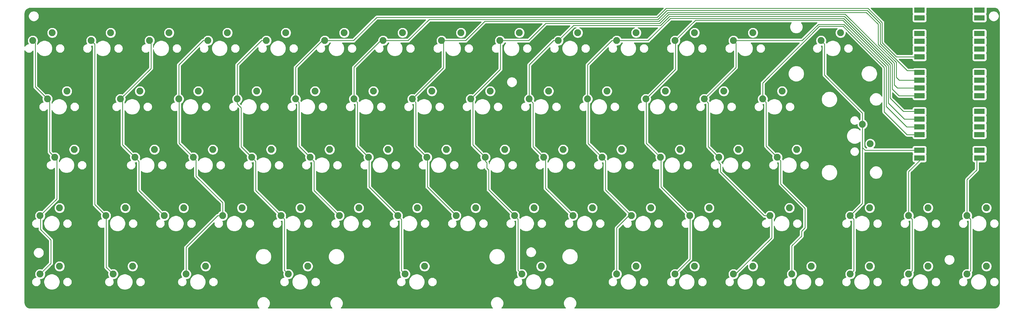
<source format=gbr>
G04 #@! TF.GenerationSoftware,KiCad,Pcbnew,(5.1.9)-1*
G04 #@! TF.CreationDate,2021-05-17T15:30:07+01:00*
G04 #@! TF.ProjectId,EnvKB65,456e764b-4236-4352-9e6b-696361645f70,rev?*
G04 #@! TF.SameCoordinates,Original*
G04 #@! TF.FileFunction,Copper,L1,Top*
G04 #@! TF.FilePolarity,Positive*
%FSLAX46Y46*%
G04 Gerber Fmt 4.6, Leading zero omitted, Abs format (unit mm)*
G04 Created by KiCad (PCBNEW (5.1.9)-1) date 2021-05-17 15:30:07*
%MOMM*%
%LPD*%
G01*
G04 APERTURE LIST*
G04 #@! TA.AperFunction,SMDPad,CuDef*
%ADD10R,3.500000X1.700000*%
G04 #@! TD*
G04 #@! TA.AperFunction,ComponentPad*
%ADD11O,1.700000X1.700000*%
G04 #@! TD*
G04 #@! TA.AperFunction,ComponentPad*
%ADD12R,1.700000X1.700000*%
G04 #@! TD*
G04 #@! TA.AperFunction,ComponentPad*
%ADD13C,2.250000*%
G04 #@! TD*
G04 #@! TA.AperFunction,Conductor*
%ADD14C,0.250000*%
G04 #@! TD*
G04 #@! TA.AperFunction,Conductor*
%ADD15C,0.254000*%
G04 #@! TD*
G04 #@! TA.AperFunction,Conductor*
%ADD16C,0.100000*%
G04 #@! TD*
G04 APERTURE END LIST*
D10*
X377570000Y-147280000D03*
X377570000Y-144740000D03*
X377570000Y-142200000D03*
X377570000Y-139660000D03*
X377570000Y-137120000D03*
X377570000Y-134580000D03*
X377570000Y-132040000D03*
X377570000Y-129500000D03*
X377570000Y-126960000D03*
X377570000Y-124420000D03*
X377570000Y-121880000D03*
X377570000Y-119340000D03*
X377570000Y-116800000D03*
X377570000Y-114260000D03*
X377570000Y-111720000D03*
X377570000Y-109180000D03*
X377570000Y-106640000D03*
X377570000Y-104100000D03*
X377570000Y-101560000D03*
X377570000Y-99020000D03*
X357990000Y-147280000D03*
X357990000Y-144740000D03*
X357990000Y-142200000D03*
X357990000Y-139660000D03*
X357990000Y-137120000D03*
X357990000Y-134580000D03*
X357990000Y-132040000D03*
X357990000Y-129500000D03*
X357990000Y-126960000D03*
X357990000Y-124420000D03*
X357990000Y-121880000D03*
X357990000Y-119340000D03*
X357990000Y-116800000D03*
X357990000Y-114260000D03*
X357990000Y-111720000D03*
X357990000Y-109180000D03*
X357990000Y-106640000D03*
X357990000Y-104100000D03*
X357990000Y-101560000D03*
X357990000Y-99020000D03*
D11*
X376670000Y-99020000D03*
X376670000Y-101560000D03*
D12*
X376670000Y-104100000D03*
D11*
X376670000Y-106640000D03*
X376670000Y-109180000D03*
X376670000Y-111720000D03*
X376670000Y-114260000D03*
D12*
X376670000Y-116800000D03*
D11*
X376670000Y-119340000D03*
X376670000Y-121880000D03*
X376670000Y-124420000D03*
X376670000Y-126960000D03*
D12*
X376670000Y-129500000D03*
D11*
X376670000Y-132040000D03*
X376670000Y-134580000D03*
X376670000Y-137120000D03*
X376670000Y-139660000D03*
D12*
X376670000Y-142200000D03*
D11*
X376670000Y-144740000D03*
X376670000Y-147280000D03*
X358890000Y-147280000D03*
X358890000Y-144740000D03*
D12*
X358890000Y-142200000D03*
D11*
X358890000Y-139660000D03*
X358890000Y-137120000D03*
X358890000Y-134580000D03*
X358890000Y-132040000D03*
D12*
X358890000Y-129500000D03*
D11*
X358890000Y-126960000D03*
X358890000Y-124420000D03*
X358890000Y-121880000D03*
X358890000Y-119340000D03*
D12*
X358890000Y-116800000D03*
D11*
X358890000Y-114260000D03*
X358890000Y-111720000D03*
X358890000Y-109180000D03*
X358890000Y-106640000D03*
D12*
X358890000Y-104100000D03*
D11*
X358890000Y-101560000D03*
X358890000Y-99020000D03*
D13*
X339374200Y-136274120D03*
X341914200Y-142624120D03*
X196492950Y-182629120D03*
X190142950Y-185169120D03*
X234592950Y-182629120D03*
X228242950Y-185169120D03*
X360799200Y-182629120D03*
X354449200Y-185169120D03*
X265549200Y-182629120D03*
X259199200Y-185169120D03*
X82224200Y-144529120D03*
X75874200Y-147069120D03*
X158392950Y-182629120D03*
X152042950Y-185169120D03*
X315574200Y-163579120D03*
X309224200Y-166119120D03*
X379849200Y-182629120D03*
X373499200Y-185169120D03*
X341749200Y-182629120D03*
X335399200Y-185169120D03*
X322699200Y-182629120D03*
X316349200Y-185169120D03*
X303649200Y-182629120D03*
X297299200Y-185169120D03*
X284599200Y-182629120D03*
X278249200Y-185169120D03*
X125055450Y-182629120D03*
X118705450Y-185169120D03*
X101242950Y-182629120D03*
X94892950Y-185169120D03*
X77430450Y-182629120D03*
X71080450Y-185169120D03*
X379849200Y-163579120D03*
X373499200Y-166119120D03*
X360799200Y-163579120D03*
X354449200Y-166119120D03*
X341749200Y-163579120D03*
X335399200Y-166119120D03*
X289361700Y-163579120D03*
X283011700Y-166119120D03*
X270311700Y-163579120D03*
X263961700Y-166119120D03*
X251261700Y-163579120D03*
X244911700Y-166119120D03*
X232211700Y-163579120D03*
X225861700Y-166119120D03*
X213161700Y-163579120D03*
X206811700Y-166119120D03*
X194111700Y-163579120D03*
X187761700Y-166119120D03*
X175061700Y-163579120D03*
X168711700Y-166119120D03*
X156011700Y-163579120D03*
X149661700Y-166119120D03*
X136961700Y-163579120D03*
X130611700Y-166119120D03*
X117911700Y-163579120D03*
X111561700Y-166119120D03*
X98861700Y-163579120D03*
X92511700Y-166119120D03*
X77430450Y-163579120D03*
X71080450Y-166119120D03*
X317936700Y-144529120D03*
X311586700Y-147069120D03*
X298886700Y-144529120D03*
X292536700Y-147069120D03*
X279836700Y-144529120D03*
X273486700Y-147069120D03*
X260786700Y-144529120D03*
X254436700Y-147069120D03*
X241736700Y-144529120D03*
X235386700Y-147069120D03*
X222686700Y-144529120D03*
X216336700Y-147069120D03*
X203636700Y-144529120D03*
X197286700Y-147069120D03*
X184586700Y-144529120D03*
X178236700Y-147069120D03*
X165536700Y-144529120D03*
X159186700Y-147069120D03*
X146486700Y-144529120D03*
X140136700Y-147069120D03*
X127436700Y-144529120D03*
X121086700Y-147069120D03*
X108386700Y-144529120D03*
X102036700Y-147069120D03*
X313174200Y-125479120D03*
X306824200Y-128019120D03*
X294124200Y-125479120D03*
X287774200Y-128019120D03*
X275074200Y-125479120D03*
X268724200Y-128019120D03*
X256024200Y-125479120D03*
X249674200Y-128019120D03*
X236974200Y-125479120D03*
X230624200Y-128019120D03*
X217924200Y-125479120D03*
X211574200Y-128019120D03*
X198874200Y-125479120D03*
X192524200Y-128019120D03*
X179824200Y-125479120D03*
X173474200Y-128019120D03*
X160774200Y-125479120D03*
X154424200Y-128019120D03*
X141724200Y-125479120D03*
X135374200Y-128019120D03*
X122674200Y-125479120D03*
X116324200Y-128019120D03*
X103624200Y-125479120D03*
X97274200Y-128019120D03*
X79811700Y-125479120D03*
X73461700Y-128019120D03*
X332224200Y-106429120D03*
X325874200Y-108969120D03*
X303649200Y-106429120D03*
X297299200Y-108969120D03*
X284599200Y-106429120D03*
X278249200Y-108969120D03*
X265549200Y-106429120D03*
X259199200Y-108969120D03*
X246499200Y-106429120D03*
X240149200Y-108969120D03*
X227449200Y-106429120D03*
X221099200Y-108969120D03*
X208399200Y-106429120D03*
X202049200Y-108969120D03*
X189349200Y-106429120D03*
X182999200Y-108969120D03*
X170299200Y-106429120D03*
X163949200Y-108969120D03*
X151249200Y-106429120D03*
X144899200Y-108969120D03*
X132199200Y-106429120D03*
X125849200Y-108969120D03*
X113149200Y-106429120D03*
X106799200Y-108969120D03*
X94099200Y-106429120D03*
X87749200Y-108969120D03*
X75049200Y-106429120D03*
X68699200Y-108969120D03*
D14*
X68699200Y-108969120D02*
X69475000Y-109744920D01*
X69475000Y-124032420D02*
X73461700Y-128019120D01*
X69475000Y-109744920D02*
X69475000Y-124032420D01*
X73461700Y-128019120D02*
X74150000Y-128707420D01*
X74150000Y-145344920D02*
X75874200Y-147069120D01*
X74150000Y-128707420D02*
X74150000Y-145344920D01*
X75874200Y-147069120D02*
X76550000Y-147744920D01*
X76550000Y-160649570D02*
X71080450Y-166119120D01*
X76550000Y-147744920D02*
X76550000Y-160649570D01*
X71080450Y-185169120D02*
X74600000Y-181649570D01*
X74600000Y-181649570D02*
X74600000Y-174000000D01*
X71210451Y-166249121D02*
X71080450Y-166119120D01*
X71210451Y-170610451D02*
X71210451Y-166249121D01*
X74600000Y-174000000D02*
X71210451Y-170610451D01*
X92641701Y-166249121D02*
X92511700Y-166119120D01*
X92641701Y-182917871D02*
X92641701Y-166249121D01*
X94892950Y-185169120D02*
X92641701Y-182917871D01*
X88874199Y-110094119D02*
X87749200Y-108969120D01*
X88874199Y-162481619D02*
X88874199Y-110094119D01*
X92511700Y-166119120D02*
X88874199Y-162481619D01*
X107250000Y-118043320D02*
X97274200Y-128019120D01*
X107250000Y-109419920D02*
X107250000Y-118043320D01*
X106799200Y-108969120D02*
X107250000Y-109419920D01*
X97975000Y-128719920D02*
X97274200Y-128019120D01*
X97975000Y-143007420D02*
X97975000Y-128719920D01*
X102036700Y-147069120D02*
X97975000Y-143007420D01*
X103327799Y-157885219D02*
X111561700Y-166119120D01*
X103327799Y-148360219D02*
X103327799Y-157885219D01*
X102036700Y-147069120D02*
X103327799Y-148360219D01*
X124258210Y-108969120D02*
X125849200Y-108969120D01*
X116324200Y-116903130D02*
X124258210Y-108969120D01*
X116324200Y-128019120D02*
X116324200Y-116903130D01*
X129020710Y-166119120D02*
X130611700Y-166119120D01*
X118705450Y-176434380D02*
X129020710Y-166119120D01*
X118705450Y-185169120D02*
X118705450Y-176434380D01*
X130611700Y-166119120D02*
X130611700Y-161861700D01*
X130611700Y-161861700D02*
X121950000Y-153200000D01*
X121950000Y-147932420D02*
X121086700Y-147069120D01*
X121950000Y-153200000D02*
X121950000Y-147932420D01*
X116454201Y-128149121D02*
X116324200Y-128019120D01*
X116454201Y-142436621D02*
X116454201Y-128149121D01*
X121086700Y-147069120D02*
X116454201Y-142436621D01*
X143308210Y-108969120D02*
X144899200Y-108969120D01*
X135374200Y-116903130D02*
X143308210Y-108969120D01*
X135374200Y-128019120D02*
X135374200Y-116903130D01*
X136665299Y-143597719D02*
X140136700Y-147069120D01*
X136665299Y-130901209D02*
X136665299Y-143597719D01*
X135374200Y-129610110D02*
X136665299Y-130901209D01*
X135374200Y-128019120D02*
X135374200Y-129610110D01*
X141427799Y-157885219D02*
X149661700Y-166119120D01*
X141427799Y-148360219D02*
X141427799Y-157885219D01*
X140136700Y-147069120D02*
X141427799Y-148360219D01*
X150786699Y-183912869D02*
X152042950Y-185169120D01*
X150786699Y-167244119D02*
X150786699Y-183912869D01*
X149661700Y-166119120D02*
X150786699Y-167244119D01*
X160477799Y-148360219D02*
X159186700Y-147069120D01*
X160477799Y-157885219D02*
X160477799Y-148360219D01*
X168711700Y-166119120D02*
X160477799Y-157885219D01*
X155549199Y-129144119D02*
X154424200Y-128019120D01*
X155549199Y-143431619D02*
X155549199Y-129144119D01*
X159186700Y-147069120D02*
X155549199Y-143431619D01*
X163147198Y-108969120D02*
X163949200Y-108969120D01*
X154424200Y-117692118D02*
X163147198Y-108969120D01*
X154424200Y-128019120D02*
X154424200Y-117692118D01*
X272403780Y-101399960D02*
X275353790Y-98449950D01*
X180900040Y-101399960D02*
X272403780Y-101399960D01*
X173330880Y-108969120D02*
X180900040Y-101399960D01*
X163949200Y-108969120D02*
X173330880Y-108969120D01*
X275353790Y-98449950D02*
X337649950Y-98449950D01*
X337649950Y-98449950D02*
X337850030Y-98449950D01*
X345800020Y-103061516D02*
X345800020Y-109646002D01*
X341188454Y-98449950D02*
X345800020Y-103061516D01*
X337649950Y-98449950D02*
X341188454Y-98449950D01*
X345800020Y-109646002D02*
X349552009Y-113397991D01*
X358880000Y-114250000D02*
X358890000Y-114260000D01*
X350404018Y-114250000D02*
X358880000Y-114250000D01*
X349552009Y-113397991D02*
X350404018Y-114250000D01*
X189017951Y-167375371D02*
X187761700Y-166119120D01*
X189017951Y-184044121D02*
X189017951Y-167375371D01*
X190142950Y-185169120D02*
X189017951Y-184044121D01*
X182197198Y-108969120D02*
X182999200Y-108969120D01*
X173474200Y-117692118D02*
X182197198Y-108969120D01*
X173474200Y-128019120D02*
X173474200Y-117692118D01*
X174599199Y-129144119D02*
X173474200Y-128019120D01*
X174599199Y-143431619D02*
X174599199Y-129144119D01*
X178236700Y-147069120D02*
X174599199Y-143431619D01*
X178366701Y-147199121D02*
X178236700Y-147069120D01*
X178366701Y-156724121D02*
X178366701Y-147199121D01*
X187761700Y-166119120D02*
X178366701Y-156724121D01*
X182999200Y-108969120D02*
X191130880Y-108969120D01*
X191130880Y-108969120D02*
X198050030Y-102049970D01*
X198050030Y-102049970D02*
X220349970Y-102049970D01*
X220349970Y-102049970D02*
X220550030Y-102049970D01*
X272673022Y-102049970D02*
X275623032Y-99099960D01*
X220349970Y-102049970D02*
X272673022Y-102049970D01*
X275623032Y-99099960D02*
X337900040Y-99099960D01*
X337900040Y-99099960D02*
X338150030Y-99099960D01*
X354014774Y-118780008D02*
X358330008Y-118780008D01*
X358330008Y-118780008D02*
X358890000Y-119340000D01*
X345150010Y-109915244D02*
X354014774Y-118780008D01*
X345150010Y-103330758D02*
X345150010Y-109915244D01*
X340919212Y-99099960D02*
X345150010Y-103330758D01*
X337900040Y-99099960D02*
X340919212Y-99099960D01*
X197416701Y-147199121D02*
X197286700Y-147069120D01*
X197416701Y-156724121D02*
X197416701Y-147199121D01*
X206811700Y-166119120D02*
X197416701Y-156724121D01*
X193649199Y-129144119D02*
X192524200Y-128019120D01*
X193649199Y-143431619D02*
X193649199Y-129144119D01*
X197286700Y-147069120D02*
X193649199Y-143431619D01*
X202049200Y-108969120D02*
X202700000Y-109619920D01*
X202700000Y-117843320D02*
X192524200Y-128019120D01*
X202700000Y-109619920D02*
X202700000Y-117843320D01*
X272942264Y-102699980D02*
X275892274Y-99749970D01*
X216200020Y-102699980D02*
X272942264Y-102699980D01*
X209930880Y-108969120D02*
X216200020Y-102699980D01*
X202049200Y-108969120D02*
X209930880Y-108969120D01*
X338250030Y-99749970D02*
X338349970Y-99749970D01*
X275892274Y-99749970D02*
X338250030Y-99749970D01*
X338719212Y-99749970D02*
X338250030Y-99749970D01*
X340649970Y-99749970D02*
X338719212Y-99749970D01*
X344500000Y-103600000D02*
X340649970Y-99749970D01*
X344500000Y-110184486D02*
X344500000Y-103600000D01*
X350400059Y-116084545D02*
X344500000Y-110184486D01*
X350400059Y-120919311D02*
X350400059Y-120549941D01*
X358890000Y-121880000D02*
X351360748Y-121880000D01*
X350400059Y-120549941D02*
X350400059Y-116084545D01*
X351360748Y-121880000D02*
X350400059Y-120919311D01*
X221229201Y-109099121D02*
X221099200Y-108969120D01*
X221229201Y-118364119D02*
X221229201Y-109099121D01*
X211574200Y-128019120D02*
X221229201Y-118364119D01*
X212250000Y-128694920D02*
X211574200Y-128019120D01*
X212250000Y-142982420D02*
X212250000Y-128694920D01*
X216336700Y-147069120D02*
X212250000Y-142982420D01*
X226986699Y-183912869D02*
X228242950Y-185169120D01*
X226986699Y-167244119D02*
X226986699Y-183912869D01*
X225861700Y-166119120D02*
X226986699Y-167244119D01*
X273211506Y-103349990D02*
X276161516Y-100399980D01*
X236050010Y-103349990D02*
X273211506Y-103349990D01*
X230430880Y-108969120D02*
X236050010Y-103349990D01*
X221099200Y-108969120D02*
X230430880Y-108969120D01*
X332500020Y-100399980D02*
X333796242Y-100399980D01*
X276161516Y-100399980D02*
X332500020Y-100399980D01*
X349298131Y-115901869D02*
X349750047Y-116353785D01*
X333796242Y-100399980D02*
X349298131Y-115901869D01*
X349298131Y-115901869D02*
X349750051Y-116353789D01*
X349750047Y-123369295D02*
X349750047Y-122999953D01*
X350800752Y-124420000D02*
X349750047Y-123369295D01*
X358890000Y-124420000D02*
X350800752Y-124420000D01*
X349750047Y-116353785D02*
X349750047Y-122999953D01*
X217400000Y-157657420D02*
X225861700Y-166119120D01*
X217400000Y-151200000D02*
X217400000Y-157657420D01*
X216800000Y-150600000D02*
X217400000Y-151200000D01*
X216800000Y-148800000D02*
X216800000Y-150600000D01*
X216336700Y-148336700D02*
X216800000Y-148800000D01*
X216336700Y-147069120D02*
X216336700Y-148336700D01*
X238558210Y-108969120D02*
X240149200Y-108969120D01*
X230624200Y-116903130D02*
X238558210Y-108969120D01*
X230624200Y-128019120D02*
X230624200Y-116903130D01*
X231915299Y-143597719D02*
X235386700Y-147069120D01*
X231915299Y-129310219D02*
X231915299Y-143597719D01*
X230624200Y-128019120D02*
X231915299Y-129310219D01*
X273480750Y-104000000D02*
X276430759Y-101049991D01*
X245118319Y-104000001D02*
X273480750Y-104000000D01*
X240149200Y-108969120D02*
X245118319Y-104000001D01*
X349100041Y-116623031D02*
X349100039Y-116623029D01*
X349100041Y-124800041D02*
X349100041Y-116623031D01*
X333527003Y-101049993D02*
X333150011Y-101049993D01*
X335038505Y-102561495D02*
X333527003Y-101049993D01*
X333150011Y-101049993D02*
X333150009Y-101049991D01*
X349100039Y-116623029D02*
X335038505Y-102561495D01*
X276430759Y-101049991D02*
X333150009Y-101049991D01*
X335038505Y-102561495D02*
X334827021Y-102350011D01*
X351260000Y-126960000D02*
X349100041Y-124800041D01*
X358890000Y-126960000D02*
X351260000Y-126960000D01*
X236000000Y-147682420D02*
X235386700Y-147069120D01*
X236000000Y-157207420D02*
X236000000Y-147682420D01*
X244911700Y-166119120D02*
X236000000Y-157207420D01*
X263159698Y-166119120D02*
X263961700Y-166119120D01*
X259199200Y-170079618D02*
X263159698Y-166119120D01*
X259199200Y-185169120D02*
X259199200Y-170079618D01*
X255561699Y-148194119D02*
X254436700Y-147069120D01*
X255561699Y-157719119D02*
X255561699Y-148194119D01*
X263961700Y-166119120D02*
X255561699Y-157719119D01*
X254436700Y-147069120D02*
X249875000Y-142507420D01*
X249875000Y-128219920D02*
X249674200Y-128019120D01*
X249875000Y-142507420D02*
X249875000Y-128219920D01*
X257608210Y-108969120D02*
X259199200Y-108969120D01*
X249674200Y-116903130D02*
X257608210Y-108969120D01*
X249674200Y-128019120D02*
X249674200Y-116903130D01*
X333257759Y-101700001D02*
X348450031Y-116892273D01*
X276699999Y-101700001D02*
X333257759Y-101700001D01*
X269430880Y-108969120D02*
X276699999Y-101700001D01*
X259199200Y-108969120D02*
X269430880Y-108969120D01*
X352740062Y-132040000D02*
X348450031Y-127749969D01*
X358890000Y-132040000D02*
X352740062Y-132040000D01*
X348450031Y-116892273D02*
X348450031Y-127749969D01*
X283141701Y-166249121D02*
X283011700Y-166119120D01*
X283141701Y-180276619D02*
X283141701Y-166249121D01*
X278249200Y-185169120D02*
X283141701Y-180276619D01*
X273616701Y-147199121D02*
X273486700Y-147069120D01*
X273616701Y-156724121D02*
X273616701Y-147199121D01*
X283011700Y-166119120D02*
X273616701Y-156724121D01*
X268854201Y-128149121D02*
X268724200Y-128019120D01*
X268854201Y-142436621D02*
X268854201Y-128149121D01*
X273486700Y-147069120D02*
X268854201Y-142436621D01*
X278379201Y-109099121D02*
X278249200Y-108969120D01*
X278379201Y-118364119D02*
X278379201Y-109099121D01*
X268724200Y-128019120D02*
X278379201Y-118364119D01*
X284868309Y-102350011D02*
X278249200Y-108969120D01*
X347800021Y-117161515D02*
X332988517Y-102350011D01*
X332988517Y-102350011D02*
X284868309Y-102350011D01*
X353080000Y-134580000D02*
X347800021Y-129300021D01*
X358890000Y-134580000D02*
X353080000Y-134580000D01*
X347800021Y-129300021D02*
X347800021Y-117161515D01*
X298075000Y-117718320D02*
X298075000Y-109744920D01*
X298075000Y-109744920D02*
X297299200Y-108969120D01*
X287774200Y-128019120D02*
X298075000Y-117718320D01*
X289065299Y-143597719D02*
X292536700Y-147069120D01*
X289065299Y-129310219D02*
X289065299Y-143597719D01*
X287774200Y-128019120D02*
X289065299Y-129310219D01*
X307344120Y-166119120D02*
X309224200Y-166119120D01*
X293025000Y-151800000D02*
X307344120Y-166119120D01*
X293025000Y-149295418D02*
X293025000Y-151800000D01*
X292536700Y-148807118D02*
X293025000Y-149295418D01*
X292536700Y-147069120D02*
X292536700Y-148807118D01*
X309224200Y-166119120D02*
X309775000Y-166669920D01*
X309775000Y-166669920D02*
X309775000Y-173325000D01*
X297930880Y-185169120D02*
X297299200Y-185169120D01*
X309775000Y-173325000D02*
X297930880Y-185169120D01*
X325030756Y-103649990D02*
X333369242Y-103649990D01*
X333369242Y-103649990D02*
X347150011Y-117430757D01*
X297299200Y-108969120D02*
X319711626Y-108969120D01*
X319711626Y-108969120D02*
X325030756Y-103649990D01*
X353820000Y-137120000D02*
X347150011Y-130450011D01*
X358890000Y-137120000D02*
X353820000Y-137120000D01*
X347150011Y-117430757D02*
X347150011Y-130450011D01*
X316349200Y-185169120D02*
X316349200Y-175925800D01*
X319514201Y-172760799D02*
X319514201Y-171160799D01*
X316349200Y-175925800D02*
X319514201Y-172760799D01*
X319514201Y-171160799D02*
X320650000Y-170025000D01*
X320650000Y-170025000D02*
X320650000Y-163675000D01*
X312711699Y-148194119D02*
X311586700Y-147069120D01*
X312711699Y-155736699D02*
X312711699Y-148194119D01*
X320650000Y-163675000D02*
X312711699Y-155736699D01*
X307949199Y-129144119D02*
X306824200Y-128019120D01*
X307949199Y-143431619D02*
X307949199Y-129144119D01*
X311586700Y-147069120D02*
X307949199Y-143431619D01*
X325300000Y-104300000D02*
X333100000Y-104300000D01*
X306824200Y-122775800D02*
X325300000Y-104300000D01*
X306824200Y-128019120D02*
X306824200Y-122775800D01*
X333100000Y-104300000D02*
X334900000Y-106100000D01*
X334900000Y-106100000D02*
X335100000Y-106300000D01*
X346500000Y-117700000D02*
X334900000Y-106100000D01*
X346500000Y-132250000D02*
X346500000Y-117700000D01*
X353910000Y-139660000D02*
X346500000Y-132250000D01*
X358890000Y-139660000D02*
X353910000Y-139660000D01*
X326999199Y-110094119D02*
X326999199Y-120224199D01*
X325874200Y-108969120D02*
X326999199Y-110094119D01*
X339374200Y-132599200D02*
X339374200Y-136274120D01*
X326999199Y-120224199D02*
X339374200Y-132599200D01*
X339374200Y-162144120D02*
X335399200Y-166119120D01*
X336524199Y-184044121D02*
X335399200Y-185169120D01*
X336524199Y-167244119D02*
X336524199Y-184044121D01*
X335399200Y-166119120D02*
X336524199Y-167244119D01*
X339374200Y-145274200D02*
X339374200Y-162144120D01*
X340240000Y-144740000D02*
X339374200Y-143874200D01*
X358890000Y-144740000D02*
X340240000Y-144740000D01*
X339374200Y-143874200D02*
X339374200Y-145274200D01*
X339374200Y-136274120D02*
X339374200Y-143874200D01*
X355574199Y-167244119D02*
X354449200Y-166119120D01*
X355574199Y-184044121D02*
X355574199Y-167244119D01*
X354449200Y-185169120D02*
X355574199Y-184044121D01*
X354449200Y-166119120D02*
X354579201Y-165989119D01*
X354449200Y-151720800D02*
X358890000Y-147280000D01*
X354449200Y-166119120D02*
X354449200Y-151720800D01*
X374624199Y-167244119D02*
X373499200Y-166119120D01*
X374624199Y-184044121D02*
X374624199Y-167244119D01*
X373499200Y-185169120D02*
X374624199Y-184044121D01*
X373499200Y-154320800D02*
X376670000Y-151150000D01*
X373499200Y-166119120D02*
X373499200Y-154320800D01*
X376670000Y-151150000D02*
X376670000Y-147280000D01*
D15*
X272088979Y-100639960D02*
X180937365Y-100639960D01*
X180900040Y-100636284D01*
X180862715Y-100639960D01*
X180862707Y-100639960D01*
X180751054Y-100650957D01*
X180607793Y-100694414D01*
X180475764Y-100764986D01*
X180360039Y-100859959D01*
X180336241Y-100888957D01*
X173016079Y-108209120D01*
X165539408Y-108209120D01*
X165508892Y-108135447D01*
X165316281Y-107847185D01*
X165071135Y-107602039D01*
X164782873Y-107409428D01*
X164462573Y-107276756D01*
X164122545Y-107209120D01*
X163775855Y-107209120D01*
X163435827Y-107276756D01*
X163115527Y-107409428D01*
X162827265Y-107602039D01*
X162582119Y-107847185D01*
X162389508Y-108135447D01*
X162256836Y-108455747D01*
X162189200Y-108795775D01*
X162189200Y-108852316D01*
X153913198Y-117128319D01*
X153884200Y-117152117D01*
X153860402Y-117181115D01*
X153860401Y-117181116D01*
X153789226Y-117267842D01*
X153718654Y-117399872D01*
X153675198Y-117543133D01*
X153660524Y-117692118D01*
X153664201Y-117729450D01*
X153664200Y-126428912D01*
X153590527Y-126459428D01*
X153302265Y-126652039D01*
X153057119Y-126897185D01*
X152864508Y-127185447D01*
X152731836Y-127505747D01*
X152664200Y-127845775D01*
X152664200Y-128192465D01*
X152731836Y-128532493D01*
X152864508Y-128852793D01*
X152996838Y-129050839D01*
X152713749Y-129107149D01*
X152438947Y-129220976D01*
X152191631Y-129386227D01*
X151981307Y-129596551D01*
X151816056Y-129843867D01*
X151702229Y-130118669D01*
X151644200Y-130410398D01*
X151644200Y-130707842D01*
X151702229Y-130999571D01*
X151816056Y-131274373D01*
X151981307Y-131521689D01*
X152191631Y-131732013D01*
X152438947Y-131897264D01*
X152713749Y-132011091D01*
X153005478Y-132069120D01*
X153302922Y-132069120D01*
X153594651Y-132011091D01*
X153869453Y-131897264D01*
X154116769Y-131732013D01*
X154327093Y-131521689D01*
X154492344Y-131274373D01*
X154606171Y-130999571D01*
X154664200Y-130707842D01*
X154664200Y-130410398D01*
X154606171Y-130118669D01*
X154492344Y-129843867D01*
X154449082Y-129779120D01*
X154597545Y-129779120D01*
X154789200Y-129740997D01*
X154789199Y-143394297D01*
X154785523Y-143431619D01*
X154789199Y-143468941D01*
X154789199Y-143468951D01*
X154800196Y-143580604D01*
X154835033Y-143695447D01*
X154843653Y-143723865D01*
X154914225Y-143855895D01*
X154929248Y-143874200D01*
X155009198Y-143971620D01*
X155038202Y-143995423D01*
X157524852Y-146482074D01*
X157494336Y-146555747D01*
X157426700Y-146895775D01*
X157426700Y-147242465D01*
X157494336Y-147582493D01*
X157627008Y-147902793D01*
X157759338Y-148100839D01*
X157476249Y-148157149D01*
X157201447Y-148270976D01*
X156954131Y-148436227D01*
X156743807Y-148646551D01*
X156578556Y-148893867D01*
X156464729Y-149168669D01*
X156406700Y-149460398D01*
X156406700Y-149757842D01*
X156464729Y-150049571D01*
X156578556Y-150324373D01*
X156743807Y-150571689D01*
X156954131Y-150782013D01*
X157201447Y-150947264D01*
X157476249Y-151061091D01*
X157767978Y-151119120D01*
X158065422Y-151119120D01*
X158357151Y-151061091D01*
X158631953Y-150947264D01*
X158879269Y-150782013D01*
X159089593Y-150571689D01*
X159254844Y-150324373D01*
X159368671Y-150049571D01*
X159426700Y-149757842D01*
X159426700Y-149460398D01*
X159368671Y-149168669D01*
X159254844Y-148893867D01*
X159211582Y-148829120D01*
X159360045Y-148829120D01*
X159700073Y-148761484D01*
X159717800Y-148754141D01*
X159717799Y-157847897D01*
X159714123Y-157885219D01*
X159717799Y-157922541D01*
X159717799Y-157922551D01*
X159728796Y-158034204D01*
X159761918Y-158143394D01*
X159772253Y-158177465D01*
X159842825Y-158309495D01*
X159879426Y-158354093D01*
X159937798Y-158425220D01*
X159966802Y-158449023D01*
X167049852Y-165532075D01*
X167019336Y-165605747D01*
X166951700Y-165945775D01*
X166951700Y-166292465D01*
X167019336Y-166632493D01*
X167152008Y-166952793D01*
X167284338Y-167150839D01*
X167001249Y-167207149D01*
X166726447Y-167320976D01*
X166479131Y-167486227D01*
X166268807Y-167696551D01*
X166103556Y-167943867D01*
X165989729Y-168218669D01*
X165931700Y-168510398D01*
X165931700Y-168807842D01*
X165989729Y-169099571D01*
X166103556Y-169374373D01*
X166268807Y-169621689D01*
X166479131Y-169832013D01*
X166726447Y-169997264D01*
X167001249Y-170111091D01*
X167292978Y-170169120D01*
X167590422Y-170169120D01*
X167882151Y-170111091D01*
X168156953Y-169997264D01*
X168404269Y-169832013D01*
X168614593Y-169621689D01*
X168779844Y-169374373D01*
X168893671Y-169099571D01*
X168951700Y-168807842D01*
X168951700Y-168510398D01*
X168929780Y-168400196D01*
X169892800Y-168400196D01*
X169892800Y-168918044D01*
X169993827Y-169425942D01*
X170191999Y-169904371D01*
X170479700Y-170334946D01*
X170845874Y-170701120D01*
X171276449Y-170988821D01*
X171754878Y-171186993D01*
X172262776Y-171288020D01*
X172780624Y-171288020D01*
X173288522Y-171186993D01*
X173766951Y-170988821D01*
X174197526Y-170701120D01*
X174563700Y-170334946D01*
X174851401Y-169904371D01*
X175049573Y-169425942D01*
X175150600Y-168918044D01*
X175150600Y-168510398D01*
X176091700Y-168510398D01*
X176091700Y-168807842D01*
X176149729Y-169099571D01*
X176263556Y-169374373D01*
X176428807Y-169621689D01*
X176639131Y-169832013D01*
X176886447Y-169997264D01*
X177161249Y-170111091D01*
X177452978Y-170169120D01*
X177750422Y-170169120D01*
X178042151Y-170111091D01*
X178316953Y-169997264D01*
X178564269Y-169832013D01*
X178774593Y-169621689D01*
X178939844Y-169374373D01*
X179053671Y-169099571D01*
X179111700Y-168807842D01*
X179111700Y-168510398D01*
X179053671Y-168218669D01*
X178939844Y-167943867D01*
X178774593Y-167696551D01*
X178564269Y-167486227D01*
X178316953Y-167320976D01*
X178042151Y-167207149D01*
X177750422Y-167149120D01*
X177452978Y-167149120D01*
X177161249Y-167207149D01*
X176886447Y-167320976D01*
X176639131Y-167486227D01*
X176428807Y-167696551D01*
X176263556Y-167943867D01*
X176149729Y-168218669D01*
X176091700Y-168510398D01*
X175150600Y-168510398D01*
X175150600Y-168400196D01*
X175049573Y-167892298D01*
X174851401Y-167413869D01*
X174563700Y-166983294D01*
X174197526Y-166617120D01*
X173766951Y-166329419D01*
X173288522Y-166131247D01*
X172780624Y-166030220D01*
X172262776Y-166030220D01*
X171754878Y-166131247D01*
X171276449Y-166329419D01*
X170845874Y-166617120D01*
X170479700Y-166983294D01*
X170191999Y-167413869D01*
X169993827Y-167892298D01*
X169892800Y-168400196D01*
X168929780Y-168400196D01*
X168893671Y-168218669D01*
X168779844Y-167943867D01*
X168736582Y-167879120D01*
X168885045Y-167879120D01*
X169225073Y-167811484D01*
X169545373Y-167678812D01*
X169833635Y-167486201D01*
X170078781Y-167241055D01*
X170271392Y-166952793D01*
X170404064Y-166632493D01*
X170471700Y-166292465D01*
X170471700Y-165945775D01*
X170404064Y-165605747D01*
X170271392Y-165285447D01*
X170078781Y-164997185D01*
X169833635Y-164752039D01*
X169545373Y-164559428D01*
X169225073Y-164426756D01*
X168885045Y-164359120D01*
X168538355Y-164359120D01*
X168198327Y-164426756D01*
X168124655Y-164457272D01*
X167073158Y-163405775D01*
X173301700Y-163405775D01*
X173301700Y-163752465D01*
X173369336Y-164092493D01*
X173502008Y-164412793D01*
X173694619Y-164701055D01*
X173939765Y-164946201D01*
X174228027Y-165138812D01*
X174548327Y-165271484D01*
X174888355Y-165339120D01*
X175235045Y-165339120D01*
X175575073Y-165271484D01*
X175895373Y-165138812D01*
X176183635Y-164946201D01*
X176428781Y-164701055D01*
X176621392Y-164412793D01*
X176754064Y-164092493D01*
X176821700Y-163752465D01*
X176821700Y-163405775D01*
X176754064Y-163065747D01*
X176621392Y-162745447D01*
X176428781Y-162457185D01*
X176183635Y-162212039D01*
X175895373Y-162019428D01*
X175575073Y-161886756D01*
X175235045Y-161819120D01*
X174888355Y-161819120D01*
X174548327Y-161886756D01*
X174228027Y-162019428D01*
X173939765Y-162212039D01*
X173694619Y-162457185D01*
X173502008Y-162745447D01*
X173369336Y-163065747D01*
X173301700Y-163405775D01*
X167073158Y-163405775D01*
X161237799Y-157570418D01*
X161237799Y-151568045D01*
X161320874Y-151651120D01*
X161751449Y-151938821D01*
X162229878Y-152136993D01*
X162737776Y-152238020D01*
X163255624Y-152238020D01*
X163763522Y-152136993D01*
X164241951Y-151938821D01*
X164672526Y-151651120D01*
X165038700Y-151284946D01*
X165326401Y-150854371D01*
X165524573Y-150375942D01*
X165625600Y-149868044D01*
X165625600Y-149460398D01*
X166566700Y-149460398D01*
X166566700Y-149757842D01*
X166624729Y-150049571D01*
X166738556Y-150324373D01*
X166903807Y-150571689D01*
X167114131Y-150782013D01*
X167361447Y-150947264D01*
X167636249Y-151061091D01*
X167927978Y-151119120D01*
X168225422Y-151119120D01*
X168517151Y-151061091D01*
X168791953Y-150947264D01*
X169039269Y-150782013D01*
X169249593Y-150571689D01*
X169414844Y-150324373D01*
X169528671Y-150049571D01*
X169586700Y-149757842D01*
X169586700Y-149460398D01*
X169528671Y-149168669D01*
X169414844Y-148893867D01*
X169249593Y-148646551D01*
X169039269Y-148436227D01*
X168791953Y-148270976D01*
X168517151Y-148157149D01*
X168225422Y-148099120D01*
X167927978Y-148099120D01*
X167636249Y-148157149D01*
X167361447Y-148270976D01*
X167114131Y-148436227D01*
X166903807Y-148646551D01*
X166738556Y-148893867D01*
X166624729Y-149168669D01*
X166566700Y-149460398D01*
X165625600Y-149460398D01*
X165625600Y-149350196D01*
X165524573Y-148842298D01*
X165326401Y-148363869D01*
X165038700Y-147933294D01*
X164672526Y-147567120D01*
X164241951Y-147279419D01*
X163763522Y-147081247D01*
X163255624Y-146980220D01*
X162737776Y-146980220D01*
X162229878Y-147081247D01*
X161751449Y-147279419D01*
X161320874Y-147567120D01*
X161040327Y-147847667D01*
X161017800Y-147820218D01*
X160988802Y-147796420D01*
X160848548Y-147656166D01*
X160879064Y-147582493D01*
X160946700Y-147242465D01*
X160946700Y-146895775D01*
X160879064Y-146555747D01*
X160746392Y-146235447D01*
X160553781Y-145947185D01*
X160308635Y-145702039D01*
X160020373Y-145509428D01*
X159700073Y-145376756D01*
X159360045Y-145309120D01*
X159013355Y-145309120D01*
X158673327Y-145376756D01*
X158599654Y-145407272D01*
X157548157Y-144355775D01*
X163776700Y-144355775D01*
X163776700Y-144702465D01*
X163844336Y-145042493D01*
X163977008Y-145362793D01*
X164169619Y-145651055D01*
X164414765Y-145896201D01*
X164703027Y-146088812D01*
X165023327Y-146221484D01*
X165363355Y-146289120D01*
X165710045Y-146289120D01*
X166050073Y-146221484D01*
X166370373Y-146088812D01*
X166658635Y-145896201D01*
X166903781Y-145651055D01*
X167096392Y-145362793D01*
X167229064Y-145042493D01*
X167296700Y-144702465D01*
X167296700Y-144355775D01*
X167229064Y-144015747D01*
X167096392Y-143695447D01*
X166903781Y-143407185D01*
X166658635Y-143162039D01*
X166370373Y-142969428D01*
X166050073Y-142836756D01*
X165710045Y-142769120D01*
X165363355Y-142769120D01*
X165023327Y-142836756D01*
X164703027Y-142969428D01*
X164414765Y-143162039D01*
X164169619Y-143407185D01*
X163977008Y-143695447D01*
X163844336Y-144015747D01*
X163776700Y-144355775D01*
X157548157Y-144355775D01*
X156309199Y-143116818D01*
X156309199Y-132351945D01*
X156558374Y-132601120D01*
X156988949Y-132888821D01*
X157467378Y-133086993D01*
X157975276Y-133188020D01*
X158493124Y-133188020D01*
X159001022Y-133086993D01*
X159479451Y-132888821D01*
X159910026Y-132601120D01*
X160276200Y-132234946D01*
X160563901Y-131804371D01*
X160762073Y-131325942D01*
X160863100Y-130818044D01*
X160863100Y-130410398D01*
X161804200Y-130410398D01*
X161804200Y-130707842D01*
X161862229Y-130999571D01*
X161976056Y-131274373D01*
X162141307Y-131521689D01*
X162351631Y-131732013D01*
X162598947Y-131897264D01*
X162873749Y-132011091D01*
X163165478Y-132069120D01*
X163462922Y-132069120D01*
X163754651Y-132011091D01*
X164029453Y-131897264D01*
X164276769Y-131732013D01*
X164487093Y-131521689D01*
X164652344Y-131274373D01*
X164766171Y-130999571D01*
X164824200Y-130707842D01*
X164824200Y-130410398D01*
X164766171Y-130118669D01*
X164652344Y-129843867D01*
X164487093Y-129596551D01*
X164276769Y-129386227D01*
X164029453Y-129220976D01*
X163754651Y-129107149D01*
X163462922Y-129049120D01*
X163165478Y-129049120D01*
X162873749Y-129107149D01*
X162598947Y-129220976D01*
X162351631Y-129386227D01*
X162141307Y-129596551D01*
X161976056Y-129843867D01*
X161862229Y-130118669D01*
X161804200Y-130410398D01*
X160863100Y-130410398D01*
X160863100Y-130300196D01*
X160762073Y-129792298D01*
X160563901Y-129313869D01*
X160276200Y-128883294D01*
X159910026Y-128517120D01*
X159479451Y-128229419D01*
X159001022Y-128031247D01*
X158493124Y-127930220D01*
X157975276Y-127930220D01*
X157467378Y-128031247D01*
X156988949Y-128229419D01*
X156558374Y-128517120D01*
X156243904Y-128831590D01*
X156184173Y-128719843D01*
X156089200Y-128604118D01*
X156087481Y-128602707D01*
X156116564Y-128532493D01*
X156184200Y-128192465D01*
X156184200Y-127845775D01*
X156116564Y-127505747D01*
X155983892Y-127185447D01*
X155791281Y-126897185D01*
X155546135Y-126652039D01*
X155257873Y-126459428D01*
X155184200Y-126428912D01*
X155184200Y-125305775D01*
X159014200Y-125305775D01*
X159014200Y-125652465D01*
X159081836Y-125992493D01*
X159214508Y-126312793D01*
X159407119Y-126601055D01*
X159652265Y-126846201D01*
X159940527Y-127038812D01*
X160260827Y-127171484D01*
X160600855Y-127239120D01*
X160947545Y-127239120D01*
X161287573Y-127171484D01*
X161607873Y-127038812D01*
X161896135Y-126846201D01*
X162141281Y-126601055D01*
X162333892Y-126312793D01*
X162466564Y-125992493D01*
X162534200Y-125652465D01*
X162534200Y-125305775D01*
X162466564Y-124965747D01*
X162333892Y-124645447D01*
X162141281Y-124357185D01*
X161896135Y-124112039D01*
X161607873Y-123919428D01*
X161287573Y-123786756D01*
X160947545Y-123719120D01*
X160600855Y-123719120D01*
X160260827Y-123786756D01*
X159940527Y-123919428D01*
X159652265Y-124112039D01*
X159407119Y-124357185D01*
X159214508Y-124645447D01*
X159081836Y-124965747D01*
X159014200Y-125305775D01*
X155184200Y-125305775D01*
X155184200Y-118006919D01*
X161231423Y-111959697D01*
X161341056Y-112224373D01*
X161506307Y-112471689D01*
X161716631Y-112682013D01*
X161963947Y-112847264D01*
X162238749Y-112961091D01*
X162530478Y-113019120D01*
X162827922Y-113019120D01*
X163119651Y-112961091D01*
X163394453Y-112847264D01*
X163641769Y-112682013D01*
X163852093Y-112471689D01*
X164017344Y-112224373D01*
X164131171Y-111949571D01*
X164189200Y-111657842D01*
X164189200Y-111360398D01*
X164131171Y-111068669D01*
X164017344Y-110793867D01*
X163974082Y-110729120D01*
X164122545Y-110729120D01*
X164462573Y-110661484D01*
X164782873Y-110528812D01*
X165071135Y-110336201D01*
X165316281Y-110091055D01*
X165508892Y-109802793D01*
X165539408Y-109729120D01*
X165821374Y-109729120D01*
X165717200Y-109833294D01*
X165429499Y-110263869D01*
X165231327Y-110742298D01*
X165130300Y-111250196D01*
X165130300Y-111768044D01*
X165231327Y-112275942D01*
X165429499Y-112754371D01*
X165717200Y-113184946D01*
X166083374Y-113551120D01*
X166513949Y-113838821D01*
X166992378Y-114036993D01*
X167500276Y-114138020D01*
X168018124Y-114138020D01*
X168526022Y-114036993D01*
X169004451Y-113838821D01*
X169435026Y-113551120D01*
X169801200Y-113184946D01*
X170088901Y-112754371D01*
X170287073Y-112275942D01*
X170388100Y-111768044D01*
X170388100Y-111360398D01*
X171329200Y-111360398D01*
X171329200Y-111657842D01*
X171387229Y-111949571D01*
X171501056Y-112224373D01*
X171666307Y-112471689D01*
X171876631Y-112682013D01*
X172123947Y-112847264D01*
X172398749Y-112961091D01*
X172690478Y-113019120D01*
X172987922Y-113019120D01*
X173279651Y-112961091D01*
X173554453Y-112847264D01*
X173801769Y-112682013D01*
X174012093Y-112471689D01*
X174177344Y-112224373D01*
X174291171Y-111949571D01*
X174349200Y-111657842D01*
X174349200Y-111360398D01*
X174291171Y-111068669D01*
X174177344Y-110793867D01*
X174012093Y-110546551D01*
X173801769Y-110336227D01*
X173554453Y-110170976D01*
X173279651Y-110057149D01*
X172987922Y-109999120D01*
X172690478Y-109999120D01*
X172398749Y-110057149D01*
X172123947Y-110170976D01*
X171876631Y-110336227D01*
X171666307Y-110546551D01*
X171501056Y-110793867D01*
X171387229Y-111068669D01*
X171329200Y-111360398D01*
X170388100Y-111360398D01*
X170388100Y-111250196D01*
X170287073Y-110742298D01*
X170088901Y-110263869D01*
X169801200Y-109833294D01*
X169697026Y-109729120D01*
X173293558Y-109729120D01*
X173330880Y-109732796D01*
X173368202Y-109729120D01*
X173368213Y-109729120D01*
X173479866Y-109718123D01*
X173623127Y-109674666D01*
X173755156Y-109604094D01*
X173870881Y-109509121D01*
X173894684Y-109480117D01*
X177119026Y-106255775D01*
X187589200Y-106255775D01*
X187589200Y-106602465D01*
X187656836Y-106942493D01*
X187789508Y-107262793D01*
X187982119Y-107551055D01*
X188227265Y-107796201D01*
X188515527Y-107988812D01*
X188835827Y-108121484D01*
X189175855Y-108189120D01*
X189522545Y-108189120D01*
X189862573Y-108121484D01*
X190182873Y-107988812D01*
X190471135Y-107796201D01*
X190716281Y-107551055D01*
X190908892Y-107262793D01*
X191041564Y-106942493D01*
X191109200Y-106602465D01*
X191109200Y-106255775D01*
X191041564Y-105915747D01*
X190908892Y-105595447D01*
X190716281Y-105307185D01*
X190471135Y-105062039D01*
X190182873Y-104869428D01*
X189862573Y-104736756D01*
X189522545Y-104669120D01*
X189175855Y-104669120D01*
X188835827Y-104736756D01*
X188515527Y-104869428D01*
X188227265Y-105062039D01*
X187982119Y-105307185D01*
X187789508Y-105595447D01*
X187656836Y-105915747D01*
X187589200Y-106255775D01*
X177119026Y-106255775D01*
X181214842Y-102159960D01*
X196865238Y-102159960D01*
X190816079Y-108209120D01*
X184589408Y-108209120D01*
X184558892Y-108135447D01*
X184366281Y-107847185D01*
X184121135Y-107602039D01*
X183832873Y-107409428D01*
X183512573Y-107276756D01*
X183172545Y-107209120D01*
X182825855Y-107209120D01*
X182485827Y-107276756D01*
X182165527Y-107409428D01*
X181877265Y-107602039D01*
X181632119Y-107847185D01*
X181439508Y-108135447D01*
X181306836Y-108455747D01*
X181239200Y-108795775D01*
X181239200Y-108852316D01*
X172963198Y-117128319D01*
X172934200Y-117152117D01*
X172910402Y-117181115D01*
X172910401Y-117181116D01*
X172839226Y-117267842D01*
X172768654Y-117399872D01*
X172725198Y-117543133D01*
X172710524Y-117692118D01*
X172714201Y-117729450D01*
X172714200Y-126428912D01*
X172640527Y-126459428D01*
X172352265Y-126652039D01*
X172107119Y-126897185D01*
X171914508Y-127185447D01*
X171781836Y-127505747D01*
X171714200Y-127845775D01*
X171714200Y-128192465D01*
X171781836Y-128532493D01*
X171914508Y-128852793D01*
X172046838Y-129050839D01*
X171763749Y-129107149D01*
X171488947Y-129220976D01*
X171241631Y-129386227D01*
X171031307Y-129596551D01*
X170866056Y-129843867D01*
X170752229Y-130118669D01*
X170694200Y-130410398D01*
X170694200Y-130707842D01*
X170752229Y-130999571D01*
X170866056Y-131274373D01*
X171031307Y-131521689D01*
X171241631Y-131732013D01*
X171488947Y-131897264D01*
X171763749Y-132011091D01*
X172055478Y-132069120D01*
X172352922Y-132069120D01*
X172644651Y-132011091D01*
X172919453Y-131897264D01*
X173166769Y-131732013D01*
X173377093Y-131521689D01*
X173542344Y-131274373D01*
X173656171Y-130999571D01*
X173714200Y-130707842D01*
X173714200Y-130410398D01*
X173656171Y-130118669D01*
X173542344Y-129843867D01*
X173499082Y-129779120D01*
X173647545Y-129779120D01*
X173839200Y-129740997D01*
X173839199Y-143394297D01*
X173835523Y-143431619D01*
X173839199Y-143468941D01*
X173839199Y-143468951D01*
X173850196Y-143580604D01*
X173885033Y-143695447D01*
X173893653Y-143723865D01*
X173964225Y-143855895D01*
X173979248Y-143874200D01*
X174059198Y-143971620D01*
X174088202Y-143995423D01*
X176574852Y-146482074D01*
X176544336Y-146555747D01*
X176476700Y-146895775D01*
X176476700Y-147242465D01*
X176544336Y-147582493D01*
X176677008Y-147902793D01*
X176809338Y-148100839D01*
X176526249Y-148157149D01*
X176251447Y-148270976D01*
X176004131Y-148436227D01*
X175793807Y-148646551D01*
X175628556Y-148893867D01*
X175514729Y-149168669D01*
X175456700Y-149460398D01*
X175456700Y-149757842D01*
X175514729Y-150049571D01*
X175628556Y-150324373D01*
X175793807Y-150571689D01*
X176004131Y-150782013D01*
X176251447Y-150947264D01*
X176526249Y-151061091D01*
X176817978Y-151119120D01*
X177115422Y-151119120D01*
X177407151Y-151061091D01*
X177606702Y-150978434D01*
X177606701Y-156686799D01*
X177603025Y-156724121D01*
X177606701Y-156761443D01*
X177606701Y-156761453D01*
X177617698Y-156873106D01*
X177660307Y-157013573D01*
X177661155Y-157016367D01*
X177731727Y-157148397D01*
X177757395Y-157179673D01*
X177826700Y-157264122D01*
X177855704Y-157287925D01*
X186099852Y-165532074D01*
X186069336Y-165605747D01*
X186001700Y-165945775D01*
X186001700Y-166292465D01*
X186069336Y-166632493D01*
X186202008Y-166952793D01*
X186334338Y-167150839D01*
X186051249Y-167207149D01*
X185776447Y-167320976D01*
X185529131Y-167486227D01*
X185318807Y-167696551D01*
X185153556Y-167943867D01*
X185039729Y-168218669D01*
X184981700Y-168510398D01*
X184981700Y-168807842D01*
X185039729Y-169099571D01*
X185153556Y-169374373D01*
X185318807Y-169621689D01*
X185529131Y-169832013D01*
X185776447Y-169997264D01*
X186051249Y-170111091D01*
X186342978Y-170169120D01*
X186640422Y-170169120D01*
X186932151Y-170111091D01*
X187206953Y-169997264D01*
X187454269Y-169832013D01*
X187664593Y-169621689D01*
X187829844Y-169374373D01*
X187943671Y-169099571D01*
X188001700Y-168807842D01*
X188001700Y-168510398D01*
X187943671Y-168218669D01*
X187829844Y-167943867D01*
X187786582Y-167879120D01*
X187935045Y-167879120D01*
X188257952Y-167814890D01*
X188257951Y-184006799D01*
X188254275Y-184044121D01*
X188257951Y-184081443D01*
X188257951Y-184081453D01*
X188268948Y-184193106D01*
X188307890Y-184321484D01*
X188312405Y-184336367D01*
X188382977Y-184468397D01*
X188422822Y-184516947D01*
X188477950Y-184584122D01*
X188479669Y-184585533D01*
X188450586Y-184655747D01*
X188382950Y-184995775D01*
X188382950Y-185342465D01*
X188450586Y-185682493D01*
X188583258Y-186002793D01*
X188715588Y-186200839D01*
X188432499Y-186257149D01*
X188157697Y-186370976D01*
X187910381Y-186536227D01*
X187700057Y-186746551D01*
X187534806Y-186993867D01*
X187420979Y-187268669D01*
X187362950Y-187560398D01*
X187362950Y-187857842D01*
X187420979Y-188149571D01*
X187534806Y-188424373D01*
X187700057Y-188671689D01*
X187910381Y-188882013D01*
X188157697Y-189047264D01*
X188432499Y-189161091D01*
X188724228Y-189219120D01*
X189021672Y-189219120D01*
X189313401Y-189161091D01*
X189588203Y-189047264D01*
X189835519Y-188882013D01*
X190045843Y-188671689D01*
X190211094Y-188424373D01*
X190324921Y-188149571D01*
X190382950Y-187857842D01*
X190382950Y-187560398D01*
X190361030Y-187450196D01*
X191324050Y-187450196D01*
X191324050Y-187968044D01*
X191425077Y-188475942D01*
X191623249Y-188954371D01*
X191910950Y-189384946D01*
X192277124Y-189751120D01*
X192707699Y-190038821D01*
X193186128Y-190236993D01*
X193694026Y-190338020D01*
X194211874Y-190338020D01*
X194719772Y-190236993D01*
X195198201Y-190038821D01*
X195628776Y-189751120D01*
X195994950Y-189384946D01*
X196282651Y-188954371D01*
X196480823Y-188475942D01*
X196581850Y-187968044D01*
X196581850Y-187560398D01*
X197522950Y-187560398D01*
X197522950Y-187857842D01*
X197580979Y-188149571D01*
X197694806Y-188424373D01*
X197860057Y-188671689D01*
X198070381Y-188882013D01*
X198317697Y-189047264D01*
X198592499Y-189161091D01*
X198884228Y-189219120D01*
X199181672Y-189219120D01*
X199473401Y-189161091D01*
X199748203Y-189047264D01*
X199995519Y-188882013D01*
X200205843Y-188671689D01*
X200371094Y-188424373D01*
X200484921Y-188149571D01*
X200542950Y-187857842D01*
X200542950Y-187560398D01*
X200484921Y-187268669D01*
X200371094Y-186993867D01*
X200205843Y-186746551D01*
X199995519Y-186536227D01*
X199748203Y-186370976D01*
X199473401Y-186257149D01*
X199181672Y-186199120D01*
X198884228Y-186199120D01*
X198592499Y-186257149D01*
X198317697Y-186370976D01*
X198070381Y-186536227D01*
X197860057Y-186746551D01*
X197694806Y-186993867D01*
X197580979Y-187268669D01*
X197522950Y-187560398D01*
X196581850Y-187560398D01*
X196581850Y-187450196D01*
X196480823Y-186942298D01*
X196282651Y-186463869D01*
X195994950Y-186033294D01*
X195628776Y-185667120D01*
X195198201Y-185379419D01*
X194719772Y-185181247D01*
X194211874Y-185080220D01*
X193694026Y-185080220D01*
X193186128Y-185181247D01*
X192707699Y-185379419D01*
X192277124Y-185667120D01*
X191910950Y-186033294D01*
X191623249Y-186463869D01*
X191425077Y-186942298D01*
X191324050Y-187450196D01*
X190361030Y-187450196D01*
X190324921Y-187268669D01*
X190211094Y-186993867D01*
X190167832Y-186929120D01*
X190316295Y-186929120D01*
X190656323Y-186861484D01*
X190976623Y-186728812D01*
X191264885Y-186536201D01*
X191510031Y-186291055D01*
X191702642Y-186002793D01*
X191835314Y-185682493D01*
X191902950Y-185342465D01*
X191902950Y-184995775D01*
X191835314Y-184655747D01*
X191702642Y-184335447D01*
X191510031Y-184047185D01*
X191264885Y-183802039D01*
X190976623Y-183609428D01*
X190656323Y-183476756D01*
X190316295Y-183409120D01*
X189969605Y-183409120D01*
X189777951Y-183447242D01*
X189777951Y-182455775D01*
X194732950Y-182455775D01*
X194732950Y-182802465D01*
X194800586Y-183142493D01*
X194933258Y-183462793D01*
X195125869Y-183751055D01*
X195371015Y-183996201D01*
X195659277Y-184188812D01*
X195979577Y-184321484D01*
X196319605Y-184389120D01*
X196666295Y-184389120D01*
X197006323Y-184321484D01*
X197326623Y-184188812D01*
X197614885Y-183996201D01*
X197860031Y-183751055D01*
X198052642Y-183462793D01*
X198185314Y-183142493D01*
X198252950Y-182802465D01*
X198252950Y-182455775D01*
X198185314Y-182115747D01*
X198052642Y-181795447D01*
X197860031Y-181507185D01*
X197614885Y-181262039D01*
X197326623Y-181069428D01*
X197006323Y-180936756D01*
X196666295Y-180869120D01*
X196319605Y-180869120D01*
X195979577Y-180936756D01*
X195659277Y-181069428D01*
X195371015Y-181262039D01*
X195125869Y-181507185D01*
X194933258Y-181795447D01*
X194800586Y-182115747D01*
X194732950Y-182455775D01*
X189777951Y-182455775D01*
X189777951Y-179195196D01*
X217517800Y-179195196D01*
X217517800Y-179713044D01*
X217618827Y-180220942D01*
X217816999Y-180699371D01*
X218104700Y-181129946D01*
X218470874Y-181496120D01*
X218901449Y-181783821D01*
X219379878Y-181981993D01*
X219887776Y-182083020D01*
X220405624Y-182083020D01*
X220913522Y-181981993D01*
X221391951Y-181783821D01*
X221822526Y-181496120D01*
X222188700Y-181129946D01*
X222476401Y-180699371D01*
X222674573Y-180220942D01*
X222775600Y-179713044D01*
X222775600Y-179195196D01*
X222674573Y-178687298D01*
X222476401Y-178208869D01*
X222188700Y-177778294D01*
X221822526Y-177412120D01*
X221391951Y-177124419D01*
X220913522Y-176926247D01*
X220405624Y-176825220D01*
X219887776Y-176825220D01*
X219379878Y-176926247D01*
X218901449Y-177124419D01*
X218470874Y-177412120D01*
X218104700Y-177778294D01*
X217816999Y-178208869D01*
X217618827Y-178687298D01*
X217517800Y-179195196D01*
X189777951Y-179195196D01*
X189777951Y-170583197D01*
X189895874Y-170701120D01*
X190326449Y-170988821D01*
X190804878Y-171186993D01*
X191312776Y-171288020D01*
X191830624Y-171288020D01*
X192338522Y-171186993D01*
X192816951Y-170988821D01*
X193247526Y-170701120D01*
X193613700Y-170334946D01*
X193901401Y-169904371D01*
X194099573Y-169425942D01*
X194200600Y-168918044D01*
X194200600Y-168510398D01*
X195141700Y-168510398D01*
X195141700Y-168807842D01*
X195199729Y-169099571D01*
X195313556Y-169374373D01*
X195478807Y-169621689D01*
X195689131Y-169832013D01*
X195936447Y-169997264D01*
X196211249Y-170111091D01*
X196502978Y-170169120D01*
X196800422Y-170169120D01*
X197092151Y-170111091D01*
X197366953Y-169997264D01*
X197614269Y-169832013D01*
X197824593Y-169621689D01*
X197989844Y-169374373D01*
X198103671Y-169099571D01*
X198161700Y-168807842D01*
X198161700Y-168510398D01*
X198103671Y-168218669D01*
X197989844Y-167943867D01*
X197824593Y-167696551D01*
X197614269Y-167486227D01*
X197366953Y-167320976D01*
X197092151Y-167207149D01*
X196800422Y-167149120D01*
X196502978Y-167149120D01*
X196211249Y-167207149D01*
X195936447Y-167320976D01*
X195689131Y-167486227D01*
X195478807Y-167696551D01*
X195313556Y-167943867D01*
X195199729Y-168218669D01*
X195141700Y-168510398D01*
X194200600Y-168510398D01*
X194200600Y-168400196D01*
X194099573Y-167892298D01*
X193901401Y-167413869D01*
X193613700Y-166983294D01*
X193247526Y-166617120D01*
X192816951Y-166329419D01*
X192338522Y-166131247D01*
X191830624Y-166030220D01*
X191312776Y-166030220D01*
X190804878Y-166131247D01*
X190326449Y-166329419D01*
X189895874Y-166617120D01*
X189611895Y-166901099D01*
X189557952Y-166835370D01*
X189528954Y-166811572D01*
X189423548Y-166706166D01*
X189454064Y-166632493D01*
X189521700Y-166292465D01*
X189521700Y-165945775D01*
X189454064Y-165605747D01*
X189321392Y-165285447D01*
X189128781Y-164997185D01*
X188883635Y-164752039D01*
X188595373Y-164559428D01*
X188275073Y-164426756D01*
X187935045Y-164359120D01*
X187588355Y-164359120D01*
X187248327Y-164426756D01*
X187174654Y-164457272D01*
X186123157Y-163405775D01*
X192351700Y-163405775D01*
X192351700Y-163752465D01*
X192419336Y-164092493D01*
X192552008Y-164412793D01*
X192744619Y-164701055D01*
X192989765Y-164946201D01*
X193278027Y-165138812D01*
X193598327Y-165271484D01*
X193938355Y-165339120D01*
X194285045Y-165339120D01*
X194625073Y-165271484D01*
X194945373Y-165138812D01*
X195233635Y-164946201D01*
X195478781Y-164701055D01*
X195671392Y-164412793D01*
X195804064Y-164092493D01*
X195871700Y-163752465D01*
X195871700Y-163405775D01*
X195804064Y-163065747D01*
X195671392Y-162745447D01*
X195478781Y-162457185D01*
X195233635Y-162212039D01*
X194945373Y-162019428D01*
X194625073Y-161886756D01*
X194285045Y-161819120D01*
X193938355Y-161819120D01*
X193598327Y-161886756D01*
X193278027Y-162019428D01*
X192989765Y-162212039D01*
X192744619Y-162457185D01*
X192552008Y-162745447D01*
X192419336Y-163065747D01*
X192351700Y-163405775D01*
X186123157Y-163405775D01*
X179126701Y-156409320D01*
X179126701Y-149350196D01*
X179417800Y-149350196D01*
X179417800Y-149868044D01*
X179518827Y-150375942D01*
X179716999Y-150854371D01*
X180004700Y-151284946D01*
X180370874Y-151651120D01*
X180801449Y-151938821D01*
X181279878Y-152136993D01*
X181787776Y-152238020D01*
X182305624Y-152238020D01*
X182813522Y-152136993D01*
X183291951Y-151938821D01*
X183722526Y-151651120D01*
X184088700Y-151284946D01*
X184376401Y-150854371D01*
X184574573Y-150375942D01*
X184675600Y-149868044D01*
X184675600Y-149460398D01*
X185616700Y-149460398D01*
X185616700Y-149757842D01*
X185674729Y-150049571D01*
X185788556Y-150324373D01*
X185953807Y-150571689D01*
X186164131Y-150782013D01*
X186411447Y-150947264D01*
X186686249Y-151061091D01*
X186977978Y-151119120D01*
X187275422Y-151119120D01*
X187567151Y-151061091D01*
X187841953Y-150947264D01*
X188089269Y-150782013D01*
X188299593Y-150571689D01*
X188464844Y-150324373D01*
X188578671Y-150049571D01*
X188636700Y-149757842D01*
X188636700Y-149460398D01*
X188578671Y-149168669D01*
X188464844Y-148893867D01*
X188299593Y-148646551D01*
X188089269Y-148436227D01*
X187841953Y-148270976D01*
X187567151Y-148157149D01*
X187275422Y-148099120D01*
X186977978Y-148099120D01*
X186686249Y-148157149D01*
X186411447Y-148270976D01*
X186164131Y-148436227D01*
X185953807Y-148646551D01*
X185788556Y-148893867D01*
X185674729Y-149168669D01*
X185616700Y-149460398D01*
X184675600Y-149460398D01*
X184675600Y-149350196D01*
X184574573Y-148842298D01*
X184376401Y-148363869D01*
X184088700Y-147933294D01*
X183722526Y-147567120D01*
X183291951Y-147279419D01*
X182813522Y-147081247D01*
X182305624Y-146980220D01*
X181787776Y-146980220D01*
X181279878Y-147081247D01*
X180801449Y-147279419D01*
X180370874Y-147567120D01*
X180004700Y-147933294D01*
X179716999Y-148363869D01*
X179518827Y-148842298D01*
X179417800Y-149350196D01*
X179126701Y-149350196D01*
X179126701Y-148591175D01*
X179358635Y-148436201D01*
X179603781Y-148191055D01*
X179796392Y-147902793D01*
X179929064Y-147582493D01*
X179996700Y-147242465D01*
X179996700Y-146895775D01*
X179929064Y-146555747D01*
X179796392Y-146235447D01*
X179603781Y-145947185D01*
X179358635Y-145702039D01*
X179070373Y-145509428D01*
X178750073Y-145376756D01*
X178410045Y-145309120D01*
X178063355Y-145309120D01*
X177723327Y-145376756D01*
X177649654Y-145407272D01*
X176598157Y-144355775D01*
X182826700Y-144355775D01*
X182826700Y-144702465D01*
X182894336Y-145042493D01*
X183027008Y-145362793D01*
X183219619Y-145651055D01*
X183464765Y-145896201D01*
X183753027Y-146088812D01*
X184073327Y-146221484D01*
X184413355Y-146289120D01*
X184760045Y-146289120D01*
X185100073Y-146221484D01*
X185420373Y-146088812D01*
X185708635Y-145896201D01*
X185953781Y-145651055D01*
X186146392Y-145362793D01*
X186279064Y-145042493D01*
X186346700Y-144702465D01*
X186346700Y-144355775D01*
X186279064Y-144015747D01*
X186146392Y-143695447D01*
X185953781Y-143407185D01*
X185708635Y-143162039D01*
X185420373Y-142969428D01*
X185100073Y-142836756D01*
X184760045Y-142769120D01*
X184413355Y-142769120D01*
X184073327Y-142836756D01*
X183753027Y-142969428D01*
X183464765Y-143162039D01*
X183219619Y-143407185D01*
X183027008Y-143695447D01*
X182894336Y-144015747D01*
X182826700Y-144355775D01*
X176598157Y-144355775D01*
X175359199Y-143116818D01*
X175359199Y-132351945D01*
X175608374Y-132601120D01*
X176038949Y-132888821D01*
X176517378Y-133086993D01*
X177025276Y-133188020D01*
X177543124Y-133188020D01*
X178051022Y-133086993D01*
X178529451Y-132888821D01*
X178960026Y-132601120D01*
X179326200Y-132234946D01*
X179613901Y-131804371D01*
X179812073Y-131325942D01*
X179913100Y-130818044D01*
X179913100Y-130410398D01*
X180854200Y-130410398D01*
X180854200Y-130707842D01*
X180912229Y-130999571D01*
X181026056Y-131274373D01*
X181191307Y-131521689D01*
X181401631Y-131732013D01*
X181648947Y-131897264D01*
X181923749Y-132011091D01*
X182215478Y-132069120D01*
X182512922Y-132069120D01*
X182804651Y-132011091D01*
X183079453Y-131897264D01*
X183326769Y-131732013D01*
X183537093Y-131521689D01*
X183702344Y-131274373D01*
X183816171Y-130999571D01*
X183874200Y-130707842D01*
X183874200Y-130410398D01*
X183816171Y-130118669D01*
X183702344Y-129843867D01*
X183537093Y-129596551D01*
X183326769Y-129386227D01*
X183079453Y-129220976D01*
X182804651Y-129107149D01*
X182512922Y-129049120D01*
X182215478Y-129049120D01*
X181923749Y-129107149D01*
X181648947Y-129220976D01*
X181401631Y-129386227D01*
X181191307Y-129596551D01*
X181026056Y-129843867D01*
X180912229Y-130118669D01*
X180854200Y-130410398D01*
X179913100Y-130410398D01*
X179913100Y-130300196D01*
X179812073Y-129792298D01*
X179613901Y-129313869D01*
X179326200Y-128883294D01*
X178960026Y-128517120D01*
X178529451Y-128229419D01*
X178051022Y-128031247D01*
X177543124Y-127930220D01*
X177025276Y-127930220D01*
X176517378Y-128031247D01*
X176038949Y-128229419D01*
X175608374Y-128517120D01*
X175293904Y-128831590D01*
X175234173Y-128719843D01*
X175139200Y-128604118D01*
X175137481Y-128602707D01*
X175166564Y-128532493D01*
X175234200Y-128192465D01*
X175234200Y-127845775D01*
X175166564Y-127505747D01*
X175033892Y-127185447D01*
X174841281Y-126897185D01*
X174596135Y-126652039D01*
X174307873Y-126459428D01*
X174234200Y-126428912D01*
X174234200Y-125305775D01*
X178064200Y-125305775D01*
X178064200Y-125652465D01*
X178131836Y-125992493D01*
X178264508Y-126312793D01*
X178457119Y-126601055D01*
X178702265Y-126846201D01*
X178990527Y-127038812D01*
X179310827Y-127171484D01*
X179650855Y-127239120D01*
X179997545Y-127239120D01*
X180337573Y-127171484D01*
X180657873Y-127038812D01*
X180946135Y-126846201D01*
X181191281Y-126601055D01*
X181383892Y-126312793D01*
X181516564Y-125992493D01*
X181584200Y-125652465D01*
X181584200Y-125305775D01*
X181516564Y-124965747D01*
X181383892Y-124645447D01*
X181191281Y-124357185D01*
X180946135Y-124112039D01*
X180657873Y-123919428D01*
X180337573Y-123786756D01*
X179997545Y-123719120D01*
X179650855Y-123719120D01*
X179310827Y-123786756D01*
X178990527Y-123919428D01*
X178702265Y-124112039D01*
X178457119Y-124357185D01*
X178264508Y-124645447D01*
X178131836Y-124965747D01*
X178064200Y-125305775D01*
X174234200Y-125305775D01*
X174234200Y-118006919D01*
X180281423Y-111959697D01*
X180391056Y-112224373D01*
X180556307Y-112471689D01*
X180766631Y-112682013D01*
X181013947Y-112847264D01*
X181288749Y-112961091D01*
X181580478Y-113019120D01*
X181877922Y-113019120D01*
X182169651Y-112961091D01*
X182444453Y-112847264D01*
X182691769Y-112682013D01*
X182902093Y-112471689D01*
X183067344Y-112224373D01*
X183181171Y-111949571D01*
X183239200Y-111657842D01*
X183239200Y-111360398D01*
X183181171Y-111068669D01*
X183067344Y-110793867D01*
X183024082Y-110729120D01*
X183172545Y-110729120D01*
X183512573Y-110661484D01*
X183832873Y-110528812D01*
X184121135Y-110336201D01*
X184366281Y-110091055D01*
X184558892Y-109802793D01*
X184589408Y-109729120D01*
X184871374Y-109729120D01*
X184767200Y-109833294D01*
X184479499Y-110263869D01*
X184281327Y-110742298D01*
X184180300Y-111250196D01*
X184180300Y-111768044D01*
X184281327Y-112275942D01*
X184479499Y-112754371D01*
X184767200Y-113184946D01*
X185133374Y-113551120D01*
X185563949Y-113838821D01*
X186042378Y-114036993D01*
X186550276Y-114138020D01*
X187068124Y-114138020D01*
X187576022Y-114036993D01*
X188054451Y-113838821D01*
X188485026Y-113551120D01*
X188851200Y-113184946D01*
X189138901Y-112754371D01*
X189337073Y-112275942D01*
X189438100Y-111768044D01*
X189438100Y-111360398D01*
X190379200Y-111360398D01*
X190379200Y-111657842D01*
X190437229Y-111949571D01*
X190551056Y-112224373D01*
X190716307Y-112471689D01*
X190926631Y-112682013D01*
X191173947Y-112847264D01*
X191448749Y-112961091D01*
X191740478Y-113019120D01*
X192037922Y-113019120D01*
X192329651Y-112961091D01*
X192604453Y-112847264D01*
X192851769Y-112682013D01*
X193062093Y-112471689D01*
X193227344Y-112224373D01*
X193341171Y-111949571D01*
X193399200Y-111657842D01*
X193399200Y-111360398D01*
X193341171Y-111068669D01*
X193227344Y-110793867D01*
X193062093Y-110546551D01*
X192851769Y-110336227D01*
X192604453Y-110170976D01*
X192329651Y-110057149D01*
X192037922Y-109999120D01*
X191740478Y-109999120D01*
X191448749Y-110057149D01*
X191173947Y-110170976D01*
X190926631Y-110336227D01*
X190716307Y-110546551D01*
X190551056Y-110793867D01*
X190437229Y-111068669D01*
X190379200Y-111360398D01*
X189438100Y-111360398D01*
X189438100Y-111250196D01*
X189337073Y-110742298D01*
X189138901Y-110263869D01*
X188851200Y-109833294D01*
X188747026Y-109729120D01*
X191093558Y-109729120D01*
X191130880Y-109732796D01*
X191168202Y-109729120D01*
X191168213Y-109729120D01*
X191279866Y-109718123D01*
X191423127Y-109674666D01*
X191555156Y-109604094D01*
X191670881Y-109509121D01*
X191694684Y-109480117D01*
X194919026Y-106255775D01*
X206639200Y-106255775D01*
X206639200Y-106602465D01*
X206706836Y-106942493D01*
X206839508Y-107262793D01*
X207032119Y-107551055D01*
X207277265Y-107796201D01*
X207565527Y-107988812D01*
X207885827Y-108121484D01*
X208225855Y-108189120D01*
X208572545Y-108189120D01*
X208912573Y-108121484D01*
X209232873Y-107988812D01*
X209521135Y-107796201D01*
X209766281Y-107551055D01*
X209958892Y-107262793D01*
X210091564Y-106942493D01*
X210159200Y-106602465D01*
X210159200Y-106255775D01*
X210091564Y-105915747D01*
X209958892Y-105595447D01*
X209766281Y-105307185D01*
X209521135Y-105062039D01*
X209232873Y-104869428D01*
X208912573Y-104736756D01*
X208572545Y-104669120D01*
X208225855Y-104669120D01*
X207885827Y-104736756D01*
X207565527Y-104869428D01*
X207277265Y-105062039D01*
X207032119Y-105307185D01*
X206839508Y-105595447D01*
X206706836Y-105915747D01*
X206639200Y-106255775D01*
X194919026Y-106255775D01*
X198364832Y-102809970D01*
X215015228Y-102809970D01*
X209616079Y-108209120D01*
X203639408Y-108209120D01*
X203608892Y-108135447D01*
X203416281Y-107847185D01*
X203171135Y-107602039D01*
X202882873Y-107409428D01*
X202562573Y-107276756D01*
X202222545Y-107209120D01*
X201875855Y-107209120D01*
X201535827Y-107276756D01*
X201215527Y-107409428D01*
X200927265Y-107602039D01*
X200682119Y-107847185D01*
X200489508Y-108135447D01*
X200356836Y-108455747D01*
X200289200Y-108795775D01*
X200289200Y-109142465D01*
X200356836Y-109482493D01*
X200489508Y-109802793D01*
X200621838Y-110000839D01*
X200338749Y-110057149D01*
X200063947Y-110170976D01*
X199816631Y-110336227D01*
X199606307Y-110546551D01*
X199441056Y-110793867D01*
X199327229Y-111068669D01*
X199269200Y-111360398D01*
X199269200Y-111657842D01*
X199327229Y-111949571D01*
X199441056Y-112224373D01*
X199606307Y-112471689D01*
X199816631Y-112682013D01*
X200063947Y-112847264D01*
X200338749Y-112961091D01*
X200630478Y-113019120D01*
X200927922Y-113019120D01*
X201219651Y-112961091D01*
X201494453Y-112847264D01*
X201741769Y-112682013D01*
X201940000Y-112483782D01*
X201940001Y-117528517D01*
X193111246Y-126357272D01*
X193037573Y-126326756D01*
X192697545Y-126259120D01*
X192350855Y-126259120D01*
X192010827Y-126326756D01*
X191690527Y-126459428D01*
X191402265Y-126652039D01*
X191157119Y-126897185D01*
X190964508Y-127185447D01*
X190831836Y-127505747D01*
X190764200Y-127845775D01*
X190764200Y-128192465D01*
X190831836Y-128532493D01*
X190964508Y-128852793D01*
X191096838Y-129050839D01*
X190813749Y-129107149D01*
X190538947Y-129220976D01*
X190291631Y-129386227D01*
X190081307Y-129596551D01*
X189916056Y-129843867D01*
X189802229Y-130118669D01*
X189744200Y-130410398D01*
X189744200Y-130707842D01*
X189802229Y-130999571D01*
X189916056Y-131274373D01*
X190081307Y-131521689D01*
X190291631Y-131732013D01*
X190538947Y-131897264D01*
X190813749Y-132011091D01*
X191105478Y-132069120D01*
X191402922Y-132069120D01*
X191694651Y-132011091D01*
X191969453Y-131897264D01*
X192216769Y-131732013D01*
X192427093Y-131521689D01*
X192592344Y-131274373D01*
X192706171Y-130999571D01*
X192764200Y-130707842D01*
X192764200Y-130410398D01*
X192706171Y-130118669D01*
X192592344Y-129843867D01*
X192549082Y-129779120D01*
X192697545Y-129779120D01*
X192889200Y-129740997D01*
X192889199Y-143394297D01*
X192885523Y-143431619D01*
X192889199Y-143468941D01*
X192889199Y-143468951D01*
X192900196Y-143580604D01*
X192935033Y-143695447D01*
X192943653Y-143723865D01*
X193014225Y-143855895D01*
X193029248Y-143874200D01*
X193109198Y-143971620D01*
X193138202Y-143995423D01*
X195624852Y-146482074D01*
X195594336Y-146555747D01*
X195526700Y-146895775D01*
X195526700Y-147242465D01*
X195594336Y-147582493D01*
X195727008Y-147902793D01*
X195859338Y-148100839D01*
X195576249Y-148157149D01*
X195301447Y-148270976D01*
X195054131Y-148436227D01*
X194843807Y-148646551D01*
X194678556Y-148893867D01*
X194564729Y-149168669D01*
X194506700Y-149460398D01*
X194506700Y-149757842D01*
X194564729Y-150049571D01*
X194678556Y-150324373D01*
X194843807Y-150571689D01*
X195054131Y-150782013D01*
X195301447Y-150947264D01*
X195576249Y-151061091D01*
X195867978Y-151119120D01*
X196165422Y-151119120D01*
X196457151Y-151061091D01*
X196656702Y-150978434D01*
X196656701Y-156686799D01*
X196653025Y-156724121D01*
X196656701Y-156761443D01*
X196656701Y-156761453D01*
X196667698Y-156873106D01*
X196710307Y-157013573D01*
X196711155Y-157016367D01*
X196781727Y-157148397D01*
X196807395Y-157179673D01*
X196876700Y-157264122D01*
X196905704Y-157287925D01*
X205149852Y-165532074D01*
X205119336Y-165605747D01*
X205051700Y-165945775D01*
X205051700Y-166292465D01*
X205119336Y-166632493D01*
X205252008Y-166952793D01*
X205384338Y-167150839D01*
X205101249Y-167207149D01*
X204826447Y-167320976D01*
X204579131Y-167486227D01*
X204368807Y-167696551D01*
X204203556Y-167943867D01*
X204089729Y-168218669D01*
X204031700Y-168510398D01*
X204031700Y-168807842D01*
X204089729Y-169099571D01*
X204203556Y-169374373D01*
X204368807Y-169621689D01*
X204579131Y-169832013D01*
X204826447Y-169997264D01*
X205101249Y-170111091D01*
X205392978Y-170169120D01*
X205690422Y-170169120D01*
X205982151Y-170111091D01*
X206256953Y-169997264D01*
X206504269Y-169832013D01*
X206714593Y-169621689D01*
X206879844Y-169374373D01*
X206993671Y-169099571D01*
X207051700Y-168807842D01*
X207051700Y-168510398D01*
X207029780Y-168400196D01*
X207992800Y-168400196D01*
X207992800Y-168918044D01*
X208093827Y-169425942D01*
X208291999Y-169904371D01*
X208579700Y-170334946D01*
X208945874Y-170701120D01*
X209376449Y-170988821D01*
X209854878Y-171186993D01*
X210362776Y-171288020D01*
X210880624Y-171288020D01*
X211388522Y-171186993D01*
X211866951Y-170988821D01*
X212297526Y-170701120D01*
X212663700Y-170334946D01*
X212951401Y-169904371D01*
X213149573Y-169425942D01*
X213250600Y-168918044D01*
X213250600Y-168510398D01*
X214191700Y-168510398D01*
X214191700Y-168807842D01*
X214249729Y-169099571D01*
X214363556Y-169374373D01*
X214528807Y-169621689D01*
X214739131Y-169832013D01*
X214986447Y-169997264D01*
X215261249Y-170111091D01*
X215552978Y-170169120D01*
X215850422Y-170169120D01*
X216142151Y-170111091D01*
X216416953Y-169997264D01*
X216664269Y-169832013D01*
X216874593Y-169621689D01*
X217039844Y-169374373D01*
X217153671Y-169099571D01*
X217211700Y-168807842D01*
X217211700Y-168510398D01*
X217153671Y-168218669D01*
X217039844Y-167943867D01*
X216874593Y-167696551D01*
X216664269Y-167486227D01*
X216416953Y-167320976D01*
X216142151Y-167207149D01*
X215850422Y-167149120D01*
X215552978Y-167149120D01*
X215261249Y-167207149D01*
X214986447Y-167320976D01*
X214739131Y-167486227D01*
X214528807Y-167696551D01*
X214363556Y-167943867D01*
X214249729Y-168218669D01*
X214191700Y-168510398D01*
X213250600Y-168510398D01*
X213250600Y-168400196D01*
X213149573Y-167892298D01*
X212951401Y-167413869D01*
X212663700Y-166983294D01*
X212297526Y-166617120D01*
X211866951Y-166329419D01*
X211388522Y-166131247D01*
X210880624Y-166030220D01*
X210362776Y-166030220D01*
X209854878Y-166131247D01*
X209376449Y-166329419D01*
X208945874Y-166617120D01*
X208579700Y-166983294D01*
X208291999Y-167413869D01*
X208093827Y-167892298D01*
X207992800Y-168400196D01*
X207029780Y-168400196D01*
X206993671Y-168218669D01*
X206879844Y-167943867D01*
X206836582Y-167879120D01*
X206985045Y-167879120D01*
X207325073Y-167811484D01*
X207645373Y-167678812D01*
X207933635Y-167486201D01*
X208178781Y-167241055D01*
X208371392Y-166952793D01*
X208504064Y-166632493D01*
X208571700Y-166292465D01*
X208571700Y-165945775D01*
X208504064Y-165605747D01*
X208371392Y-165285447D01*
X208178781Y-164997185D01*
X207933635Y-164752039D01*
X207645373Y-164559428D01*
X207325073Y-164426756D01*
X206985045Y-164359120D01*
X206638355Y-164359120D01*
X206298327Y-164426756D01*
X206224654Y-164457272D01*
X205173157Y-163405775D01*
X211401700Y-163405775D01*
X211401700Y-163752465D01*
X211469336Y-164092493D01*
X211602008Y-164412793D01*
X211794619Y-164701055D01*
X212039765Y-164946201D01*
X212328027Y-165138812D01*
X212648327Y-165271484D01*
X212988355Y-165339120D01*
X213335045Y-165339120D01*
X213675073Y-165271484D01*
X213995373Y-165138812D01*
X214283635Y-164946201D01*
X214528781Y-164701055D01*
X214721392Y-164412793D01*
X214854064Y-164092493D01*
X214921700Y-163752465D01*
X214921700Y-163405775D01*
X214854064Y-163065747D01*
X214721392Y-162745447D01*
X214528781Y-162457185D01*
X214283635Y-162212039D01*
X213995373Y-162019428D01*
X213675073Y-161886756D01*
X213335045Y-161819120D01*
X212988355Y-161819120D01*
X212648327Y-161886756D01*
X212328027Y-162019428D01*
X212039765Y-162212039D01*
X211794619Y-162457185D01*
X211602008Y-162745447D01*
X211469336Y-163065747D01*
X211401700Y-163405775D01*
X205173157Y-163405775D01*
X198176701Y-156409320D01*
X198176701Y-149350196D01*
X198467800Y-149350196D01*
X198467800Y-149868044D01*
X198568827Y-150375942D01*
X198766999Y-150854371D01*
X199054700Y-151284946D01*
X199420874Y-151651120D01*
X199851449Y-151938821D01*
X200329878Y-152136993D01*
X200837776Y-152238020D01*
X201355624Y-152238020D01*
X201863522Y-152136993D01*
X202341951Y-151938821D01*
X202772526Y-151651120D01*
X203138700Y-151284946D01*
X203426401Y-150854371D01*
X203624573Y-150375942D01*
X203725600Y-149868044D01*
X203725600Y-149460398D01*
X204666700Y-149460398D01*
X204666700Y-149757842D01*
X204724729Y-150049571D01*
X204838556Y-150324373D01*
X205003807Y-150571689D01*
X205214131Y-150782013D01*
X205461447Y-150947264D01*
X205736249Y-151061091D01*
X206027978Y-151119120D01*
X206325422Y-151119120D01*
X206617151Y-151061091D01*
X206891953Y-150947264D01*
X207139269Y-150782013D01*
X207349593Y-150571689D01*
X207514844Y-150324373D01*
X207628671Y-150049571D01*
X207686700Y-149757842D01*
X207686700Y-149460398D01*
X207628671Y-149168669D01*
X207514844Y-148893867D01*
X207349593Y-148646551D01*
X207139269Y-148436227D01*
X206891953Y-148270976D01*
X206617151Y-148157149D01*
X206325422Y-148099120D01*
X206027978Y-148099120D01*
X205736249Y-148157149D01*
X205461447Y-148270976D01*
X205214131Y-148436227D01*
X205003807Y-148646551D01*
X204838556Y-148893867D01*
X204724729Y-149168669D01*
X204666700Y-149460398D01*
X203725600Y-149460398D01*
X203725600Y-149350196D01*
X203624573Y-148842298D01*
X203426401Y-148363869D01*
X203138700Y-147933294D01*
X202772526Y-147567120D01*
X202341951Y-147279419D01*
X201863522Y-147081247D01*
X201355624Y-146980220D01*
X200837776Y-146980220D01*
X200329878Y-147081247D01*
X199851449Y-147279419D01*
X199420874Y-147567120D01*
X199054700Y-147933294D01*
X198766999Y-148363869D01*
X198568827Y-148842298D01*
X198467800Y-149350196D01*
X198176701Y-149350196D01*
X198176701Y-148591175D01*
X198408635Y-148436201D01*
X198653781Y-148191055D01*
X198846392Y-147902793D01*
X198979064Y-147582493D01*
X199046700Y-147242465D01*
X199046700Y-146895775D01*
X198979064Y-146555747D01*
X198846392Y-146235447D01*
X198653781Y-145947185D01*
X198408635Y-145702039D01*
X198120373Y-145509428D01*
X197800073Y-145376756D01*
X197460045Y-145309120D01*
X197113355Y-145309120D01*
X196773327Y-145376756D01*
X196699654Y-145407272D01*
X195648157Y-144355775D01*
X201876700Y-144355775D01*
X201876700Y-144702465D01*
X201944336Y-145042493D01*
X202077008Y-145362793D01*
X202269619Y-145651055D01*
X202514765Y-145896201D01*
X202803027Y-146088812D01*
X203123327Y-146221484D01*
X203463355Y-146289120D01*
X203810045Y-146289120D01*
X204150073Y-146221484D01*
X204470373Y-146088812D01*
X204758635Y-145896201D01*
X205003781Y-145651055D01*
X205196392Y-145362793D01*
X205329064Y-145042493D01*
X205396700Y-144702465D01*
X205396700Y-144355775D01*
X205329064Y-144015747D01*
X205196392Y-143695447D01*
X205003781Y-143407185D01*
X204758635Y-143162039D01*
X204470373Y-142969428D01*
X204150073Y-142836756D01*
X203810045Y-142769120D01*
X203463355Y-142769120D01*
X203123327Y-142836756D01*
X202803027Y-142969428D01*
X202514765Y-143162039D01*
X202269619Y-143407185D01*
X202077008Y-143695447D01*
X201944336Y-144015747D01*
X201876700Y-144355775D01*
X195648157Y-144355775D01*
X194409199Y-143116818D01*
X194409199Y-132351945D01*
X194658374Y-132601120D01*
X195088949Y-132888821D01*
X195567378Y-133086993D01*
X196075276Y-133188020D01*
X196593124Y-133188020D01*
X197101022Y-133086993D01*
X197579451Y-132888821D01*
X198010026Y-132601120D01*
X198376200Y-132234946D01*
X198663901Y-131804371D01*
X198862073Y-131325942D01*
X198963100Y-130818044D01*
X198963100Y-130410398D01*
X199904200Y-130410398D01*
X199904200Y-130707842D01*
X199962229Y-130999571D01*
X200076056Y-131274373D01*
X200241307Y-131521689D01*
X200451631Y-131732013D01*
X200698947Y-131897264D01*
X200973749Y-132011091D01*
X201265478Y-132069120D01*
X201562922Y-132069120D01*
X201854651Y-132011091D01*
X202129453Y-131897264D01*
X202376769Y-131732013D01*
X202587093Y-131521689D01*
X202752344Y-131274373D01*
X202866171Y-130999571D01*
X202924200Y-130707842D01*
X202924200Y-130410398D01*
X202866171Y-130118669D01*
X202752344Y-129843867D01*
X202587093Y-129596551D01*
X202376769Y-129386227D01*
X202129453Y-129220976D01*
X201854651Y-129107149D01*
X201562922Y-129049120D01*
X201265478Y-129049120D01*
X200973749Y-129107149D01*
X200698947Y-129220976D01*
X200451631Y-129386227D01*
X200241307Y-129596551D01*
X200076056Y-129843867D01*
X199962229Y-130118669D01*
X199904200Y-130410398D01*
X198963100Y-130410398D01*
X198963100Y-130300196D01*
X198862073Y-129792298D01*
X198663901Y-129313869D01*
X198376200Y-128883294D01*
X198010026Y-128517120D01*
X197579451Y-128229419D01*
X197101022Y-128031247D01*
X196593124Y-127930220D01*
X196075276Y-127930220D01*
X195567378Y-128031247D01*
X195088949Y-128229419D01*
X194658374Y-128517120D01*
X194343904Y-128831590D01*
X194284173Y-128719843D01*
X194189200Y-128604118D01*
X194187481Y-128602707D01*
X194216564Y-128532493D01*
X194284200Y-128192465D01*
X194284200Y-127845775D01*
X194216564Y-127505747D01*
X194186048Y-127432074D01*
X196312347Y-125305775D01*
X197114200Y-125305775D01*
X197114200Y-125652465D01*
X197181836Y-125992493D01*
X197314508Y-126312793D01*
X197507119Y-126601055D01*
X197752265Y-126846201D01*
X198040527Y-127038812D01*
X198360827Y-127171484D01*
X198700855Y-127239120D01*
X199047545Y-127239120D01*
X199387573Y-127171484D01*
X199707873Y-127038812D01*
X199996135Y-126846201D01*
X200241281Y-126601055D01*
X200433892Y-126312793D01*
X200566564Y-125992493D01*
X200634200Y-125652465D01*
X200634200Y-125305775D01*
X200566564Y-124965747D01*
X200433892Y-124645447D01*
X200241281Y-124357185D01*
X199996135Y-124112039D01*
X199707873Y-123919428D01*
X199387573Y-123786756D01*
X199047545Y-123719120D01*
X198700855Y-123719120D01*
X198360827Y-123786756D01*
X198040527Y-123919428D01*
X197752265Y-124112039D01*
X197507119Y-124357185D01*
X197314508Y-124645447D01*
X197181836Y-124965747D01*
X197114200Y-125305775D01*
X196312347Y-125305775D01*
X203211003Y-118407119D01*
X203240001Y-118383321D01*
X203334974Y-118267596D01*
X203405546Y-118135567D01*
X203449003Y-117992306D01*
X203460000Y-117880653D01*
X203460000Y-117880644D01*
X203463676Y-117843321D01*
X203460000Y-117805998D01*
X203460000Y-112586586D01*
X203529499Y-112754371D01*
X203817200Y-113184946D01*
X204183374Y-113551120D01*
X204613949Y-113838821D01*
X205092378Y-114036993D01*
X205600276Y-114138020D01*
X206118124Y-114138020D01*
X206626022Y-114036993D01*
X207104451Y-113838821D01*
X207535026Y-113551120D01*
X207901200Y-113184946D01*
X208188901Y-112754371D01*
X208387073Y-112275942D01*
X208488100Y-111768044D01*
X208488100Y-111360398D01*
X209429200Y-111360398D01*
X209429200Y-111657842D01*
X209487229Y-111949571D01*
X209601056Y-112224373D01*
X209766307Y-112471689D01*
X209976631Y-112682013D01*
X210223947Y-112847264D01*
X210498749Y-112961091D01*
X210790478Y-113019120D01*
X211087922Y-113019120D01*
X211379651Y-112961091D01*
X211654453Y-112847264D01*
X211901769Y-112682013D01*
X212112093Y-112471689D01*
X212277344Y-112224373D01*
X212391171Y-111949571D01*
X212449200Y-111657842D01*
X212449200Y-111360398D01*
X212391171Y-111068669D01*
X212277344Y-110793867D01*
X212112093Y-110546551D01*
X211901769Y-110336227D01*
X211654453Y-110170976D01*
X211379651Y-110057149D01*
X211087922Y-109999120D01*
X210790478Y-109999120D01*
X210498749Y-110057149D01*
X210223947Y-110170976D01*
X209976631Y-110336227D01*
X209766307Y-110546551D01*
X209601056Y-110793867D01*
X209487229Y-111068669D01*
X209429200Y-111360398D01*
X208488100Y-111360398D01*
X208488100Y-111250196D01*
X208387073Y-110742298D01*
X208188901Y-110263869D01*
X207901200Y-109833294D01*
X207797026Y-109729120D01*
X209893558Y-109729120D01*
X209930880Y-109732796D01*
X209968202Y-109729120D01*
X209968213Y-109729120D01*
X210079866Y-109718123D01*
X210223127Y-109674666D01*
X210355156Y-109604094D01*
X210470881Y-109509121D01*
X210494684Y-109480117D01*
X213719026Y-106255775D01*
X225689200Y-106255775D01*
X225689200Y-106602465D01*
X225756836Y-106942493D01*
X225889508Y-107262793D01*
X226082119Y-107551055D01*
X226327265Y-107796201D01*
X226615527Y-107988812D01*
X226935827Y-108121484D01*
X227275855Y-108189120D01*
X227622545Y-108189120D01*
X227962573Y-108121484D01*
X228282873Y-107988812D01*
X228571135Y-107796201D01*
X228816281Y-107551055D01*
X229008892Y-107262793D01*
X229141564Y-106942493D01*
X229209200Y-106602465D01*
X229209200Y-106255775D01*
X229141564Y-105915747D01*
X229008892Y-105595447D01*
X228816281Y-105307185D01*
X228571135Y-105062039D01*
X228282873Y-104869428D01*
X227962573Y-104736756D01*
X227622545Y-104669120D01*
X227275855Y-104669120D01*
X226935827Y-104736756D01*
X226615527Y-104869428D01*
X226327265Y-105062039D01*
X226082119Y-105307185D01*
X225889508Y-105595447D01*
X225756836Y-105915747D01*
X225689200Y-106255775D01*
X213719026Y-106255775D01*
X216514822Y-103459980D01*
X234865218Y-103459980D01*
X230116079Y-108209120D01*
X222689408Y-108209120D01*
X222658892Y-108135447D01*
X222466281Y-107847185D01*
X222221135Y-107602039D01*
X221932873Y-107409428D01*
X221612573Y-107276756D01*
X221272545Y-107209120D01*
X220925855Y-107209120D01*
X220585827Y-107276756D01*
X220265527Y-107409428D01*
X219977265Y-107602039D01*
X219732119Y-107847185D01*
X219539508Y-108135447D01*
X219406836Y-108455747D01*
X219339200Y-108795775D01*
X219339200Y-109142465D01*
X219406836Y-109482493D01*
X219539508Y-109802793D01*
X219671838Y-110000839D01*
X219388749Y-110057149D01*
X219113947Y-110170976D01*
X218866631Y-110336227D01*
X218656307Y-110546551D01*
X218491056Y-110793867D01*
X218377229Y-111068669D01*
X218319200Y-111360398D01*
X218319200Y-111657842D01*
X218377229Y-111949571D01*
X218491056Y-112224373D01*
X218656307Y-112471689D01*
X218866631Y-112682013D01*
X219113947Y-112847264D01*
X219388749Y-112961091D01*
X219680478Y-113019120D01*
X219977922Y-113019120D01*
X220269651Y-112961091D01*
X220469202Y-112878434D01*
X220469201Y-118049317D01*
X212161246Y-126357272D01*
X212087573Y-126326756D01*
X211747545Y-126259120D01*
X211400855Y-126259120D01*
X211060827Y-126326756D01*
X210740527Y-126459428D01*
X210452265Y-126652039D01*
X210207119Y-126897185D01*
X210014508Y-127185447D01*
X209881836Y-127505747D01*
X209814200Y-127845775D01*
X209814200Y-128192465D01*
X209881836Y-128532493D01*
X210014508Y-128852793D01*
X210146838Y-129050839D01*
X209863749Y-129107149D01*
X209588947Y-129220976D01*
X209341631Y-129386227D01*
X209131307Y-129596551D01*
X208966056Y-129843867D01*
X208852229Y-130118669D01*
X208794200Y-130410398D01*
X208794200Y-130707842D01*
X208852229Y-130999571D01*
X208966056Y-131274373D01*
X209131307Y-131521689D01*
X209341631Y-131732013D01*
X209588947Y-131897264D01*
X209863749Y-132011091D01*
X210155478Y-132069120D01*
X210452922Y-132069120D01*
X210744651Y-132011091D01*
X211019453Y-131897264D01*
X211266769Y-131732013D01*
X211477093Y-131521689D01*
X211490001Y-131502371D01*
X211490000Y-142945098D01*
X211486324Y-142982420D01*
X211490000Y-143019742D01*
X211490000Y-143019752D01*
X211500997Y-143131405D01*
X211538920Y-143256423D01*
X211544454Y-143274666D01*
X211615026Y-143406696D01*
X211641386Y-143438815D01*
X211709999Y-143522421D01*
X211739003Y-143546224D01*
X214674852Y-146482074D01*
X214644336Y-146555747D01*
X214576700Y-146895775D01*
X214576700Y-147242465D01*
X214644336Y-147582493D01*
X214777008Y-147902793D01*
X214909338Y-148100839D01*
X214626249Y-148157149D01*
X214351447Y-148270976D01*
X214104131Y-148436227D01*
X213893807Y-148646551D01*
X213728556Y-148893867D01*
X213614729Y-149168669D01*
X213556700Y-149460398D01*
X213556700Y-149757842D01*
X213614729Y-150049571D01*
X213728556Y-150324373D01*
X213893807Y-150571689D01*
X214104131Y-150782013D01*
X214351447Y-150947264D01*
X214626249Y-151061091D01*
X214917978Y-151119120D01*
X215215422Y-151119120D01*
X215507151Y-151061091D01*
X215781953Y-150947264D01*
X216029269Y-150782013D01*
X216053628Y-150757654D01*
X216064180Y-150792442D01*
X216094454Y-150892246D01*
X216165026Y-151024276D01*
X216236201Y-151111002D01*
X216260000Y-151140001D01*
X216288998Y-151163799D01*
X216640000Y-151514802D01*
X216640001Y-157620088D01*
X216636324Y-157657420D01*
X216650998Y-157806405D01*
X216694454Y-157949666D01*
X216765026Y-158081696D01*
X216815661Y-158143394D01*
X216860000Y-158197421D01*
X216888998Y-158221219D01*
X224199852Y-165532074D01*
X224169336Y-165605747D01*
X224101700Y-165945775D01*
X224101700Y-166292465D01*
X224169336Y-166632493D01*
X224302008Y-166952793D01*
X224434338Y-167150839D01*
X224151249Y-167207149D01*
X223876447Y-167320976D01*
X223629131Y-167486227D01*
X223418807Y-167696551D01*
X223253556Y-167943867D01*
X223139729Y-168218669D01*
X223081700Y-168510398D01*
X223081700Y-168807842D01*
X223139729Y-169099571D01*
X223253556Y-169374373D01*
X223418807Y-169621689D01*
X223629131Y-169832013D01*
X223876447Y-169997264D01*
X224151249Y-170111091D01*
X224442978Y-170169120D01*
X224740422Y-170169120D01*
X225032151Y-170111091D01*
X225306953Y-169997264D01*
X225554269Y-169832013D01*
X225764593Y-169621689D01*
X225929844Y-169374373D01*
X226043671Y-169099571D01*
X226101700Y-168807842D01*
X226101700Y-168510398D01*
X226043671Y-168218669D01*
X225929844Y-167943867D01*
X225886582Y-167879120D01*
X226035045Y-167879120D01*
X226226699Y-167840998D01*
X226226700Y-183875536D01*
X226223023Y-183912869D01*
X226237697Y-184061854D01*
X226281153Y-184205115D01*
X226351725Y-184337145D01*
X226410794Y-184409120D01*
X226446699Y-184452870D01*
X226475697Y-184476668D01*
X226581102Y-184582074D01*
X226550586Y-184655747D01*
X226482950Y-184995775D01*
X226482950Y-185342465D01*
X226550586Y-185682493D01*
X226683258Y-186002793D01*
X226815588Y-186200839D01*
X226532499Y-186257149D01*
X226257697Y-186370976D01*
X226010381Y-186536227D01*
X225800057Y-186746551D01*
X225634806Y-186993867D01*
X225520979Y-187268669D01*
X225462950Y-187560398D01*
X225462950Y-187857842D01*
X225520979Y-188149571D01*
X225634806Y-188424373D01*
X225800057Y-188671689D01*
X226010381Y-188882013D01*
X226257697Y-189047264D01*
X226532499Y-189161091D01*
X226824228Y-189219120D01*
X227121672Y-189219120D01*
X227413401Y-189161091D01*
X227688203Y-189047264D01*
X227935519Y-188882013D01*
X228145843Y-188671689D01*
X228311094Y-188424373D01*
X228424921Y-188149571D01*
X228482950Y-187857842D01*
X228482950Y-187560398D01*
X228461030Y-187450196D01*
X229424050Y-187450196D01*
X229424050Y-187968044D01*
X229525077Y-188475942D01*
X229723249Y-188954371D01*
X230010950Y-189384946D01*
X230377124Y-189751120D01*
X230807699Y-190038821D01*
X231286128Y-190236993D01*
X231794026Y-190338020D01*
X232311874Y-190338020D01*
X232819772Y-190236993D01*
X233298201Y-190038821D01*
X233728776Y-189751120D01*
X234094950Y-189384946D01*
X234382651Y-188954371D01*
X234580823Y-188475942D01*
X234681850Y-187968044D01*
X234681850Y-187560398D01*
X235622950Y-187560398D01*
X235622950Y-187857842D01*
X235680979Y-188149571D01*
X235794806Y-188424373D01*
X235960057Y-188671689D01*
X236170381Y-188882013D01*
X236417697Y-189047264D01*
X236692499Y-189161091D01*
X236984228Y-189219120D01*
X237281672Y-189219120D01*
X237573401Y-189161091D01*
X237848203Y-189047264D01*
X238095519Y-188882013D01*
X238305843Y-188671689D01*
X238471094Y-188424373D01*
X238584921Y-188149571D01*
X238642950Y-187857842D01*
X238642950Y-187560398D01*
X238584921Y-187268669D01*
X238471094Y-186993867D01*
X238305843Y-186746551D01*
X238095519Y-186536227D01*
X237848203Y-186370976D01*
X237573401Y-186257149D01*
X237281672Y-186199120D01*
X236984228Y-186199120D01*
X236692499Y-186257149D01*
X236417697Y-186370976D01*
X236170381Y-186536227D01*
X235960057Y-186746551D01*
X235794806Y-186993867D01*
X235680979Y-187268669D01*
X235622950Y-187560398D01*
X234681850Y-187560398D01*
X234681850Y-187450196D01*
X234580823Y-186942298D01*
X234382651Y-186463869D01*
X234094950Y-186033294D01*
X233728776Y-185667120D01*
X233298201Y-185379419D01*
X232819772Y-185181247D01*
X232311874Y-185080220D01*
X231794026Y-185080220D01*
X231286128Y-185181247D01*
X230807699Y-185379419D01*
X230377124Y-185667120D01*
X230010950Y-186033294D01*
X229723249Y-186463869D01*
X229525077Y-186942298D01*
X229424050Y-187450196D01*
X228461030Y-187450196D01*
X228424921Y-187268669D01*
X228311094Y-186993867D01*
X228267832Y-186929120D01*
X228416295Y-186929120D01*
X228756323Y-186861484D01*
X229076623Y-186728812D01*
X229364885Y-186536201D01*
X229610031Y-186291055D01*
X229802642Y-186002793D01*
X229935314Y-185682493D01*
X230002950Y-185342465D01*
X230002950Y-184995775D01*
X229935314Y-184655747D01*
X229802642Y-184335447D01*
X229610031Y-184047185D01*
X229364885Y-183802039D01*
X229076623Y-183609428D01*
X228756323Y-183476756D01*
X228416295Y-183409120D01*
X228069605Y-183409120D01*
X227746699Y-183473350D01*
X227746699Y-182455775D01*
X232832950Y-182455775D01*
X232832950Y-182802465D01*
X232900586Y-183142493D01*
X233033258Y-183462793D01*
X233225869Y-183751055D01*
X233471015Y-183996201D01*
X233759277Y-184188812D01*
X234079577Y-184321484D01*
X234419605Y-184389120D01*
X234766295Y-184389120D01*
X235106323Y-184321484D01*
X235426623Y-184188812D01*
X235714885Y-183996201D01*
X235960031Y-183751055D01*
X236152642Y-183462793D01*
X236285314Y-183142493D01*
X236352950Y-182802465D01*
X236352950Y-182455775D01*
X236285314Y-182115747D01*
X236152642Y-181795447D01*
X235960031Y-181507185D01*
X235714885Y-181262039D01*
X235426623Y-181069428D01*
X235106323Y-180936756D01*
X234766295Y-180869120D01*
X234419605Y-180869120D01*
X234079577Y-180936756D01*
X233759277Y-181069428D01*
X233471015Y-181262039D01*
X233225869Y-181507185D01*
X233033258Y-181795447D01*
X232900586Y-182115747D01*
X232832950Y-182455775D01*
X227746699Y-182455775D01*
X227746699Y-177829117D01*
X229515000Y-177829117D01*
X229515000Y-178170883D01*
X229581675Y-178506081D01*
X229712463Y-178821831D01*
X229902337Y-179105998D01*
X230144002Y-179347663D01*
X230428169Y-179537537D01*
X230743919Y-179668325D01*
X231079117Y-179735000D01*
X231420883Y-179735000D01*
X231756081Y-179668325D01*
X232071831Y-179537537D01*
X232355998Y-179347663D01*
X232508465Y-179195196D01*
X241330300Y-179195196D01*
X241330300Y-179713044D01*
X241431327Y-180220942D01*
X241629499Y-180699371D01*
X241917200Y-181129946D01*
X242283374Y-181496120D01*
X242713949Y-181783821D01*
X243192378Y-181981993D01*
X243700276Y-182083020D01*
X244218124Y-182083020D01*
X244726022Y-181981993D01*
X245204451Y-181783821D01*
X245635026Y-181496120D01*
X246001200Y-181129946D01*
X246288901Y-180699371D01*
X246487073Y-180220942D01*
X246588100Y-179713044D01*
X246588100Y-179195196D01*
X246487073Y-178687298D01*
X246288901Y-178208869D01*
X246001200Y-177778294D01*
X245635026Y-177412120D01*
X245204451Y-177124419D01*
X244726022Y-176926247D01*
X244218124Y-176825220D01*
X243700276Y-176825220D01*
X243192378Y-176926247D01*
X242713949Y-177124419D01*
X242283374Y-177412120D01*
X241917200Y-177778294D01*
X241629499Y-178208869D01*
X241431327Y-178687298D01*
X241330300Y-179195196D01*
X232508465Y-179195196D01*
X232597663Y-179105998D01*
X232787537Y-178821831D01*
X232918325Y-178506081D01*
X232985000Y-178170883D01*
X232985000Y-177829117D01*
X232918325Y-177493919D01*
X232787537Y-177178169D01*
X232597663Y-176894002D01*
X232355998Y-176652337D01*
X232071831Y-176462463D01*
X231756081Y-176331675D01*
X231420883Y-176265000D01*
X231079117Y-176265000D01*
X230743919Y-176331675D01*
X230428169Y-176462463D01*
X230144002Y-176652337D01*
X229902337Y-176894002D01*
X229712463Y-177178169D01*
X229581675Y-177493919D01*
X229515000Y-177829117D01*
X227746699Y-177829117D01*
X227746699Y-170451945D01*
X227995874Y-170701120D01*
X228426449Y-170988821D01*
X228904878Y-171186993D01*
X229412776Y-171288020D01*
X229930624Y-171288020D01*
X230438522Y-171186993D01*
X230916951Y-170988821D01*
X231347526Y-170701120D01*
X231713700Y-170334946D01*
X232001401Y-169904371D01*
X232199573Y-169425942D01*
X232300600Y-168918044D01*
X232300600Y-168510398D01*
X233241700Y-168510398D01*
X233241700Y-168807842D01*
X233299729Y-169099571D01*
X233413556Y-169374373D01*
X233578807Y-169621689D01*
X233789131Y-169832013D01*
X234036447Y-169997264D01*
X234311249Y-170111091D01*
X234602978Y-170169120D01*
X234900422Y-170169120D01*
X235192151Y-170111091D01*
X235466953Y-169997264D01*
X235714269Y-169832013D01*
X235924593Y-169621689D01*
X236089844Y-169374373D01*
X236203671Y-169099571D01*
X236261700Y-168807842D01*
X236261700Y-168510398D01*
X236203671Y-168218669D01*
X236089844Y-167943867D01*
X235924593Y-167696551D01*
X235714269Y-167486227D01*
X235466953Y-167320976D01*
X235192151Y-167207149D01*
X234900422Y-167149120D01*
X234602978Y-167149120D01*
X234311249Y-167207149D01*
X234036447Y-167320976D01*
X233789131Y-167486227D01*
X233578807Y-167696551D01*
X233413556Y-167943867D01*
X233299729Y-168218669D01*
X233241700Y-168510398D01*
X232300600Y-168510398D01*
X232300600Y-168400196D01*
X232199573Y-167892298D01*
X232001401Y-167413869D01*
X231713700Y-166983294D01*
X231347526Y-166617120D01*
X230916951Y-166329419D01*
X230438522Y-166131247D01*
X229930624Y-166030220D01*
X229412776Y-166030220D01*
X228904878Y-166131247D01*
X228426449Y-166329419D01*
X227995874Y-166617120D01*
X227681404Y-166931590D01*
X227621673Y-166819843D01*
X227526700Y-166704118D01*
X227524981Y-166702707D01*
X227554064Y-166632493D01*
X227621700Y-166292465D01*
X227621700Y-165945775D01*
X227554064Y-165605747D01*
X227421392Y-165285447D01*
X227228781Y-164997185D01*
X226983635Y-164752039D01*
X226695373Y-164559428D01*
X226375073Y-164426756D01*
X226035045Y-164359120D01*
X225688355Y-164359120D01*
X225348327Y-164426756D01*
X225274654Y-164457272D01*
X224223157Y-163405775D01*
X230451700Y-163405775D01*
X230451700Y-163752465D01*
X230519336Y-164092493D01*
X230652008Y-164412793D01*
X230844619Y-164701055D01*
X231089765Y-164946201D01*
X231378027Y-165138812D01*
X231698327Y-165271484D01*
X232038355Y-165339120D01*
X232385045Y-165339120D01*
X232725073Y-165271484D01*
X233045373Y-165138812D01*
X233333635Y-164946201D01*
X233578781Y-164701055D01*
X233771392Y-164412793D01*
X233904064Y-164092493D01*
X233971700Y-163752465D01*
X233971700Y-163405775D01*
X233904064Y-163065747D01*
X233771392Y-162745447D01*
X233578781Y-162457185D01*
X233333635Y-162212039D01*
X233045373Y-162019428D01*
X232725073Y-161886756D01*
X232385045Y-161819120D01*
X232038355Y-161819120D01*
X231698327Y-161886756D01*
X231378027Y-162019428D01*
X231089765Y-162212039D01*
X230844619Y-162457185D01*
X230652008Y-162745447D01*
X230519336Y-163065747D01*
X230451700Y-163405775D01*
X224223157Y-163405775D01*
X218160000Y-157342619D01*
X218160000Y-151340246D01*
X218470874Y-151651120D01*
X218901449Y-151938821D01*
X219379878Y-152136993D01*
X219887776Y-152238020D01*
X220405624Y-152238020D01*
X220913522Y-152136993D01*
X221391951Y-151938821D01*
X221822526Y-151651120D01*
X222188700Y-151284946D01*
X222476401Y-150854371D01*
X222674573Y-150375942D01*
X222775600Y-149868044D01*
X222775600Y-149460398D01*
X223716700Y-149460398D01*
X223716700Y-149757842D01*
X223774729Y-150049571D01*
X223888556Y-150324373D01*
X224053807Y-150571689D01*
X224264131Y-150782013D01*
X224511447Y-150947264D01*
X224786249Y-151061091D01*
X225077978Y-151119120D01*
X225375422Y-151119120D01*
X225667151Y-151061091D01*
X225941953Y-150947264D01*
X226189269Y-150782013D01*
X226399593Y-150571689D01*
X226564844Y-150324373D01*
X226678671Y-150049571D01*
X226736700Y-149757842D01*
X226736700Y-149460398D01*
X226678671Y-149168669D01*
X226564844Y-148893867D01*
X226399593Y-148646551D01*
X226189269Y-148436227D01*
X225941953Y-148270976D01*
X225667151Y-148157149D01*
X225375422Y-148099120D01*
X225077978Y-148099120D01*
X224786249Y-148157149D01*
X224511447Y-148270976D01*
X224264131Y-148436227D01*
X224053807Y-148646551D01*
X223888556Y-148893867D01*
X223774729Y-149168669D01*
X223716700Y-149460398D01*
X222775600Y-149460398D01*
X222775600Y-149350196D01*
X222674573Y-148842298D01*
X222476401Y-148363869D01*
X222188700Y-147933294D01*
X221822526Y-147567120D01*
X221391951Y-147279419D01*
X220913522Y-147081247D01*
X220405624Y-146980220D01*
X219887776Y-146980220D01*
X219379878Y-147081247D01*
X218901449Y-147279419D01*
X218470874Y-147567120D01*
X218104700Y-147933294D01*
X217816999Y-148363869D01*
X217618827Y-148842298D01*
X217560000Y-149138042D01*
X217560000Y-148837322D01*
X217563676Y-148799999D01*
X217560000Y-148762676D01*
X217560000Y-148762667D01*
X217549003Y-148651014D01*
X217505546Y-148507753D01*
X217493114Y-148484494D01*
X217464282Y-148430554D01*
X217703781Y-148191055D01*
X217896392Y-147902793D01*
X218029064Y-147582493D01*
X218096700Y-147242465D01*
X218096700Y-146895775D01*
X218029064Y-146555747D01*
X217896392Y-146235447D01*
X217703781Y-145947185D01*
X217458635Y-145702039D01*
X217170373Y-145509428D01*
X216850073Y-145376756D01*
X216510045Y-145309120D01*
X216163355Y-145309120D01*
X215823327Y-145376756D01*
X215749654Y-145407272D01*
X214698157Y-144355775D01*
X220926700Y-144355775D01*
X220926700Y-144702465D01*
X220994336Y-145042493D01*
X221127008Y-145362793D01*
X221319619Y-145651055D01*
X221564765Y-145896201D01*
X221853027Y-146088812D01*
X222173327Y-146221484D01*
X222513355Y-146289120D01*
X222860045Y-146289120D01*
X223200073Y-146221484D01*
X223520373Y-146088812D01*
X223808635Y-145896201D01*
X224053781Y-145651055D01*
X224246392Y-145362793D01*
X224379064Y-145042493D01*
X224446700Y-144702465D01*
X224446700Y-144355775D01*
X224379064Y-144015747D01*
X224246392Y-143695447D01*
X224053781Y-143407185D01*
X223808635Y-143162039D01*
X223520373Y-142969428D01*
X223200073Y-142836756D01*
X222860045Y-142769120D01*
X222513355Y-142769120D01*
X222173327Y-142836756D01*
X221853027Y-142969428D01*
X221564765Y-143162039D01*
X221319619Y-143407185D01*
X221127008Y-143695447D01*
X220994336Y-144015747D01*
X220926700Y-144355775D01*
X214698157Y-144355775D01*
X213010000Y-142667619D01*
X213010000Y-131696941D01*
X213054499Y-131804371D01*
X213342200Y-132234946D01*
X213708374Y-132601120D01*
X214138949Y-132888821D01*
X214617378Y-133086993D01*
X215125276Y-133188020D01*
X215643124Y-133188020D01*
X216151022Y-133086993D01*
X216629451Y-132888821D01*
X217060026Y-132601120D01*
X217426200Y-132234946D01*
X217713901Y-131804371D01*
X217912073Y-131325942D01*
X218013100Y-130818044D01*
X218013100Y-130410398D01*
X218954200Y-130410398D01*
X218954200Y-130707842D01*
X219012229Y-130999571D01*
X219126056Y-131274373D01*
X219291307Y-131521689D01*
X219501631Y-131732013D01*
X219748947Y-131897264D01*
X220023749Y-132011091D01*
X220315478Y-132069120D01*
X220612922Y-132069120D01*
X220904651Y-132011091D01*
X221179453Y-131897264D01*
X221426769Y-131732013D01*
X221637093Y-131521689D01*
X221802344Y-131274373D01*
X221916171Y-130999571D01*
X221974200Y-130707842D01*
X221974200Y-130410398D01*
X221916171Y-130118669D01*
X221802344Y-129843867D01*
X221637093Y-129596551D01*
X221426769Y-129386227D01*
X221179453Y-129220976D01*
X220904651Y-129107149D01*
X220612922Y-129049120D01*
X220315478Y-129049120D01*
X220023749Y-129107149D01*
X219748947Y-129220976D01*
X219501631Y-129386227D01*
X219291307Y-129596551D01*
X219126056Y-129843867D01*
X219012229Y-130118669D01*
X218954200Y-130410398D01*
X218013100Y-130410398D01*
X218013100Y-130300196D01*
X217912073Y-129792298D01*
X217713901Y-129313869D01*
X217426200Y-128883294D01*
X217060026Y-128517120D01*
X216629451Y-128229419D01*
X216151022Y-128031247D01*
X215643124Y-127930220D01*
X215125276Y-127930220D01*
X214617378Y-128031247D01*
X214138949Y-128229419D01*
X213708374Y-128517120D01*
X213342200Y-128883294D01*
X213054499Y-129313869D01*
X213010000Y-129421299D01*
X213010000Y-129038210D01*
X213133892Y-128852793D01*
X213266564Y-128532493D01*
X213334200Y-128192465D01*
X213334200Y-127845775D01*
X213266564Y-127505747D01*
X213236048Y-127432074D01*
X215362347Y-125305775D01*
X216164200Y-125305775D01*
X216164200Y-125652465D01*
X216231836Y-125992493D01*
X216364508Y-126312793D01*
X216557119Y-126601055D01*
X216802265Y-126846201D01*
X217090527Y-127038812D01*
X217410827Y-127171484D01*
X217750855Y-127239120D01*
X218097545Y-127239120D01*
X218437573Y-127171484D01*
X218757873Y-127038812D01*
X219046135Y-126846201D01*
X219291281Y-126601055D01*
X219483892Y-126312793D01*
X219616564Y-125992493D01*
X219684200Y-125652465D01*
X219684200Y-125305775D01*
X219616564Y-124965747D01*
X219483892Y-124645447D01*
X219291281Y-124357185D01*
X219046135Y-124112039D01*
X218757873Y-123919428D01*
X218437573Y-123786756D01*
X218097545Y-123719120D01*
X217750855Y-123719120D01*
X217410827Y-123786756D01*
X217090527Y-123919428D01*
X216802265Y-124112039D01*
X216557119Y-124357185D01*
X216364508Y-124645447D01*
X216231836Y-124965747D01*
X216164200Y-125305775D01*
X215362347Y-125305775D01*
X218339005Y-122329117D01*
X223265000Y-122329117D01*
X223265000Y-122670883D01*
X223331675Y-123006081D01*
X223462463Y-123321831D01*
X223652337Y-123605998D01*
X223894002Y-123847663D01*
X224178169Y-124037537D01*
X224493919Y-124168325D01*
X224829117Y-124235000D01*
X225170883Y-124235000D01*
X225506081Y-124168325D01*
X225821831Y-124037537D01*
X226105998Y-123847663D01*
X226347663Y-123605998D01*
X226537537Y-123321831D01*
X226668325Y-123006081D01*
X226735000Y-122670883D01*
X226735000Y-122329117D01*
X226668325Y-121993919D01*
X226537537Y-121678169D01*
X226347663Y-121394002D01*
X226105998Y-121152337D01*
X225821831Y-120962463D01*
X225506081Y-120831675D01*
X225170883Y-120765000D01*
X224829117Y-120765000D01*
X224493919Y-120831675D01*
X224178169Y-120962463D01*
X223894002Y-121152337D01*
X223652337Y-121394002D01*
X223462463Y-121678169D01*
X223331675Y-121993919D01*
X223265000Y-122329117D01*
X218339005Y-122329117D01*
X221740205Y-118927917D01*
X221769202Y-118904120D01*
X221864175Y-118788395D01*
X221934747Y-118656366D01*
X221978204Y-118513105D01*
X221989201Y-118401452D01*
X221989201Y-118401443D01*
X221992877Y-118364120D01*
X221989201Y-118326797D01*
X221989201Y-110491175D01*
X222221135Y-110336201D01*
X222466281Y-110091055D01*
X222658892Y-109802793D01*
X222689408Y-109729120D01*
X222971374Y-109729120D01*
X222867200Y-109833294D01*
X222579499Y-110263869D01*
X222381327Y-110742298D01*
X222280300Y-111250196D01*
X222280300Y-111768044D01*
X222381327Y-112275942D01*
X222579499Y-112754371D01*
X222867200Y-113184946D01*
X223233374Y-113551120D01*
X223663949Y-113838821D01*
X224142378Y-114036993D01*
X224650276Y-114138020D01*
X225168124Y-114138020D01*
X225676022Y-114036993D01*
X226154451Y-113838821D01*
X226585026Y-113551120D01*
X226951200Y-113184946D01*
X227238901Y-112754371D01*
X227437073Y-112275942D01*
X227538100Y-111768044D01*
X227538100Y-111360398D01*
X228479200Y-111360398D01*
X228479200Y-111657842D01*
X228537229Y-111949571D01*
X228651056Y-112224373D01*
X228816307Y-112471689D01*
X229026631Y-112682013D01*
X229273947Y-112847264D01*
X229548749Y-112961091D01*
X229840478Y-113019120D01*
X230137922Y-113019120D01*
X230429651Y-112961091D01*
X230704453Y-112847264D01*
X230951769Y-112682013D01*
X231162093Y-112471689D01*
X231327344Y-112224373D01*
X231441171Y-111949571D01*
X231499200Y-111657842D01*
X231499200Y-111360398D01*
X231441171Y-111068669D01*
X231327344Y-110793867D01*
X231162093Y-110546551D01*
X230951769Y-110336227D01*
X230704453Y-110170976D01*
X230429651Y-110057149D01*
X230137922Y-109999120D01*
X229840478Y-109999120D01*
X229548749Y-110057149D01*
X229273947Y-110170976D01*
X229026631Y-110336227D01*
X228816307Y-110546551D01*
X228651056Y-110793867D01*
X228537229Y-111068669D01*
X228479200Y-111360398D01*
X227538100Y-111360398D01*
X227538100Y-111250196D01*
X227437073Y-110742298D01*
X227238901Y-110263869D01*
X226951200Y-109833294D01*
X226847026Y-109729120D01*
X230393558Y-109729120D01*
X230430880Y-109732796D01*
X230468202Y-109729120D01*
X230468213Y-109729120D01*
X230579866Y-109718123D01*
X230723127Y-109674666D01*
X230855156Y-109604094D01*
X230970881Y-109509121D01*
X230994684Y-109480117D01*
X236364812Y-104109990D01*
X243933527Y-104109990D01*
X240736246Y-107307272D01*
X240662573Y-107276756D01*
X240322545Y-107209120D01*
X239975855Y-107209120D01*
X239635827Y-107276756D01*
X239315527Y-107409428D01*
X239027265Y-107602039D01*
X238782119Y-107847185D01*
X238589508Y-108135447D01*
X238560424Y-108205661D01*
X238558210Y-108205443D01*
X238520877Y-108209120D01*
X238409224Y-108220117D01*
X238265963Y-108263574D01*
X238133934Y-108334146D01*
X238018209Y-108429119D01*
X237994411Y-108458117D01*
X230113198Y-116339331D01*
X230084200Y-116363129D01*
X230060402Y-116392127D01*
X230060401Y-116392128D01*
X229989226Y-116478854D01*
X229918654Y-116610884D01*
X229901608Y-116667080D01*
X229878492Y-116743287D01*
X229875198Y-116754145D01*
X229860524Y-116903130D01*
X229864201Y-116940462D01*
X229864200Y-126428912D01*
X229790527Y-126459428D01*
X229502265Y-126652039D01*
X229257119Y-126897185D01*
X229064508Y-127185447D01*
X228931836Y-127505747D01*
X228864200Y-127845775D01*
X228864200Y-128192465D01*
X228931836Y-128532493D01*
X229064508Y-128852793D01*
X229196838Y-129050839D01*
X228913749Y-129107149D01*
X228638947Y-129220976D01*
X228391631Y-129386227D01*
X228181307Y-129596551D01*
X228016056Y-129843867D01*
X227902229Y-130118669D01*
X227844200Y-130410398D01*
X227844200Y-130707842D01*
X227902229Y-130999571D01*
X228016056Y-131274373D01*
X228181307Y-131521689D01*
X228391631Y-131732013D01*
X228638947Y-131897264D01*
X228913749Y-132011091D01*
X229205478Y-132069120D01*
X229502922Y-132069120D01*
X229794651Y-132011091D01*
X230069453Y-131897264D01*
X230316769Y-131732013D01*
X230527093Y-131521689D01*
X230692344Y-131274373D01*
X230806171Y-130999571D01*
X230864200Y-130707842D01*
X230864200Y-130410398D01*
X230806171Y-130118669D01*
X230692344Y-129843867D01*
X230649082Y-129779120D01*
X230797545Y-129779120D01*
X231137573Y-129711484D01*
X231155299Y-129704142D01*
X231155300Y-143560387D01*
X231151623Y-143597719D01*
X231155300Y-143635052D01*
X231164048Y-143723865D01*
X231166297Y-143746704D01*
X231209753Y-143889965D01*
X231280325Y-144021995D01*
X231348468Y-144105026D01*
X231375299Y-144137720D01*
X231404297Y-144161518D01*
X233724852Y-146482074D01*
X233694336Y-146555747D01*
X233626700Y-146895775D01*
X233626700Y-147242465D01*
X233694336Y-147582493D01*
X233827008Y-147902793D01*
X233959338Y-148100839D01*
X233676249Y-148157149D01*
X233401447Y-148270976D01*
X233154131Y-148436227D01*
X232943807Y-148646551D01*
X232778556Y-148893867D01*
X232664729Y-149168669D01*
X232606700Y-149460398D01*
X232606700Y-149757842D01*
X232664729Y-150049571D01*
X232778556Y-150324373D01*
X232943807Y-150571689D01*
X233154131Y-150782013D01*
X233401447Y-150947264D01*
X233676249Y-151061091D01*
X233967978Y-151119120D01*
X234265422Y-151119120D01*
X234557151Y-151061091D01*
X234831953Y-150947264D01*
X235079269Y-150782013D01*
X235240001Y-150621281D01*
X235240000Y-157170098D01*
X235236324Y-157207420D01*
X235240000Y-157244742D01*
X235240000Y-157244752D01*
X235250997Y-157356405D01*
X235282708Y-157460943D01*
X235294454Y-157499666D01*
X235365026Y-157631696D01*
X235404871Y-157680246D01*
X235459999Y-157747421D01*
X235489003Y-157771224D01*
X243249852Y-165532074D01*
X243219336Y-165605747D01*
X243151700Y-165945775D01*
X243151700Y-166292465D01*
X243219336Y-166632493D01*
X243352008Y-166952793D01*
X243484338Y-167150839D01*
X243201249Y-167207149D01*
X242926447Y-167320976D01*
X242679131Y-167486227D01*
X242468807Y-167696551D01*
X242303556Y-167943867D01*
X242189729Y-168218669D01*
X242131700Y-168510398D01*
X242131700Y-168807842D01*
X242189729Y-169099571D01*
X242303556Y-169374373D01*
X242468807Y-169621689D01*
X242679131Y-169832013D01*
X242926447Y-169997264D01*
X243201249Y-170111091D01*
X243492978Y-170169120D01*
X243790422Y-170169120D01*
X244082151Y-170111091D01*
X244356953Y-169997264D01*
X244604269Y-169832013D01*
X244814593Y-169621689D01*
X244979844Y-169374373D01*
X245093671Y-169099571D01*
X245151700Y-168807842D01*
X245151700Y-168510398D01*
X245129780Y-168400196D01*
X246092800Y-168400196D01*
X246092800Y-168918044D01*
X246193827Y-169425942D01*
X246391999Y-169904371D01*
X246679700Y-170334946D01*
X247045874Y-170701120D01*
X247476449Y-170988821D01*
X247954878Y-171186993D01*
X248462776Y-171288020D01*
X248980624Y-171288020D01*
X249488522Y-171186993D01*
X249966951Y-170988821D01*
X250397526Y-170701120D01*
X250763700Y-170334946D01*
X251051401Y-169904371D01*
X251249573Y-169425942D01*
X251350600Y-168918044D01*
X251350600Y-168510398D01*
X252291700Y-168510398D01*
X252291700Y-168807842D01*
X252349729Y-169099571D01*
X252463556Y-169374373D01*
X252628807Y-169621689D01*
X252839131Y-169832013D01*
X253086447Y-169997264D01*
X253361249Y-170111091D01*
X253652978Y-170169120D01*
X253950422Y-170169120D01*
X254242151Y-170111091D01*
X254516953Y-169997264D01*
X254764269Y-169832013D01*
X254974593Y-169621689D01*
X255139844Y-169374373D01*
X255253671Y-169099571D01*
X255311700Y-168807842D01*
X255311700Y-168510398D01*
X255253671Y-168218669D01*
X255139844Y-167943867D01*
X254974593Y-167696551D01*
X254764269Y-167486227D01*
X254516953Y-167320976D01*
X254242151Y-167207149D01*
X253950422Y-167149120D01*
X253652978Y-167149120D01*
X253361249Y-167207149D01*
X253086447Y-167320976D01*
X252839131Y-167486227D01*
X252628807Y-167696551D01*
X252463556Y-167943867D01*
X252349729Y-168218669D01*
X252291700Y-168510398D01*
X251350600Y-168510398D01*
X251350600Y-168400196D01*
X251249573Y-167892298D01*
X251051401Y-167413869D01*
X250763700Y-166983294D01*
X250397526Y-166617120D01*
X249966951Y-166329419D01*
X249488522Y-166131247D01*
X248980624Y-166030220D01*
X248462776Y-166030220D01*
X247954878Y-166131247D01*
X247476449Y-166329419D01*
X247045874Y-166617120D01*
X246679700Y-166983294D01*
X246391999Y-167413869D01*
X246193827Y-167892298D01*
X246092800Y-168400196D01*
X245129780Y-168400196D01*
X245093671Y-168218669D01*
X244979844Y-167943867D01*
X244936582Y-167879120D01*
X245085045Y-167879120D01*
X245425073Y-167811484D01*
X245745373Y-167678812D01*
X246033635Y-167486201D01*
X246278781Y-167241055D01*
X246471392Y-166952793D01*
X246604064Y-166632493D01*
X246671700Y-166292465D01*
X246671700Y-165945775D01*
X246604064Y-165605747D01*
X246471392Y-165285447D01*
X246278781Y-164997185D01*
X246033635Y-164752039D01*
X245745373Y-164559428D01*
X245425073Y-164426756D01*
X245085045Y-164359120D01*
X244738355Y-164359120D01*
X244398327Y-164426756D01*
X244324654Y-164457272D01*
X243273157Y-163405775D01*
X249501700Y-163405775D01*
X249501700Y-163752465D01*
X249569336Y-164092493D01*
X249702008Y-164412793D01*
X249894619Y-164701055D01*
X250139765Y-164946201D01*
X250428027Y-165138812D01*
X250748327Y-165271484D01*
X251088355Y-165339120D01*
X251435045Y-165339120D01*
X251775073Y-165271484D01*
X252095373Y-165138812D01*
X252383635Y-164946201D01*
X252628781Y-164701055D01*
X252821392Y-164412793D01*
X252954064Y-164092493D01*
X253021700Y-163752465D01*
X253021700Y-163405775D01*
X252954064Y-163065747D01*
X252821392Y-162745447D01*
X252628781Y-162457185D01*
X252383635Y-162212039D01*
X252095373Y-162019428D01*
X251775073Y-161886756D01*
X251435045Y-161819120D01*
X251088355Y-161819120D01*
X250748327Y-161886756D01*
X250428027Y-162019428D01*
X250139765Y-162212039D01*
X249894619Y-162457185D01*
X249702008Y-162745447D01*
X249569336Y-163065747D01*
X249501700Y-163405775D01*
X243273157Y-163405775D01*
X236760000Y-156892619D01*
X236760000Y-150596053D01*
X236866999Y-150854371D01*
X237154700Y-151284946D01*
X237520874Y-151651120D01*
X237951449Y-151938821D01*
X238429878Y-152136993D01*
X238937776Y-152238020D01*
X239455624Y-152238020D01*
X239963522Y-152136993D01*
X240441951Y-151938821D01*
X240872526Y-151651120D01*
X241238700Y-151284946D01*
X241526401Y-150854371D01*
X241724573Y-150375942D01*
X241825600Y-149868044D01*
X241825600Y-149460398D01*
X242766700Y-149460398D01*
X242766700Y-149757842D01*
X242824729Y-150049571D01*
X242938556Y-150324373D01*
X243103807Y-150571689D01*
X243314131Y-150782013D01*
X243561447Y-150947264D01*
X243836249Y-151061091D01*
X244127978Y-151119120D01*
X244425422Y-151119120D01*
X244717151Y-151061091D01*
X244991953Y-150947264D01*
X245239269Y-150782013D01*
X245449593Y-150571689D01*
X245614844Y-150324373D01*
X245728671Y-150049571D01*
X245786700Y-149757842D01*
X245786700Y-149460398D01*
X245728671Y-149168669D01*
X245614844Y-148893867D01*
X245449593Y-148646551D01*
X245239269Y-148436227D01*
X244991953Y-148270976D01*
X244717151Y-148157149D01*
X244425422Y-148099120D01*
X244127978Y-148099120D01*
X243836249Y-148157149D01*
X243561447Y-148270976D01*
X243314131Y-148436227D01*
X243103807Y-148646551D01*
X242938556Y-148893867D01*
X242824729Y-149168669D01*
X242766700Y-149460398D01*
X241825600Y-149460398D01*
X241825600Y-149350196D01*
X241724573Y-148842298D01*
X241526401Y-148363869D01*
X241238700Y-147933294D01*
X240872526Y-147567120D01*
X240441951Y-147279419D01*
X239963522Y-147081247D01*
X239455624Y-146980220D01*
X238937776Y-146980220D01*
X238429878Y-147081247D01*
X237951449Y-147279419D01*
X237520874Y-147567120D01*
X237154700Y-147933294D01*
X236866999Y-148363869D01*
X236760000Y-148622187D01*
X236760000Y-148181748D01*
X236946392Y-147902793D01*
X237079064Y-147582493D01*
X237146700Y-147242465D01*
X237146700Y-146895775D01*
X237079064Y-146555747D01*
X236946392Y-146235447D01*
X236753781Y-145947185D01*
X236508635Y-145702039D01*
X236220373Y-145509428D01*
X235900073Y-145376756D01*
X235560045Y-145309120D01*
X235213355Y-145309120D01*
X234873327Y-145376756D01*
X234799654Y-145407272D01*
X233748157Y-144355775D01*
X239976700Y-144355775D01*
X239976700Y-144702465D01*
X240044336Y-145042493D01*
X240177008Y-145362793D01*
X240369619Y-145651055D01*
X240614765Y-145896201D01*
X240903027Y-146088812D01*
X241223327Y-146221484D01*
X241563355Y-146289120D01*
X241910045Y-146289120D01*
X242250073Y-146221484D01*
X242570373Y-146088812D01*
X242858635Y-145896201D01*
X243103781Y-145651055D01*
X243296392Y-145362793D01*
X243429064Y-145042493D01*
X243496700Y-144702465D01*
X243496700Y-144355775D01*
X243429064Y-144015747D01*
X243296392Y-143695447D01*
X243103781Y-143407185D01*
X242858635Y-143162039D01*
X242570373Y-142969428D01*
X242250073Y-142836756D01*
X241910045Y-142769120D01*
X241563355Y-142769120D01*
X241223327Y-142836756D01*
X240903027Y-142969428D01*
X240614765Y-143162039D01*
X240369619Y-143407185D01*
X240177008Y-143695447D01*
X240044336Y-144015747D01*
X239976700Y-144355775D01*
X233748157Y-144355775D01*
X232675299Y-143282918D01*
X232675299Y-132518045D01*
X232758374Y-132601120D01*
X233188949Y-132888821D01*
X233667378Y-133086993D01*
X234175276Y-133188020D01*
X234693124Y-133188020D01*
X235201022Y-133086993D01*
X235679451Y-132888821D01*
X236110026Y-132601120D01*
X236476200Y-132234946D01*
X236763901Y-131804371D01*
X236962073Y-131325942D01*
X237063100Y-130818044D01*
X237063100Y-130410398D01*
X238004200Y-130410398D01*
X238004200Y-130707842D01*
X238062229Y-130999571D01*
X238176056Y-131274373D01*
X238341307Y-131521689D01*
X238551631Y-131732013D01*
X238798947Y-131897264D01*
X239073749Y-132011091D01*
X239365478Y-132069120D01*
X239662922Y-132069120D01*
X239954651Y-132011091D01*
X240229453Y-131897264D01*
X240476769Y-131732013D01*
X240687093Y-131521689D01*
X240852344Y-131274373D01*
X240966171Y-130999571D01*
X241024200Y-130707842D01*
X241024200Y-130410398D01*
X240966171Y-130118669D01*
X240852344Y-129843867D01*
X240687093Y-129596551D01*
X240476769Y-129386227D01*
X240229453Y-129220976D01*
X239954651Y-129107149D01*
X239662922Y-129049120D01*
X239365478Y-129049120D01*
X239073749Y-129107149D01*
X238798947Y-129220976D01*
X238551631Y-129386227D01*
X238341307Y-129596551D01*
X238176056Y-129843867D01*
X238062229Y-130118669D01*
X238004200Y-130410398D01*
X237063100Y-130410398D01*
X237063100Y-130300196D01*
X236962073Y-129792298D01*
X236763901Y-129313869D01*
X236476200Y-128883294D01*
X236110026Y-128517120D01*
X235679451Y-128229419D01*
X235201022Y-128031247D01*
X234693124Y-127930220D01*
X234175276Y-127930220D01*
X233667378Y-128031247D01*
X233188949Y-128229419D01*
X232758374Y-128517120D01*
X232477827Y-128797667D01*
X232455300Y-128770218D01*
X232426303Y-128746421D01*
X232286048Y-128606166D01*
X232316564Y-128532493D01*
X232384200Y-128192465D01*
X232384200Y-127845775D01*
X232316564Y-127505747D01*
X232183892Y-127185447D01*
X231991281Y-126897185D01*
X231746135Y-126652039D01*
X231457873Y-126459428D01*
X231384200Y-126428912D01*
X231384200Y-125305775D01*
X235214200Y-125305775D01*
X235214200Y-125652465D01*
X235281836Y-125992493D01*
X235414508Y-126312793D01*
X235607119Y-126601055D01*
X235852265Y-126846201D01*
X236140527Y-127038812D01*
X236460827Y-127171484D01*
X236800855Y-127239120D01*
X237147545Y-127239120D01*
X237487573Y-127171484D01*
X237807873Y-127038812D01*
X238096135Y-126846201D01*
X238341281Y-126601055D01*
X238533892Y-126312793D01*
X238666564Y-125992493D01*
X238734200Y-125652465D01*
X238734200Y-125305775D01*
X238666564Y-124965747D01*
X238533892Y-124645447D01*
X238341281Y-124357185D01*
X238096135Y-124112039D01*
X237807873Y-123919428D01*
X237487573Y-123786756D01*
X237147545Y-123719120D01*
X236800855Y-123719120D01*
X236460827Y-123786756D01*
X236140527Y-123919428D01*
X235852265Y-124112039D01*
X235607119Y-124357185D01*
X235414508Y-124645447D01*
X235281836Y-124965747D01*
X235214200Y-125305775D01*
X231384200Y-125305775D01*
X231384200Y-117217931D01*
X237400851Y-111201281D01*
X237369200Y-111360398D01*
X237369200Y-111657842D01*
X237427229Y-111949571D01*
X237541056Y-112224373D01*
X237706307Y-112471689D01*
X237916631Y-112682013D01*
X238163947Y-112847264D01*
X238438749Y-112961091D01*
X238730478Y-113019120D01*
X239027922Y-113019120D01*
X239319651Y-112961091D01*
X239594453Y-112847264D01*
X239841769Y-112682013D01*
X240052093Y-112471689D01*
X240217344Y-112224373D01*
X240331171Y-111949571D01*
X240389200Y-111657842D01*
X240389200Y-111360398D01*
X240367280Y-111250196D01*
X241330300Y-111250196D01*
X241330300Y-111768044D01*
X241431327Y-112275942D01*
X241629499Y-112754371D01*
X241917200Y-113184946D01*
X242283374Y-113551120D01*
X242713949Y-113838821D01*
X243192378Y-114036993D01*
X243700276Y-114138020D01*
X244218124Y-114138020D01*
X244726022Y-114036993D01*
X245204451Y-113838821D01*
X245635026Y-113551120D01*
X246001200Y-113184946D01*
X246288901Y-112754371D01*
X246487073Y-112275942D01*
X246588100Y-111768044D01*
X246588100Y-111360398D01*
X247529200Y-111360398D01*
X247529200Y-111657842D01*
X247587229Y-111949571D01*
X247701056Y-112224373D01*
X247866307Y-112471689D01*
X248076631Y-112682013D01*
X248323947Y-112847264D01*
X248598749Y-112961091D01*
X248890478Y-113019120D01*
X249187922Y-113019120D01*
X249479651Y-112961091D01*
X249754453Y-112847264D01*
X250001769Y-112682013D01*
X250212093Y-112471689D01*
X250377344Y-112224373D01*
X250491171Y-111949571D01*
X250549200Y-111657842D01*
X250549200Y-111360398D01*
X250491171Y-111068669D01*
X250377344Y-110793867D01*
X250212093Y-110546551D01*
X250001769Y-110336227D01*
X249754453Y-110170976D01*
X249479651Y-110057149D01*
X249187922Y-109999120D01*
X248890478Y-109999120D01*
X248598749Y-110057149D01*
X248323947Y-110170976D01*
X248076631Y-110336227D01*
X247866307Y-110546551D01*
X247701056Y-110793867D01*
X247587229Y-111068669D01*
X247529200Y-111360398D01*
X246588100Y-111360398D01*
X246588100Y-111250196D01*
X246487073Y-110742298D01*
X246288901Y-110263869D01*
X246001200Y-109833294D01*
X245635026Y-109467120D01*
X245204451Y-109179419D01*
X244726022Y-108981247D01*
X244218124Y-108880220D01*
X243700276Y-108880220D01*
X243192378Y-108981247D01*
X242713949Y-109179419D01*
X242283374Y-109467120D01*
X241917200Y-109833294D01*
X241629499Y-110263869D01*
X241431327Y-110742298D01*
X241330300Y-111250196D01*
X240367280Y-111250196D01*
X240331171Y-111068669D01*
X240217344Y-110793867D01*
X240174082Y-110729120D01*
X240322545Y-110729120D01*
X240662573Y-110661484D01*
X240982873Y-110528812D01*
X241271135Y-110336201D01*
X241516281Y-110091055D01*
X241708892Y-109802793D01*
X241841564Y-109482493D01*
X241909200Y-109142465D01*
X241909200Y-108795775D01*
X241841564Y-108455747D01*
X241811048Y-108382074D01*
X245433122Y-104760001D01*
X245929708Y-104760001D01*
X245665527Y-104869428D01*
X245377265Y-105062039D01*
X245132119Y-105307185D01*
X244939508Y-105595447D01*
X244806836Y-105915747D01*
X244739200Y-106255775D01*
X244739200Y-106602465D01*
X244806836Y-106942493D01*
X244939508Y-107262793D01*
X245132119Y-107551055D01*
X245377265Y-107796201D01*
X245665527Y-107988812D01*
X245985827Y-108121484D01*
X246325855Y-108189120D01*
X246672545Y-108189120D01*
X247012573Y-108121484D01*
X247332873Y-107988812D01*
X247621135Y-107796201D01*
X247866281Y-107551055D01*
X248058892Y-107262793D01*
X248191564Y-106942493D01*
X248259200Y-106602465D01*
X248259200Y-106255775D01*
X248191564Y-105915747D01*
X248058892Y-105595447D01*
X247866281Y-105307185D01*
X247621135Y-105062039D01*
X247332873Y-104869428D01*
X247068691Y-104760001D01*
X264979712Y-104760000D01*
X264715527Y-104869428D01*
X264427265Y-105062039D01*
X264182119Y-105307185D01*
X263989508Y-105595447D01*
X263856836Y-105915747D01*
X263789200Y-106255775D01*
X263789200Y-106602465D01*
X263856836Y-106942493D01*
X263989508Y-107262793D01*
X264182119Y-107551055D01*
X264427265Y-107796201D01*
X264715527Y-107988812D01*
X265035827Y-108121484D01*
X265375855Y-108189120D01*
X265722545Y-108189120D01*
X266062573Y-108121484D01*
X266382873Y-107988812D01*
X266671135Y-107796201D01*
X266916281Y-107551055D01*
X267108892Y-107262793D01*
X267241564Y-106942493D01*
X267309200Y-106602465D01*
X267309200Y-106255775D01*
X267241564Y-105915747D01*
X267108892Y-105595447D01*
X266916281Y-105307185D01*
X266671135Y-105062039D01*
X266382873Y-104869428D01*
X266118688Y-104760000D01*
X272565199Y-104759999D01*
X269116079Y-108209120D01*
X260789408Y-108209120D01*
X260758892Y-108135447D01*
X260566281Y-107847185D01*
X260321135Y-107602039D01*
X260032873Y-107409428D01*
X259712573Y-107276756D01*
X259372545Y-107209120D01*
X259025855Y-107209120D01*
X258685827Y-107276756D01*
X258365527Y-107409428D01*
X258077265Y-107602039D01*
X257832119Y-107847185D01*
X257639508Y-108135447D01*
X257610424Y-108205661D01*
X257608210Y-108205443D01*
X257570877Y-108209120D01*
X257459224Y-108220117D01*
X257315963Y-108263574D01*
X257183934Y-108334146D01*
X257068209Y-108429119D01*
X257044411Y-108458117D01*
X249163198Y-116339331D01*
X249134200Y-116363129D01*
X249110402Y-116392127D01*
X249110401Y-116392128D01*
X249039226Y-116478854D01*
X248968654Y-116610884D01*
X248951608Y-116667080D01*
X248928492Y-116743287D01*
X248925198Y-116754145D01*
X248910524Y-116903130D01*
X248914201Y-116940462D01*
X248914200Y-126428912D01*
X248840527Y-126459428D01*
X248552265Y-126652039D01*
X248307119Y-126897185D01*
X248114508Y-127185447D01*
X247981836Y-127505747D01*
X247914200Y-127845775D01*
X247914200Y-128192465D01*
X247981836Y-128532493D01*
X248114508Y-128852793D01*
X248246838Y-129050839D01*
X247963749Y-129107149D01*
X247688947Y-129220976D01*
X247441631Y-129386227D01*
X247231307Y-129596551D01*
X247066056Y-129843867D01*
X246952229Y-130118669D01*
X246894200Y-130410398D01*
X246894200Y-130707842D01*
X246952229Y-130999571D01*
X247066056Y-131274373D01*
X247231307Y-131521689D01*
X247441631Y-131732013D01*
X247688947Y-131897264D01*
X247963749Y-132011091D01*
X248255478Y-132069120D01*
X248552922Y-132069120D01*
X248844651Y-132011091D01*
X249115001Y-131899108D01*
X249115000Y-142470098D01*
X249111324Y-142507420D01*
X249115000Y-142544742D01*
X249115000Y-142544752D01*
X249125997Y-142656405D01*
X249160188Y-142769120D01*
X249169454Y-142799666D01*
X249240026Y-142931696D01*
X249265508Y-142962745D01*
X249334999Y-143047421D01*
X249364003Y-143071224D01*
X252774852Y-146482074D01*
X252744336Y-146555747D01*
X252676700Y-146895775D01*
X252676700Y-147242465D01*
X252744336Y-147582493D01*
X252877008Y-147902793D01*
X253009338Y-148100839D01*
X252726249Y-148157149D01*
X252451447Y-148270976D01*
X252204131Y-148436227D01*
X251993807Y-148646551D01*
X251828556Y-148893867D01*
X251714729Y-149168669D01*
X251656700Y-149460398D01*
X251656700Y-149757842D01*
X251714729Y-150049571D01*
X251828556Y-150324373D01*
X251993807Y-150571689D01*
X252204131Y-150782013D01*
X252451447Y-150947264D01*
X252726249Y-151061091D01*
X253017978Y-151119120D01*
X253315422Y-151119120D01*
X253607151Y-151061091D01*
X253881953Y-150947264D01*
X254129269Y-150782013D01*
X254339593Y-150571689D01*
X254504844Y-150324373D01*
X254618671Y-150049571D01*
X254676700Y-149757842D01*
X254676700Y-149460398D01*
X254618671Y-149168669D01*
X254504844Y-148893867D01*
X254461582Y-148829120D01*
X254610045Y-148829120D01*
X254801700Y-148790997D01*
X254801699Y-157681797D01*
X254798023Y-157719119D01*
X254801699Y-157756441D01*
X254801699Y-157756451D01*
X254812696Y-157868104D01*
X254839487Y-157956423D01*
X254856153Y-158011365D01*
X254926725Y-158143395D01*
X254954686Y-158177465D01*
X255021698Y-158259120D01*
X255050702Y-158282923D01*
X262299852Y-165532074D01*
X262269336Y-165605747D01*
X262201700Y-165945775D01*
X262201700Y-166002316D01*
X258688198Y-169515819D01*
X258659200Y-169539617D01*
X258635402Y-169568615D01*
X258635401Y-169568616D01*
X258564226Y-169655342D01*
X258493654Y-169787372D01*
X258450198Y-169930633D01*
X258435524Y-170079618D01*
X258439201Y-170116951D01*
X258439200Y-183578912D01*
X258365527Y-183609428D01*
X258077265Y-183802039D01*
X257832119Y-184047185D01*
X257639508Y-184335447D01*
X257506836Y-184655747D01*
X257439200Y-184995775D01*
X257439200Y-185342465D01*
X257506836Y-185682493D01*
X257639508Y-186002793D01*
X257771838Y-186200839D01*
X257488749Y-186257149D01*
X257213947Y-186370976D01*
X256966631Y-186536227D01*
X256756307Y-186746551D01*
X256591056Y-186993867D01*
X256477229Y-187268669D01*
X256419200Y-187560398D01*
X256419200Y-187857842D01*
X256477229Y-188149571D01*
X256591056Y-188424373D01*
X256756307Y-188671689D01*
X256966631Y-188882013D01*
X257213947Y-189047264D01*
X257488749Y-189161091D01*
X257780478Y-189219120D01*
X258077922Y-189219120D01*
X258369651Y-189161091D01*
X258644453Y-189047264D01*
X258891769Y-188882013D01*
X259102093Y-188671689D01*
X259267344Y-188424373D01*
X259381171Y-188149571D01*
X259439200Y-187857842D01*
X259439200Y-187560398D01*
X259417280Y-187450196D01*
X260380300Y-187450196D01*
X260380300Y-187968044D01*
X260481327Y-188475942D01*
X260679499Y-188954371D01*
X260967200Y-189384946D01*
X261333374Y-189751120D01*
X261763949Y-190038821D01*
X262242378Y-190236993D01*
X262750276Y-190338020D01*
X263268124Y-190338020D01*
X263776022Y-190236993D01*
X264254451Y-190038821D01*
X264685026Y-189751120D01*
X265051200Y-189384946D01*
X265338901Y-188954371D01*
X265537073Y-188475942D01*
X265638100Y-187968044D01*
X265638100Y-187560398D01*
X266579200Y-187560398D01*
X266579200Y-187857842D01*
X266637229Y-188149571D01*
X266751056Y-188424373D01*
X266916307Y-188671689D01*
X267126631Y-188882013D01*
X267373947Y-189047264D01*
X267648749Y-189161091D01*
X267940478Y-189219120D01*
X268237922Y-189219120D01*
X268529651Y-189161091D01*
X268804453Y-189047264D01*
X269051769Y-188882013D01*
X269262093Y-188671689D01*
X269427344Y-188424373D01*
X269541171Y-188149571D01*
X269599200Y-187857842D01*
X269599200Y-187560398D01*
X269541171Y-187268669D01*
X269427344Y-186993867D01*
X269262093Y-186746551D01*
X269051769Y-186536227D01*
X268804453Y-186370976D01*
X268529651Y-186257149D01*
X268237922Y-186199120D01*
X267940478Y-186199120D01*
X267648749Y-186257149D01*
X267373947Y-186370976D01*
X267126631Y-186536227D01*
X266916307Y-186746551D01*
X266751056Y-186993867D01*
X266637229Y-187268669D01*
X266579200Y-187560398D01*
X265638100Y-187560398D01*
X265638100Y-187450196D01*
X265537073Y-186942298D01*
X265338901Y-186463869D01*
X265051200Y-186033294D01*
X264685026Y-185667120D01*
X264254451Y-185379419D01*
X263776022Y-185181247D01*
X263268124Y-185080220D01*
X262750276Y-185080220D01*
X262242378Y-185181247D01*
X261763949Y-185379419D01*
X261333374Y-185667120D01*
X260967200Y-186033294D01*
X260679499Y-186463869D01*
X260481327Y-186942298D01*
X260380300Y-187450196D01*
X259417280Y-187450196D01*
X259381171Y-187268669D01*
X259267344Y-186993867D01*
X259224082Y-186929120D01*
X259372545Y-186929120D01*
X259712573Y-186861484D01*
X260032873Y-186728812D01*
X260321135Y-186536201D01*
X260566281Y-186291055D01*
X260758892Y-186002793D01*
X260891564Y-185682493D01*
X260959200Y-185342465D01*
X260959200Y-184995775D01*
X260891564Y-184655747D01*
X260758892Y-184335447D01*
X260566281Y-184047185D01*
X260321135Y-183802039D01*
X260032873Y-183609428D01*
X259959200Y-183578912D01*
X259959200Y-182455775D01*
X263789200Y-182455775D01*
X263789200Y-182802465D01*
X263856836Y-183142493D01*
X263989508Y-183462793D01*
X264182119Y-183751055D01*
X264427265Y-183996201D01*
X264715527Y-184188812D01*
X265035827Y-184321484D01*
X265375855Y-184389120D01*
X265722545Y-184389120D01*
X266062573Y-184321484D01*
X266382873Y-184188812D01*
X266671135Y-183996201D01*
X266916281Y-183751055D01*
X267108892Y-183462793D01*
X267241564Y-183142493D01*
X267309200Y-182802465D01*
X267309200Y-182455775D01*
X267241564Y-182115747D01*
X267108892Y-181795447D01*
X266916281Y-181507185D01*
X266671135Y-181262039D01*
X266382873Y-181069428D01*
X266062573Y-180936756D01*
X265722545Y-180869120D01*
X265375855Y-180869120D01*
X265035827Y-180936756D01*
X264715527Y-181069428D01*
X264427265Y-181262039D01*
X264182119Y-181507185D01*
X263989508Y-181795447D01*
X263856836Y-182115747D01*
X263789200Y-182455775D01*
X259959200Y-182455775D01*
X259959200Y-170394419D01*
X261243923Y-169109696D01*
X261353556Y-169374373D01*
X261518807Y-169621689D01*
X261729131Y-169832013D01*
X261976447Y-169997264D01*
X262251249Y-170111091D01*
X262542978Y-170169120D01*
X262840422Y-170169120D01*
X263132151Y-170111091D01*
X263406953Y-169997264D01*
X263654269Y-169832013D01*
X263864593Y-169621689D01*
X264029844Y-169374373D01*
X264143671Y-169099571D01*
X264201700Y-168807842D01*
X264201700Y-168510398D01*
X264179780Y-168400196D01*
X265142800Y-168400196D01*
X265142800Y-168918044D01*
X265243827Y-169425942D01*
X265441999Y-169904371D01*
X265729700Y-170334946D01*
X266095874Y-170701120D01*
X266526449Y-170988821D01*
X267004878Y-171186993D01*
X267512776Y-171288020D01*
X268030624Y-171288020D01*
X268538522Y-171186993D01*
X269016951Y-170988821D01*
X269447526Y-170701120D01*
X269813700Y-170334946D01*
X270101401Y-169904371D01*
X270299573Y-169425942D01*
X270400600Y-168918044D01*
X270400600Y-168510398D01*
X271341700Y-168510398D01*
X271341700Y-168807842D01*
X271399729Y-169099571D01*
X271513556Y-169374373D01*
X271678807Y-169621689D01*
X271889131Y-169832013D01*
X272136447Y-169997264D01*
X272411249Y-170111091D01*
X272702978Y-170169120D01*
X273000422Y-170169120D01*
X273292151Y-170111091D01*
X273566953Y-169997264D01*
X273814269Y-169832013D01*
X274024593Y-169621689D01*
X274189844Y-169374373D01*
X274303671Y-169099571D01*
X274361700Y-168807842D01*
X274361700Y-168510398D01*
X274303671Y-168218669D01*
X274189844Y-167943867D01*
X274024593Y-167696551D01*
X273814269Y-167486227D01*
X273566953Y-167320976D01*
X273292151Y-167207149D01*
X273000422Y-167149120D01*
X272702978Y-167149120D01*
X272411249Y-167207149D01*
X272136447Y-167320976D01*
X271889131Y-167486227D01*
X271678807Y-167696551D01*
X271513556Y-167943867D01*
X271399729Y-168218669D01*
X271341700Y-168510398D01*
X270400600Y-168510398D01*
X270400600Y-168400196D01*
X270299573Y-167892298D01*
X270101401Y-167413869D01*
X269813700Y-166983294D01*
X269447526Y-166617120D01*
X269016951Y-166329419D01*
X268538522Y-166131247D01*
X268030624Y-166030220D01*
X267512776Y-166030220D01*
X267004878Y-166131247D01*
X266526449Y-166329419D01*
X266095874Y-166617120D01*
X265729700Y-166983294D01*
X265441999Y-167413869D01*
X265243827Y-167892298D01*
X265142800Y-168400196D01*
X264179780Y-168400196D01*
X264143671Y-168218669D01*
X264029844Y-167943867D01*
X263986582Y-167879120D01*
X264135045Y-167879120D01*
X264475073Y-167811484D01*
X264795373Y-167678812D01*
X265083635Y-167486201D01*
X265328781Y-167241055D01*
X265521392Y-166952793D01*
X265654064Y-166632493D01*
X265721700Y-166292465D01*
X265721700Y-165945775D01*
X265654064Y-165605747D01*
X265521392Y-165285447D01*
X265328781Y-164997185D01*
X265083635Y-164752039D01*
X264795373Y-164559428D01*
X264475073Y-164426756D01*
X264135045Y-164359120D01*
X263788355Y-164359120D01*
X263448327Y-164426756D01*
X263374654Y-164457272D01*
X262323157Y-163405775D01*
X268551700Y-163405775D01*
X268551700Y-163752465D01*
X268619336Y-164092493D01*
X268752008Y-164412793D01*
X268944619Y-164701055D01*
X269189765Y-164946201D01*
X269478027Y-165138812D01*
X269798327Y-165271484D01*
X270138355Y-165339120D01*
X270485045Y-165339120D01*
X270825073Y-165271484D01*
X271145373Y-165138812D01*
X271433635Y-164946201D01*
X271678781Y-164701055D01*
X271871392Y-164412793D01*
X272004064Y-164092493D01*
X272071700Y-163752465D01*
X272071700Y-163405775D01*
X272004064Y-163065747D01*
X271871392Y-162745447D01*
X271678781Y-162457185D01*
X271433635Y-162212039D01*
X271145373Y-162019428D01*
X270825073Y-161886756D01*
X270485045Y-161819120D01*
X270138355Y-161819120D01*
X269798327Y-161886756D01*
X269478027Y-162019428D01*
X269189765Y-162212039D01*
X268944619Y-162457185D01*
X268752008Y-162745447D01*
X268619336Y-163065747D01*
X268551700Y-163405775D01*
X262323157Y-163405775D01*
X256321699Y-157404318D01*
X256321699Y-151401945D01*
X256570874Y-151651120D01*
X257001449Y-151938821D01*
X257479878Y-152136993D01*
X257987776Y-152238020D01*
X258505624Y-152238020D01*
X259013522Y-152136993D01*
X259491951Y-151938821D01*
X259922526Y-151651120D01*
X260288700Y-151284946D01*
X260576401Y-150854371D01*
X260774573Y-150375942D01*
X260875600Y-149868044D01*
X260875600Y-149460398D01*
X261816700Y-149460398D01*
X261816700Y-149757842D01*
X261874729Y-150049571D01*
X261988556Y-150324373D01*
X262153807Y-150571689D01*
X262364131Y-150782013D01*
X262611447Y-150947264D01*
X262886249Y-151061091D01*
X263177978Y-151119120D01*
X263475422Y-151119120D01*
X263767151Y-151061091D01*
X264041953Y-150947264D01*
X264289269Y-150782013D01*
X264499593Y-150571689D01*
X264664844Y-150324373D01*
X264778671Y-150049571D01*
X264836700Y-149757842D01*
X264836700Y-149460398D01*
X264778671Y-149168669D01*
X264664844Y-148893867D01*
X264499593Y-148646551D01*
X264289269Y-148436227D01*
X264041953Y-148270976D01*
X263767151Y-148157149D01*
X263475422Y-148099120D01*
X263177978Y-148099120D01*
X262886249Y-148157149D01*
X262611447Y-148270976D01*
X262364131Y-148436227D01*
X262153807Y-148646551D01*
X261988556Y-148893867D01*
X261874729Y-149168669D01*
X261816700Y-149460398D01*
X260875600Y-149460398D01*
X260875600Y-149350196D01*
X260774573Y-148842298D01*
X260576401Y-148363869D01*
X260288700Y-147933294D01*
X259922526Y-147567120D01*
X259491951Y-147279419D01*
X259013522Y-147081247D01*
X258505624Y-146980220D01*
X257987776Y-146980220D01*
X257479878Y-147081247D01*
X257001449Y-147279419D01*
X256570874Y-147567120D01*
X256256404Y-147881590D01*
X256196673Y-147769843D01*
X256101700Y-147654118D01*
X256099981Y-147652707D01*
X256129064Y-147582493D01*
X256196700Y-147242465D01*
X256196700Y-146895775D01*
X256129064Y-146555747D01*
X255996392Y-146235447D01*
X255803781Y-145947185D01*
X255558635Y-145702039D01*
X255270373Y-145509428D01*
X254950073Y-145376756D01*
X254610045Y-145309120D01*
X254263355Y-145309120D01*
X253923327Y-145376756D01*
X253849654Y-145407272D01*
X252798157Y-144355775D01*
X259026700Y-144355775D01*
X259026700Y-144702465D01*
X259094336Y-145042493D01*
X259227008Y-145362793D01*
X259419619Y-145651055D01*
X259664765Y-145896201D01*
X259953027Y-146088812D01*
X260273327Y-146221484D01*
X260613355Y-146289120D01*
X260960045Y-146289120D01*
X261300073Y-146221484D01*
X261620373Y-146088812D01*
X261908635Y-145896201D01*
X262153781Y-145651055D01*
X262346392Y-145362793D01*
X262479064Y-145042493D01*
X262546700Y-144702465D01*
X262546700Y-144355775D01*
X262479064Y-144015747D01*
X262346392Y-143695447D01*
X262153781Y-143407185D01*
X261908635Y-143162039D01*
X261620373Y-142969428D01*
X261300073Y-142836756D01*
X260960045Y-142769120D01*
X260613355Y-142769120D01*
X260273327Y-142836756D01*
X259953027Y-142969428D01*
X259664765Y-143162039D01*
X259419619Y-143407185D01*
X259227008Y-143695447D01*
X259094336Y-144015747D01*
X259026700Y-144355775D01*
X252798157Y-144355775D01*
X250635000Y-142192619D01*
X250635000Y-130300196D01*
X250855300Y-130300196D01*
X250855300Y-130818044D01*
X250956327Y-131325942D01*
X251154499Y-131804371D01*
X251442200Y-132234946D01*
X251808374Y-132601120D01*
X252238949Y-132888821D01*
X252717378Y-133086993D01*
X253225276Y-133188020D01*
X253743124Y-133188020D01*
X254251022Y-133086993D01*
X254729451Y-132888821D01*
X255160026Y-132601120D01*
X255526200Y-132234946D01*
X255813901Y-131804371D01*
X256012073Y-131325942D01*
X256113100Y-130818044D01*
X256113100Y-130410398D01*
X257054200Y-130410398D01*
X257054200Y-130707842D01*
X257112229Y-130999571D01*
X257226056Y-131274373D01*
X257391307Y-131521689D01*
X257601631Y-131732013D01*
X257848947Y-131897264D01*
X258123749Y-132011091D01*
X258415478Y-132069120D01*
X258712922Y-132069120D01*
X259004651Y-132011091D01*
X259279453Y-131897264D01*
X259526769Y-131732013D01*
X259737093Y-131521689D01*
X259902344Y-131274373D01*
X260016171Y-130999571D01*
X260074200Y-130707842D01*
X260074200Y-130410398D01*
X260016171Y-130118669D01*
X259902344Y-129843867D01*
X259737093Y-129596551D01*
X259526769Y-129386227D01*
X259279453Y-129220976D01*
X259004651Y-129107149D01*
X258712922Y-129049120D01*
X258415478Y-129049120D01*
X258123749Y-129107149D01*
X257848947Y-129220976D01*
X257601631Y-129386227D01*
X257391307Y-129596551D01*
X257226056Y-129843867D01*
X257112229Y-130118669D01*
X257054200Y-130410398D01*
X256113100Y-130410398D01*
X256113100Y-130300196D01*
X256012073Y-129792298D01*
X255813901Y-129313869D01*
X255526200Y-128883294D01*
X255160026Y-128517120D01*
X254729451Y-128229419D01*
X254251022Y-128031247D01*
X253743124Y-127930220D01*
X253225276Y-127930220D01*
X252717378Y-128031247D01*
X252238949Y-128229419D01*
X251808374Y-128517120D01*
X251442200Y-128883294D01*
X251154499Y-129313869D01*
X250956327Y-129792298D01*
X250855300Y-130300196D01*
X250635000Y-130300196D01*
X250635000Y-129493868D01*
X250796135Y-129386201D01*
X251041281Y-129141055D01*
X251233892Y-128852793D01*
X251366564Y-128532493D01*
X251434200Y-128192465D01*
X251434200Y-127845775D01*
X251366564Y-127505747D01*
X251233892Y-127185447D01*
X251041281Y-126897185D01*
X250796135Y-126652039D01*
X250507873Y-126459428D01*
X250434200Y-126428912D01*
X250434200Y-125305775D01*
X254264200Y-125305775D01*
X254264200Y-125652465D01*
X254331836Y-125992493D01*
X254464508Y-126312793D01*
X254657119Y-126601055D01*
X254902265Y-126846201D01*
X255190527Y-127038812D01*
X255510827Y-127171484D01*
X255850855Y-127239120D01*
X256197545Y-127239120D01*
X256537573Y-127171484D01*
X256857873Y-127038812D01*
X257146135Y-126846201D01*
X257391281Y-126601055D01*
X257583892Y-126312793D01*
X257716564Y-125992493D01*
X257784200Y-125652465D01*
X257784200Y-125305775D01*
X257716564Y-124965747D01*
X257583892Y-124645447D01*
X257391281Y-124357185D01*
X257146135Y-124112039D01*
X256857873Y-123919428D01*
X256537573Y-123786756D01*
X256197545Y-123719120D01*
X255850855Y-123719120D01*
X255510827Y-123786756D01*
X255190527Y-123919428D01*
X254902265Y-124112039D01*
X254657119Y-124357185D01*
X254464508Y-124645447D01*
X254331836Y-124965747D01*
X254264200Y-125305775D01*
X250434200Y-125305775D01*
X250434200Y-117217931D01*
X256450851Y-111201281D01*
X256419200Y-111360398D01*
X256419200Y-111657842D01*
X256477229Y-111949571D01*
X256591056Y-112224373D01*
X256756307Y-112471689D01*
X256966631Y-112682013D01*
X257213947Y-112847264D01*
X257488749Y-112961091D01*
X257780478Y-113019120D01*
X258077922Y-113019120D01*
X258369651Y-112961091D01*
X258644453Y-112847264D01*
X258891769Y-112682013D01*
X259102093Y-112471689D01*
X259267344Y-112224373D01*
X259381171Y-111949571D01*
X259439200Y-111657842D01*
X259439200Y-111360398D01*
X259381171Y-111068669D01*
X259267344Y-110793867D01*
X259224082Y-110729120D01*
X259372545Y-110729120D01*
X259712573Y-110661484D01*
X260032873Y-110528812D01*
X260321135Y-110336201D01*
X260566281Y-110091055D01*
X260758892Y-109802793D01*
X260789408Y-109729120D01*
X261071374Y-109729120D01*
X260967200Y-109833294D01*
X260679499Y-110263869D01*
X260481327Y-110742298D01*
X260380300Y-111250196D01*
X260380300Y-111768044D01*
X260481327Y-112275942D01*
X260679499Y-112754371D01*
X260967200Y-113184946D01*
X261333374Y-113551120D01*
X261763949Y-113838821D01*
X262242378Y-114036993D01*
X262750276Y-114138020D01*
X263268124Y-114138020D01*
X263776022Y-114036993D01*
X264254451Y-113838821D01*
X264685026Y-113551120D01*
X265051200Y-113184946D01*
X265338901Y-112754371D01*
X265537073Y-112275942D01*
X265638100Y-111768044D01*
X265638100Y-111360398D01*
X266579200Y-111360398D01*
X266579200Y-111657842D01*
X266637229Y-111949571D01*
X266751056Y-112224373D01*
X266916307Y-112471689D01*
X267126631Y-112682013D01*
X267373947Y-112847264D01*
X267648749Y-112961091D01*
X267940478Y-113019120D01*
X268237922Y-113019120D01*
X268529651Y-112961091D01*
X268804453Y-112847264D01*
X269051769Y-112682013D01*
X269262093Y-112471689D01*
X269427344Y-112224373D01*
X269541171Y-111949571D01*
X269599200Y-111657842D01*
X269599200Y-111360398D01*
X269541171Y-111068669D01*
X269427344Y-110793867D01*
X269262093Y-110546551D01*
X269051769Y-110336227D01*
X268804453Y-110170976D01*
X268529651Y-110057149D01*
X268237922Y-109999120D01*
X267940478Y-109999120D01*
X267648749Y-110057149D01*
X267373947Y-110170976D01*
X267126631Y-110336227D01*
X266916307Y-110546551D01*
X266751056Y-110793867D01*
X266637229Y-111068669D01*
X266579200Y-111360398D01*
X265638100Y-111360398D01*
X265638100Y-111250196D01*
X265537073Y-110742298D01*
X265338901Y-110263869D01*
X265051200Y-109833294D01*
X264947026Y-109729120D01*
X269393558Y-109729120D01*
X269430880Y-109732796D01*
X269468202Y-109729120D01*
X269468213Y-109729120D01*
X269579866Y-109718123D01*
X269723127Y-109674666D01*
X269855156Y-109604094D01*
X269970881Y-109509121D01*
X269994684Y-109480117D01*
X277014801Y-102460001D01*
X283683517Y-102460001D01*
X278836246Y-107307272D01*
X278762573Y-107276756D01*
X278422545Y-107209120D01*
X278075855Y-107209120D01*
X277735827Y-107276756D01*
X277415527Y-107409428D01*
X277127265Y-107602039D01*
X276882119Y-107847185D01*
X276689508Y-108135447D01*
X276556836Y-108455747D01*
X276489200Y-108795775D01*
X276489200Y-109142465D01*
X276556836Y-109482493D01*
X276689508Y-109802793D01*
X276821838Y-110000839D01*
X276538749Y-110057149D01*
X276263947Y-110170976D01*
X276016631Y-110336227D01*
X275806307Y-110546551D01*
X275641056Y-110793867D01*
X275527229Y-111068669D01*
X275469200Y-111360398D01*
X275469200Y-111657842D01*
X275527229Y-111949571D01*
X275641056Y-112224373D01*
X275806307Y-112471689D01*
X276016631Y-112682013D01*
X276263947Y-112847264D01*
X276538749Y-112961091D01*
X276830478Y-113019120D01*
X277127922Y-113019120D01*
X277419651Y-112961091D01*
X277619202Y-112878434D01*
X277619201Y-118049317D01*
X269311246Y-126357272D01*
X269237573Y-126326756D01*
X268897545Y-126259120D01*
X268550855Y-126259120D01*
X268210827Y-126326756D01*
X267890527Y-126459428D01*
X267602265Y-126652039D01*
X267357119Y-126897185D01*
X267164508Y-127185447D01*
X267031836Y-127505747D01*
X266964200Y-127845775D01*
X266964200Y-128192465D01*
X267031836Y-128532493D01*
X267164508Y-128852793D01*
X267296838Y-129050839D01*
X267013749Y-129107149D01*
X266738947Y-129220976D01*
X266491631Y-129386227D01*
X266281307Y-129596551D01*
X266116056Y-129843867D01*
X266002229Y-130118669D01*
X265944200Y-130410398D01*
X265944200Y-130707842D01*
X266002229Y-130999571D01*
X266116056Y-131274373D01*
X266281307Y-131521689D01*
X266491631Y-131732013D01*
X266738947Y-131897264D01*
X267013749Y-132011091D01*
X267305478Y-132069120D01*
X267602922Y-132069120D01*
X267894651Y-132011091D01*
X268094202Y-131928434D01*
X268094201Y-142399299D01*
X268090525Y-142436621D01*
X268094201Y-142473943D01*
X268094201Y-142473953D01*
X268105198Y-142585606D01*
X268136918Y-142690174D01*
X268148655Y-142728867D01*
X268219227Y-142860897D01*
X268244895Y-142892173D01*
X268314200Y-142976622D01*
X268343204Y-143000425D01*
X271824852Y-146482074D01*
X271794336Y-146555747D01*
X271726700Y-146895775D01*
X271726700Y-147242465D01*
X271794336Y-147582493D01*
X271927008Y-147902793D01*
X272059338Y-148100839D01*
X271776249Y-148157149D01*
X271501447Y-148270976D01*
X271254131Y-148436227D01*
X271043807Y-148646551D01*
X270878556Y-148893867D01*
X270764729Y-149168669D01*
X270706700Y-149460398D01*
X270706700Y-149757842D01*
X270764729Y-150049571D01*
X270878556Y-150324373D01*
X271043807Y-150571689D01*
X271254131Y-150782013D01*
X271501447Y-150947264D01*
X271776249Y-151061091D01*
X272067978Y-151119120D01*
X272365422Y-151119120D01*
X272657151Y-151061091D01*
X272856702Y-150978434D01*
X272856701Y-156686799D01*
X272853025Y-156724121D01*
X272856701Y-156761443D01*
X272856701Y-156761453D01*
X272867698Y-156873106D01*
X272910307Y-157013573D01*
X272911155Y-157016367D01*
X272981727Y-157148397D01*
X273007395Y-157179673D01*
X273076700Y-157264122D01*
X273105704Y-157287925D01*
X281349852Y-165532074D01*
X281319336Y-165605747D01*
X281251700Y-165945775D01*
X281251700Y-166292465D01*
X281319336Y-166632493D01*
X281452008Y-166952793D01*
X281584338Y-167150839D01*
X281301249Y-167207149D01*
X281026447Y-167320976D01*
X280779131Y-167486227D01*
X280568807Y-167696551D01*
X280403556Y-167943867D01*
X280289729Y-168218669D01*
X280231700Y-168510398D01*
X280231700Y-168807842D01*
X280289729Y-169099571D01*
X280403556Y-169374373D01*
X280568807Y-169621689D01*
X280779131Y-169832013D01*
X281026447Y-169997264D01*
X281301249Y-170111091D01*
X281592978Y-170169120D01*
X281890422Y-170169120D01*
X282182151Y-170111091D01*
X282381702Y-170028434D01*
X282381701Y-179961817D01*
X278836246Y-183507272D01*
X278762573Y-183476756D01*
X278422545Y-183409120D01*
X278075855Y-183409120D01*
X277735827Y-183476756D01*
X277415527Y-183609428D01*
X277127265Y-183802039D01*
X276882119Y-184047185D01*
X276689508Y-184335447D01*
X276556836Y-184655747D01*
X276489200Y-184995775D01*
X276489200Y-185342465D01*
X276556836Y-185682493D01*
X276689508Y-186002793D01*
X276821838Y-186200839D01*
X276538749Y-186257149D01*
X276263947Y-186370976D01*
X276016631Y-186536227D01*
X275806307Y-186746551D01*
X275641056Y-186993867D01*
X275527229Y-187268669D01*
X275469200Y-187560398D01*
X275469200Y-187857842D01*
X275527229Y-188149571D01*
X275641056Y-188424373D01*
X275806307Y-188671689D01*
X276016631Y-188882013D01*
X276263947Y-189047264D01*
X276538749Y-189161091D01*
X276830478Y-189219120D01*
X277127922Y-189219120D01*
X277419651Y-189161091D01*
X277694453Y-189047264D01*
X277941769Y-188882013D01*
X278152093Y-188671689D01*
X278317344Y-188424373D01*
X278431171Y-188149571D01*
X278489200Y-187857842D01*
X278489200Y-187560398D01*
X278467280Y-187450196D01*
X279430300Y-187450196D01*
X279430300Y-187968044D01*
X279531327Y-188475942D01*
X279729499Y-188954371D01*
X280017200Y-189384946D01*
X280383374Y-189751120D01*
X280813949Y-190038821D01*
X281292378Y-190236993D01*
X281800276Y-190338020D01*
X282318124Y-190338020D01*
X282826022Y-190236993D01*
X283304451Y-190038821D01*
X283735026Y-189751120D01*
X284101200Y-189384946D01*
X284388901Y-188954371D01*
X284587073Y-188475942D01*
X284688100Y-187968044D01*
X284688100Y-187560398D01*
X285629200Y-187560398D01*
X285629200Y-187857842D01*
X285687229Y-188149571D01*
X285801056Y-188424373D01*
X285966307Y-188671689D01*
X286176631Y-188882013D01*
X286423947Y-189047264D01*
X286698749Y-189161091D01*
X286990478Y-189219120D01*
X287287922Y-189219120D01*
X287579651Y-189161091D01*
X287854453Y-189047264D01*
X288101769Y-188882013D01*
X288312093Y-188671689D01*
X288477344Y-188424373D01*
X288591171Y-188149571D01*
X288649200Y-187857842D01*
X288649200Y-187560398D01*
X288591171Y-187268669D01*
X288477344Y-186993867D01*
X288312093Y-186746551D01*
X288101769Y-186536227D01*
X287854453Y-186370976D01*
X287579651Y-186257149D01*
X287287922Y-186199120D01*
X286990478Y-186199120D01*
X286698749Y-186257149D01*
X286423947Y-186370976D01*
X286176631Y-186536227D01*
X285966307Y-186746551D01*
X285801056Y-186993867D01*
X285687229Y-187268669D01*
X285629200Y-187560398D01*
X284688100Y-187560398D01*
X284688100Y-187450196D01*
X284587073Y-186942298D01*
X284388901Y-186463869D01*
X284101200Y-186033294D01*
X283735026Y-185667120D01*
X283304451Y-185379419D01*
X282826022Y-185181247D01*
X282318124Y-185080220D01*
X281800276Y-185080220D01*
X281292378Y-185181247D01*
X280813949Y-185379419D01*
X280383374Y-185667120D01*
X280017200Y-186033294D01*
X279729499Y-186463869D01*
X279531327Y-186942298D01*
X279430300Y-187450196D01*
X278467280Y-187450196D01*
X278431171Y-187268669D01*
X278317344Y-186993867D01*
X278274082Y-186929120D01*
X278422545Y-186929120D01*
X278762573Y-186861484D01*
X279082873Y-186728812D01*
X279371135Y-186536201D01*
X279616281Y-186291055D01*
X279808892Y-186002793D01*
X279941564Y-185682493D01*
X280009200Y-185342465D01*
X280009200Y-184995775D01*
X279941564Y-184655747D01*
X279911048Y-184582074D01*
X282037347Y-182455775D01*
X282839200Y-182455775D01*
X282839200Y-182802465D01*
X282906836Y-183142493D01*
X283039508Y-183462793D01*
X283232119Y-183751055D01*
X283477265Y-183996201D01*
X283765527Y-184188812D01*
X284085827Y-184321484D01*
X284425855Y-184389120D01*
X284772545Y-184389120D01*
X285112573Y-184321484D01*
X285432873Y-184188812D01*
X285721135Y-183996201D01*
X285966281Y-183751055D01*
X286158892Y-183462793D01*
X286291564Y-183142493D01*
X286359200Y-182802465D01*
X286359200Y-182455775D01*
X286291564Y-182115747D01*
X286158892Y-181795447D01*
X285966281Y-181507185D01*
X285721135Y-181262039D01*
X285432873Y-181069428D01*
X285112573Y-180936756D01*
X284772545Y-180869120D01*
X284425855Y-180869120D01*
X284085827Y-180936756D01*
X283765527Y-181069428D01*
X283477265Y-181262039D01*
X283232119Y-181507185D01*
X283039508Y-181795447D01*
X282906836Y-182115747D01*
X282839200Y-182455775D01*
X282037347Y-182455775D01*
X283652705Y-180840417D01*
X283681702Y-180816620D01*
X283776675Y-180700895D01*
X283847247Y-180568866D01*
X283890704Y-180425605D01*
X283901701Y-180313952D01*
X283901701Y-180313943D01*
X283905377Y-180276620D01*
X283901701Y-180239297D01*
X283901701Y-168400196D01*
X284192800Y-168400196D01*
X284192800Y-168918044D01*
X284293827Y-169425942D01*
X284491999Y-169904371D01*
X284779700Y-170334946D01*
X285145874Y-170701120D01*
X285576449Y-170988821D01*
X286054878Y-171186993D01*
X286562776Y-171288020D01*
X287080624Y-171288020D01*
X287588522Y-171186993D01*
X288066951Y-170988821D01*
X288497526Y-170701120D01*
X288863700Y-170334946D01*
X289151401Y-169904371D01*
X289349573Y-169425942D01*
X289450600Y-168918044D01*
X289450600Y-168510398D01*
X290391700Y-168510398D01*
X290391700Y-168807842D01*
X290449729Y-169099571D01*
X290563556Y-169374373D01*
X290728807Y-169621689D01*
X290939131Y-169832013D01*
X291186447Y-169997264D01*
X291461249Y-170111091D01*
X291752978Y-170169120D01*
X292050422Y-170169120D01*
X292342151Y-170111091D01*
X292616953Y-169997264D01*
X292864269Y-169832013D01*
X293074593Y-169621689D01*
X293239844Y-169374373D01*
X293353671Y-169099571D01*
X293411700Y-168807842D01*
X293411700Y-168510398D01*
X293353671Y-168218669D01*
X293239844Y-167943867D01*
X293074593Y-167696551D01*
X292864269Y-167486227D01*
X292616953Y-167320976D01*
X292342151Y-167207149D01*
X292050422Y-167149120D01*
X291752978Y-167149120D01*
X291461249Y-167207149D01*
X291186447Y-167320976D01*
X290939131Y-167486227D01*
X290728807Y-167696551D01*
X290563556Y-167943867D01*
X290449729Y-168218669D01*
X290391700Y-168510398D01*
X289450600Y-168510398D01*
X289450600Y-168400196D01*
X289349573Y-167892298D01*
X289151401Y-167413869D01*
X288863700Y-166983294D01*
X288497526Y-166617120D01*
X288066951Y-166329419D01*
X287588522Y-166131247D01*
X287080624Y-166030220D01*
X286562776Y-166030220D01*
X286054878Y-166131247D01*
X285576449Y-166329419D01*
X285145874Y-166617120D01*
X284779700Y-166983294D01*
X284491999Y-167413869D01*
X284293827Y-167892298D01*
X284192800Y-168400196D01*
X283901701Y-168400196D01*
X283901701Y-167641175D01*
X284133635Y-167486201D01*
X284378781Y-167241055D01*
X284571392Y-166952793D01*
X284704064Y-166632493D01*
X284771700Y-166292465D01*
X284771700Y-165945775D01*
X284704064Y-165605747D01*
X284571392Y-165285447D01*
X284378781Y-164997185D01*
X284133635Y-164752039D01*
X283845373Y-164559428D01*
X283525073Y-164426756D01*
X283185045Y-164359120D01*
X282838355Y-164359120D01*
X282498327Y-164426756D01*
X282424654Y-164457272D01*
X281373157Y-163405775D01*
X287601700Y-163405775D01*
X287601700Y-163752465D01*
X287669336Y-164092493D01*
X287802008Y-164412793D01*
X287994619Y-164701055D01*
X288239765Y-164946201D01*
X288528027Y-165138812D01*
X288848327Y-165271484D01*
X289188355Y-165339120D01*
X289535045Y-165339120D01*
X289875073Y-165271484D01*
X290195373Y-165138812D01*
X290483635Y-164946201D01*
X290728781Y-164701055D01*
X290921392Y-164412793D01*
X291054064Y-164092493D01*
X291121700Y-163752465D01*
X291121700Y-163405775D01*
X291054064Y-163065747D01*
X290921392Y-162745447D01*
X290728781Y-162457185D01*
X290483635Y-162212039D01*
X290195373Y-162019428D01*
X289875073Y-161886756D01*
X289535045Y-161819120D01*
X289188355Y-161819120D01*
X288848327Y-161886756D01*
X288528027Y-162019428D01*
X288239765Y-162212039D01*
X287994619Y-162457185D01*
X287802008Y-162745447D01*
X287669336Y-163065747D01*
X287601700Y-163405775D01*
X281373157Y-163405775D01*
X274376701Y-156409320D01*
X274376701Y-149350196D01*
X274667800Y-149350196D01*
X274667800Y-149868044D01*
X274768827Y-150375942D01*
X274966999Y-150854371D01*
X275254700Y-151284946D01*
X275620874Y-151651120D01*
X276051449Y-151938821D01*
X276529878Y-152136993D01*
X277037776Y-152238020D01*
X277555624Y-152238020D01*
X278063522Y-152136993D01*
X278541951Y-151938821D01*
X278972526Y-151651120D01*
X279338700Y-151284946D01*
X279626401Y-150854371D01*
X279824573Y-150375942D01*
X279925600Y-149868044D01*
X279925600Y-149460398D01*
X280866700Y-149460398D01*
X280866700Y-149757842D01*
X280924729Y-150049571D01*
X281038556Y-150324373D01*
X281203807Y-150571689D01*
X281414131Y-150782013D01*
X281661447Y-150947264D01*
X281936249Y-151061091D01*
X282227978Y-151119120D01*
X282525422Y-151119120D01*
X282817151Y-151061091D01*
X283091953Y-150947264D01*
X283339269Y-150782013D01*
X283549593Y-150571689D01*
X283714844Y-150324373D01*
X283828671Y-150049571D01*
X283886700Y-149757842D01*
X283886700Y-149460398D01*
X283828671Y-149168669D01*
X283714844Y-148893867D01*
X283549593Y-148646551D01*
X283339269Y-148436227D01*
X283091953Y-148270976D01*
X282817151Y-148157149D01*
X282525422Y-148099120D01*
X282227978Y-148099120D01*
X281936249Y-148157149D01*
X281661447Y-148270976D01*
X281414131Y-148436227D01*
X281203807Y-148646551D01*
X281038556Y-148893867D01*
X280924729Y-149168669D01*
X280866700Y-149460398D01*
X279925600Y-149460398D01*
X279925600Y-149350196D01*
X279824573Y-148842298D01*
X279626401Y-148363869D01*
X279338700Y-147933294D01*
X278972526Y-147567120D01*
X278541951Y-147279419D01*
X278063522Y-147081247D01*
X277555624Y-146980220D01*
X277037776Y-146980220D01*
X276529878Y-147081247D01*
X276051449Y-147279419D01*
X275620874Y-147567120D01*
X275254700Y-147933294D01*
X274966999Y-148363869D01*
X274768827Y-148842298D01*
X274667800Y-149350196D01*
X274376701Y-149350196D01*
X274376701Y-148591175D01*
X274608635Y-148436201D01*
X274853781Y-148191055D01*
X275046392Y-147902793D01*
X275179064Y-147582493D01*
X275246700Y-147242465D01*
X275246700Y-146895775D01*
X275179064Y-146555747D01*
X275046392Y-146235447D01*
X274853781Y-145947185D01*
X274608635Y-145702039D01*
X274320373Y-145509428D01*
X274000073Y-145376756D01*
X273660045Y-145309120D01*
X273313355Y-145309120D01*
X272973327Y-145376756D01*
X272899654Y-145407272D01*
X271848157Y-144355775D01*
X278076700Y-144355775D01*
X278076700Y-144702465D01*
X278144336Y-145042493D01*
X278277008Y-145362793D01*
X278469619Y-145651055D01*
X278714765Y-145896201D01*
X279003027Y-146088812D01*
X279323327Y-146221484D01*
X279663355Y-146289120D01*
X280010045Y-146289120D01*
X280350073Y-146221484D01*
X280670373Y-146088812D01*
X280958635Y-145896201D01*
X281203781Y-145651055D01*
X281396392Y-145362793D01*
X281529064Y-145042493D01*
X281596700Y-144702465D01*
X281596700Y-144355775D01*
X281529064Y-144015747D01*
X281396392Y-143695447D01*
X281203781Y-143407185D01*
X280958635Y-143162039D01*
X280670373Y-142969428D01*
X280350073Y-142836756D01*
X280010045Y-142769120D01*
X279663355Y-142769120D01*
X279323327Y-142836756D01*
X279003027Y-142969428D01*
X278714765Y-143162039D01*
X278469619Y-143407185D01*
X278277008Y-143695447D01*
X278144336Y-144015747D01*
X278076700Y-144355775D01*
X271848157Y-144355775D01*
X269614201Y-142121820D01*
X269614201Y-130300196D01*
X269905300Y-130300196D01*
X269905300Y-130818044D01*
X270006327Y-131325942D01*
X270204499Y-131804371D01*
X270492200Y-132234946D01*
X270858374Y-132601120D01*
X271288949Y-132888821D01*
X271767378Y-133086993D01*
X272275276Y-133188020D01*
X272793124Y-133188020D01*
X273301022Y-133086993D01*
X273779451Y-132888821D01*
X274210026Y-132601120D01*
X274576200Y-132234946D01*
X274863901Y-131804371D01*
X275062073Y-131325942D01*
X275163100Y-130818044D01*
X275163100Y-130410398D01*
X276104200Y-130410398D01*
X276104200Y-130707842D01*
X276162229Y-130999571D01*
X276276056Y-131274373D01*
X276441307Y-131521689D01*
X276651631Y-131732013D01*
X276898947Y-131897264D01*
X277173749Y-132011091D01*
X277465478Y-132069120D01*
X277762922Y-132069120D01*
X278054651Y-132011091D01*
X278329453Y-131897264D01*
X278576769Y-131732013D01*
X278787093Y-131521689D01*
X278952344Y-131274373D01*
X279066171Y-130999571D01*
X279124200Y-130707842D01*
X279124200Y-130410398D01*
X279066171Y-130118669D01*
X278952344Y-129843867D01*
X278787093Y-129596551D01*
X278576769Y-129386227D01*
X278329453Y-129220976D01*
X278054651Y-129107149D01*
X277762922Y-129049120D01*
X277465478Y-129049120D01*
X277173749Y-129107149D01*
X276898947Y-129220976D01*
X276651631Y-129386227D01*
X276441307Y-129596551D01*
X276276056Y-129843867D01*
X276162229Y-130118669D01*
X276104200Y-130410398D01*
X275163100Y-130410398D01*
X275163100Y-130300196D01*
X275062073Y-129792298D01*
X274863901Y-129313869D01*
X274576200Y-128883294D01*
X274210026Y-128517120D01*
X273779451Y-128229419D01*
X273301022Y-128031247D01*
X272793124Y-127930220D01*
X272275276Y-127930220D01*
X271767378Y-128031247D01*
X271288949Y-128229419D01*
X270858374Y-128517120D01*
X270492200Y-128883294D01*
X270204499Y-129313869D01*
X270006327Y-129792298D01*
X269905300Y-130300196D01*
X269614201Y-130300196D01*
X269614201Y-129541175D01*
X269846135Y-129386201D01*
X270091281Y-129141055D01*
X270283892Y-128852793D01*
X270416564Y-128532493D01*
X270484200Y-128192465D01*
X270484200Y-127845775D01*
X270416564Y-127505747D01*
X270386048Y-127432074D01*
X272512347Y-125305775D01*
X273314200Y-125305775D01*
X273314200Y-125652465D01*
X273381836Y-125992493D01*
X273514508Y-126312793D01*
X273707119Y-126601055D01*
X273952265Y-126846201D01*
X274240527Y-127038812D01*
X274560827Y-127171484D01*
X274900855Y-127239120D01*
X275247545Y-127239120D01*
X275587573Y-127171484D01*
X275907873Y-127038812D01*
X276196135Y-126846201D01*
X276441281Y-126601055D01*
X276633892Y-126312793D01*
X276766564Y-125992493D01*
X276834200Y-125652465D01*
X276834200Y-125305775D01*
X276766564Y-124965747D01*
X276633892Y-124645447D01*
X276441281Y-124357185D01*
X276196135Y-124112039D01*
X275907873Y-123919428D01*
X275587573Y-123786756D01*
X275247545Y-123719120D01*
X274900855Y-123719120D01*
X274560827Y-123786756D01*
X274240527Y-123919428D01*
X273952265Y-124112039D01*
X273707119Y-124357185D01*
X273514508Y-124645447D01*
X273381836Y-124965747D01*
X273314200Y-125305775D01*
X272512347Y-125305775D01*
X278890205Y-118927917D01*
X278919202Y-118904120D01*
X279014175Y-118788395D01*
X279084747Y-118656366D01*
X279128204Y-118513105D01*
X279139201Y-118401452D01*
X279139201Y-118401443D01*
X279142877Y-118364120D01*
X279139201Y-118326797D01*
X279139201Y-111250196D01*
X279430300Y-111250196D01*
X279430300Y-111768044D01*
X279531327Y-112275942D01*
X279729499Y-112754371D01*
X280017200Y-113184946D01*
X280383374Y-113551120D01*
X280813949Y-113838821D01*
X281292378Y-114036993D01*
X281800276Y-114138020D01*
X282318124Y-114138020D01*
X282826022Y-114036993D01*
X283304451Y-113838821D01*
X283735026Y-113551120D01*
X284101200Y-113184946D01*
X284388901Y-112754371D01*
X284587073Y-112275942D01*
X284688100Y-111768044D01*
X284688100Y-111360398D01*
X285629200Y-111360398D01*
X285629200Y-111657842D01*
X285687229Y-111949571D01*
X285801056Y-112224373D01*
X285966307Y-112471689D01*
X286176631Y-112682013D01*
X286423947Y-112847264D01*
X286698749Y-112961091D01*
X286990478Y-113019120D01*
X287287922Y-113019120D01*
X287579651Y-112961091D01*
X287854453Y-112847264D01*
X288101769Y-112682013D01*
X288312093Y-112471689D01*
X288477344Y-112224373D01*
X288591171Y-111949571D01*
X288649200Y-111657842D01*
X288649200Y-111360398D01*
X288591171Y-111068669D01*
X288477344Y-110793867D01*
X288312093Y-110546551D01*
X288101769Y-110336227D01*
X287854453Y-110170976D01*
X287579651Y-110057149D01*
X287287922Y-109999120D01*
X286990478Y-109999120D01*
X286698749Y-110057149D01*
X286423947Y-110170976D01*
X286176631Y-110336227D01*
X285966307Y-110546551D01*
X285801056Y-110793867D01*
X285687229Y-111068669D01*
X285629200Y-111360398D01*
X284688100Y-111360398D01*
X284688100Y-111250196D01*
X284587073Y-110742298D01*
X284388901Y-110263869D01*
X284101200Y-109833294D01*
X283735026Y-109467120D01*
X283304451Y-109179419D01*
X282826022Y-108981247D01*
X282318124Y-108880220D01*
X281800276Y-108880220D01*
X281292378Y-108981247D01*
X280813949Y-109179419D01*
X280383374Y-109467120D01*
X280017200Y-109833294D01*
X279729499Y-110263869D01*
X279531327Y-110742298D01*
X279430300Y-111250196D01*
X279139201Y-111250196D01*
X279139201Y-110491175D01*
X279371135Y-110336201D01*
X279616281Y-110091055D01*
X279808892Y-109802793D01*
X279941564Y-109482493D01*
X280009200Y-109142465D01*
X280009200Y-108795775D01*
X279941564Y-108455747D01*
X279911048Y-108382074D01*
X282037347Y-106255775D01*
X282839200Y-106255775D01*
X282839200Y-106602465D01*
X282906836Y-106942493D01*
X283039508Y-107262793D01*
X283232119Y-107551055D01*
X283477265Y-107796201D01*
X283765527Y-107988812D01*
X284085827Y-108121484D01*
X284425855Y-108189120D01*
X284772545Y-108189120D01*
X285112573Y-108121484D01*
X285432873Y-107988812D01*
X285721135Y-107796201D01*
X285966281Y-107551055D01*
X286158892Y-107262793D01*
X286291564Y-106942493D01*
X286359200Y-106602465D01*
X286359200Y-106255775D01*
X301889200Y-106255775D01*
X301889200Y-106602465D01*
X301956836Y-106942493D01*
X302089508Y-107262793D01*
X302282119Y-107551055D01*
X302527265Y-107796201D01*
X302815527Y-107988812D01*
X303135827Y-108121484D01*
X303475855Y-108189120D01*
X303822545Y-108189120D01*
X304162573Y-108121484D01*
X304482873Y-107988812D01*
X304771135Y-107796201D01*
X305016281Y-107551055D01*
X305208892Y-107262793D01*
X305341564Y-106942493D01*
X305409200Y-106602465D01*
X305409200Y-106255775D01*
X305341564Y-105915747D01*
X305208892Y-105595447D01*
X305016281Y-105307185D01*
X304771135Y-105062039D01*
X304482873Y-104869428D01*
X304162573Y-104736756D01*
X303822545Y-104669120D01*
X303475855Y-104669120D01*
X303135827Y-104736756D01*
X302815527Y-104869428D01*
X302527265Y-105062039D01*
X302282119Y-105307185D01*
X302089508Y-105595447D01*
X301956836Y-105915747D01*
X301889200Y-106255775D01*
X286359200Y-106255775D01*
X286291564Y-105915747D01*
X286158892Y-105595447D01*
X285966281Y-105307185D01*
X285721135Y-105062039D01*
X285432873Y-104869428D01*
X285112573Y-104736756D01*
X284772545Y-104669120D01*
X284425855Y-104669120D01*
X284085827Y-104736756D01*
X283765527Y-104869428D01*
X283477265Y-105062039D01*
X283232119Y-105307185D01*
X283039508Y-105595447D01*
X282906836Y-105915747D01*
X282839200Y-106255775D01*
X282037347Y-106255775D01*
X285183111Y-103110011D01*
X316138773Y-103110011D01*
X316100946Y-103147838D01*
X315864669Y-103501450D01*
X315701920Y-103894363D01*
X315618950Y-104311477D01*
X315618950Y-104736763D01*
X315701920Y-105153877D01*
X315864669Y-105546790D01*
X316100946Y-105900402D01*
X316401668Y-106201124D01*
X316755280Y-106437401D01*
X317148193Y-106600150D01*
X317565307Y-106683120D01*
X317990593Y-106683120D01*
X318407707Y-106600150D01*
X318800620Y-106437401D01*
X319154232Y-106201124D01*
X319454954Y-105900402D01*
X319691231Y-105546790D01*
X319853980Y-105153877D01*
X319936950Y-104736763D01*
X319936950Y-104311477D01*
X319853980Y-103894363D01*
X319691231Y-103501450D01*
X319454954Y-103147838D01*
X319417127Y-103110011D01*
X324490737Y-103110011D01*
X324466957Y-103138987D01*
X319396825Y-108209120D01*
X298889408Y-108209120D01*
X298858892Y-108135447D01*
X298666281Y-107847185D01*
X298421135Y-107602039D01*
X298132873Y-107409428D01*
X297812573Y-107276756D01*
X297472545Y-107209120D01*
X297125855Y-107209120D01*
X296785827Y-107276756D01*
X296465527Y-107409428D01*
X296177265Y-107602039D01*
X295932119Y-107847185D01*
X295739508Y-108135447D01*
X295606836Y-108455747D01*
X295539200Y-108795775D01*
X295539200Y-109142465D01*
X295606836Y-109482493D01*
X295739508Y-109802793D01*
X295871838Y-110000839D01*
X295588749Y-110057149D01*
X295313947Y-110170976D01*
X295066631Y-110336227D01*
X294856307Y-110546551D01*
X294691056Y-110793867D01*
X294577229Y-111068669D01*
X294519200Y-111360398D01*
X294519200Y-111657842D01*
X294577229Y-111949571D01*
X294691056Y-112224373D01*
X294856307Y-112471689D01*
X295066631Y-112682013D01*
X295313947Y-112847264D01*
X295588749Y-112961091D01*
X295880478Y-113019120D01*
X296177922Y-113019120D01*
X296469651Y-112961091D01*
X296744453Y-112847264D01*
X296991769Y-112682013D01*
X297202093Y-112471689D01*
X297315001Y-112302710D01*
X297315000Y-117403518D01*
X288361246Y-126357272D01*
X288287573Y-126326756D01*
X287947545Y-126259120D01*
X287600855Y-126259120D01*
X287260827Y-126326756D01*
X286940527Y-126459428D01*
X286652265Y-126652039D01*
X286407119Y-126897185D01*
X286214508Y-127185447D01*
X286081836Y-127505747D01*
X286014200Y-127845775D01*
X286014200Y-128192465D01*
X286081836Y-128532493D01*
X286214508Y-128852793D01*
X286346838Y-129050839D01*
X286063749Y-129107149D01*
X285788947Y-129220976D01*
X285541631Y-129386227D01*
X285331307Y-129596551D01*
X285166056Y-129843867D01*
X285052229Y-130118669D01*
X284994200Y-130410398D01*
X284994200Y-130707842D01*
X285052229Y-130999571D01*
X285166056Y-131274373D01*
X285331307Y-131521689D01*
X285541631Y-131732013D01*
X285788947Y-131897264D01*
X286063749Y-132011091D01*
X286355478Y-132069120D01*
X286652922Y-132069120D01*
X286944651Y-132011091D01*
X287219453Y-131897264D01*
X287466769Y-131732013D01*
X287677093Y-131521689D01*
X287842344Y-131274373D01*
X287956171Y-130999571D01*
X288014200Y-130707842D01*
X288014200Y-130410398D01*
X287956171Y-130118669D01*
X287842344Y-129843867D01*
X287799082Y-129779120D01*
X287947545Y-129779120D01*
X288287573Y-129711484D01*
X288305299Y-129704142D01*
X288305300Y-143560387D01*
X288301623Y-143597719D01*
X288305300Y-143635052D01*
X288314048Y-143723865D01*
X288316297Y-143746704D01*
X288359753Y-143889965D01*
X288430325Y-144021995D01*
X288498468Y-144105026D01*
X288525299Y-144137720D01*
X288554297Y-144161518D01*
X290874852Y-146482074D01*
X290844336Y-146555747D01*
X290776700Y-146895775D01*
X290776700Y-147242465D01*
X290844336Y-147582493D01*
X290977008Y-147902793D01*
X291109338Y-148100839D01*
X290826249Y-148157149D01*
X290551447Y-148270976D01*
X290304131Y-148436227D01*
X290093807Y-148646551D01*
X289928556Y-148893867D01*
X289814729Y-149168669D01*
X289756700Y-149460398D01*
X289756700Y-149757842D01*
X289814729Y-150049571D01*
X289928556Y-150324373D01*
X290093807Y-150571689D01*
X290304131Y-150782013D01*
X290551447Y-150947264D01*
X290826249Y-151061091D01*
X291117978Y-151119120D01*
X291415422Y-151119120D01*
X291707151Y-151061091D01*
X291981953Y-150947264D01*
X292229269Y-150782013D01*
X292265001Y-150746281D01*
X292265001Y-151762668D01*
X292261324Y-151800000D01*
X292265001Y-151837333D01*
X292271720Y-151905546D01*
X292275998Y-151948985D01*
X292319454Y-152092246D01*
X292390026Y-152224276D01*
X292461201Y-152311002D01*
X292485000Y-152340001D01*
X292513998Y-152363799D01*
X306780320Y-166630122D01*
X306804119Y-166659121D01*
X306919844Y-166754094D01*
X307051873Y-166824666D01*
X307195134Y-166868123D01*
X307306787Y-166879120D01*
X307306795Y-166879120D01*
X307344120Y-166882796D01*
X307381445Y-166879120D01*
X307633992Y-166879120D01*
X307664508Y-166952793D01*
X307796838Y-167150839D01*
X307513749Y-167207149D01*
X307238947Y-167320976D01*
X306991631Y-167486227D01*
X306781307Y-167696551D01*
X306616056Y-167943867D01*
X306502229Y-168218669D01*
X306444200Y-168510398D01*
X306444200Y-168807842D01*
X306502229Y-169099571D01*
X306616056Y-169374373D01*
X306781307Y-169621689D01*
X306991631Y-169832013D01*
X307238947Y-169997264D01*
X307513749Y-170111091D01*
X307805478Y-170169120D01*
X308102922Y-170169120D01*
X308394651Y-170111091D01*
X308669453Y-169997264D01*
X308916769Y-169832013D01*
X309015000Y-169733782D01*
X309015001Y-173010197D01*
X298302458Y-183722741D01*
X298132873Y-183609428D01*
X297812573Y-183476756D01*
X297472545Y-183409120D01*
X297125855Y-183409120D01*
X296785827Y-183476756D01*
X296465527Y-183609428D01*
X296177265Y-183802039D01*
X295932119Y-184047185D01*
X295739508Y-184335447D01*
X295606836Y-184655747D01*
X295539200Y-184995775D01*
X295539200Y-185342465D01*
X295606836Y-185682493D01*
X295739508Y-186002793D01*
X295871838Y-186200839D01*
X295588749Y-186257149D01*
X295313947Y-186370976D01*
X295066631Y-186536227D01*
X294856307Y-186746551D01*
X294691056Y-186993867D01*
X294577229Y-187268669D01*
X294519200Y-187560398D01*
X294519200Y-187857842D01*
X294577229Y-188149571D01*
X294691056Y-188424373D01*
X294856307Y-188671689D01*
X295066631Y-188882013D01*
X295313947Y-189047264D01*
X295588749Y-189161091D01*
X295880478Y-189219120D01*
X296177922Y-189219120D01*
X296469651Y-189161091D01*
X296744453Y-189047264D01*
X296991769Y-188882013D01*
X297202093Y-188671689D01*
X297367344Y-188424373D01*
X297481171Y-188149571D01*
X297539200Y-187857842D01*
X297539200Y-187560398D01*
X297517280Y-187450196D01*
X298480300Y-187450196D01*
X298480300Y-187968044D01*
X298581327Y-188475942D01*
X298779499Y-188954371D01*
X299067200Y-189384946D01*
X299433374Y-189751120D01*
X299863949Y-190038821D01*
X300342378Y-190236993D01*
X300850276Y-190338020D01*
X301368124Y-190338020D01*
X301876022Y-190236993D01*
X302354451Y-190038821D01*
X302785026Y-189751120D01*
X303151200Y-189384946D01*
X303438901Y-188954371D01*
X303637073Y-188475942D01*
X303738100Y-187968044D01*
X303738100Y-187560398D01*
X304679200Y-187560398D01*
X304679200Y-187857842D01*
X304737229Y-188149571D01*
X304851056Y-188424373D01*
X305016307Y-188671689D01*
X305226631Y-188882013D01*
X305473947Y-189047264D01*
X305748749Y-189161091D01*
X306040478Y-189219120D01*
X306337922Y-189219120D01*
X306629651Y-189161091D01*
X306904453Y-189047264D01*
X307151769Y-188882013D01*
X307362093Y-188671689D01*
X307527344Y-188424373D01*
X307641171Y-188149571D01*
X307699200Y-187857842D01*
X307699200Y-187560398D01*
X307641171Y-187268669D01*
X307527344Y-186993867D01*
X307362093Y-186746551D01*
X307151769Y-186536227D01*
X306904453Y-186370976D01*
X306629651Y-186257149D01*
X306337922Y-186199120D01*
X306040478Y-186199120D01*
X305748749Y-186257149D01*
X305473947Y-186370976D01*
X305226631Y-186536227D01*
X305016307Y-186746551D01*
X304851056Y-186993867D01*
X304737229Y-187268669D01*
X304679200Y-187560398D01*
X303738100Y-187560398D01*
X303738100Y-187450196D01*
X303637073Y-186942298D01*
X303438901Y-186463869D01*
X303151200Y-186033294D01*
X302785026Y-185667120D01*
X302354451Y-185379419D01*
X301876022Y-185181247D01*
X301368124Y-185080220D01*
X300850276Y-185080220D01*
X300342378Y-185181247D01*
X299863949Y-185379419D01*
X299433374Y-185667120D01*
X299067200Y-186033294D01*
X298779499Y-186463869D01*
X298581327Y-186942298D01*
X298480300Y-187450196D01*
X297517280Y-187450196D01*
X297481171Y-187268669D01*
X297367344Y-186993867D01*
X297324082Y-186929120D01*
X297472545Y-186929120D01*
X297812573Y-186861484D01*
X298132873Y-186728812D01*
X298421135Y-186536201D01*
X298666281Y-186291055D01*
X298858892Y-186002793D01*
X298991564Y-185682493D01*
X299059200Y-185342465D01*
X299059200Y-185115601D01*
X301931455Y-182243346D01*
X301889200Y-182455775D01*
X301889200Y-182802465D01*
X301956836Y-183142493D01*
X302089508Y-183462793D01*
X302282119Y-183751055D01*
X302527265Y-183996201D01*
X302815527Y-184188812D01*
X303135827Y-184321484D01*
X303475855Y-184389120D01*
X303822545Y-184389120D01*
X304162573Y-184321484D01*
X304482873Y-184188812D01*
X304771135Y-183996201D01*
X305016281Y-183751055D01*
X305208892Y-183462793D01*
X305341564Y-183142493D01*
X305409200Y-182802465D01*
X305409200Y-182455775D01*
X305341564Y-182115747D01*
X305208892Y-181795447D01*
X305016281Y-181507185D01*
X304771135Y-181262039D01*
X304482873Y-181069428D01*
X304162573Y-180936756D01*
X303822545Y-180869120D01*
X303475855Y-180869120D01*
X303263427Y-180911375D01*
X310286003Y-173888799D01*
X310315001Y-173865001D01*
X310341332Y-173832917D01*
X310409974Y-173749277D01*
X310480546Y-173617247D01*
X310524003Y-173473986D01*
X310535000Y-173362333D01*
X310535000Y-173362324D01*
X310538676Y-173325001D01*
X310535000Y-173287678D01*
X310535000Y-169495165D01*
X310704499Y-169904371D01*
X310992200Y-170334946D01*
X311358374Y-170701120D01*
X311788949Y-170988821D01*
X312267378Y-171186993D01*
X312775276Y-171288020D01*
X313293124Y-171288020D01*
X313801022Y-171186993D01*
X314279451Y-170988821D01*
X314710026Y-170701120D01*
X315076200Y-170334946D01*
X315363901Y-169904371D01*
X315562073Y-169425942D01*
X315663100Y-168918044D01*
X315663100Y-168510398D01*
X316604200Y-168510398D01*
X316604200Y-168807842D01*
X316662229Y-169099571D01*
X316776056Y-169374373D01*
X316941307Y-169621689D01*
X317151631Y-169832013D01*
X317398947Y-169997264D01*
X317673749Y-170111091D01*
X317965478Y-170169120D01*
X318262922Y-170169120D01*
X318554651Y-170111091D01*
X318829453Y-169997264D01*
X319076769Y-169832013D01*
X319287093Y-169621689D01*
X319452344Y-169374373D01*
X319566171Y-169099571D01*
X319624200Y-168807842D01*
X319624200Y-168510398D01*
X319566171Y-168218669D01*
X319452344Y-167943867D01*
X319287093Y-167696551D01*
X319076769Y-167486227D01*
X318829453Y-167320976D01*
X318554651Y-167207149D01*
X318262922Y-167149120D01*
X317965478Y-167149120D01*
X317673749Y-167207149D01*
X317398947Y-167320976D01*
X317151631Y-167486227D01*
X316941307Y-167696551D01*
X316776056Y-167943867D01*
X316662229Y-168218669D01*
X316604200Y-168510398D01*
X315663100Y-168510398D01*
X315663100Y-168400196D01*
X315562073Y-167892298D01*
X315363901Y-167413869D01*
X315076200Y-166983294D01*
X314710026Y-166617120D01*
X314279451Y-166329419D01*
X313801022Y-166131247D01*
X313293124Y-166030220D01*
X312775276Y-166030220D01*
X312267378Y-166131247D01*
X311788949Y-166329419D01*
X311358374Y-166617120D01*
X310992200Y-166983294D01*
X310704499Y-167413869D01*
X310535000Y-167823075D01*
X310535000Y-167297336D01*
X310591281Y-167241055D01*
X310783892Y-166952793D01*
X310916564Y-166632493D01*
X310984200Y-166292465D01*
X310984200Y-165945775D01*
X310916564Y-165605747D01*
X310783892Y-165285447D01*
X310591281Y-164997185D01*
X310346135Y-164752039D01*
X310057873Y-164559428D01*
X309737573Y-164426756D01*
X309397545Y-164359120D01*
X309050855Y-164359120D01*
X308710827Y-164426756D01*
X308390527Y-164559428D01*
X308102265Y-164752039D01*
X307857119Y-164997185D01*
X307664508Y-165285447D01*
X307641294Y-165341492D01*
X305705577Y-163405775D01*
X313814200Y-163405775D01*
X313814200Y-163752465D01*
X313881836Y-164092493D01*
X314014508Y-164412793D01*
X314207119Y-164701055D01*
X314452265Y-164946201D01*
X314740527Y-165138812D01*
X315060827Y-165271484D01*
X315400855Y-165339120D01*
X315747545Y-165339120D01*
X316087573Y-165271484D01*
X316407873Y-165138812D01*
X316696135Y-164946201D01*
X316941281Y-164701055D01*
X317133892Y-164412793D01*
X317266564Y-164092493D01*
X317334200Y-163752465D01*
X317334200Y-163405775D01*
X317266564Y-163065747D01*
X317133892Y-162745447D01*
X316941281Y-162457185D01*
X316696135Y-162212039D01*
X316407873Y-162019428D01*
X316087573Y-161886756D01*
X315747545Y-161819120D01*
X315400855Y-161819120D01*
X315060827Y-161886756D01*
X314740527Y-162019428D01*
X314452265Y-162212039D01*
X314207119Y-162457185D01*
X314014508Y-162745447D01*
X313881836Y-163065747D01*
X313814200Y-163405775D01*
X305705577Y-163405775D01*
X293785000Y-151485199D01*
X293785000Y-150205882D01*
X293818827Y-150375942D01*
X294016999Y-150854371D01*
X294304700Y-151284946D01*
X294670874Y-151651120D01*
X295101449Y-151938821D01*
X295579878Y-152136993D01*
X296087776Y-152238020D01*
X296605624Y-152238020D01*
X297113522Y-152136993D01*
X297591951Y-151938821D01*
X298022526Y-151651120D01*
X298388700Y-151284946D01*
X298676401Y-150854371D01*
X298874573Y-150375942D01*
X298975600Y-149868044D01*
X298975600Y-149460398D01*
X299916700Y-149460398D01*
X299916700Y-149757842D01*
X299974729Y-150049571D01*
X300088556Y-150324373D01*
X300253807Y-150571689D01*
X300464131Y-150782013D01*
X300711447Y-150947264D01*
X300986249Y-151061091D01*
X301277978Y-151119120D01*
X301575422Y-151119120D01*
X301867151Y-151061091D01*
X302141953Y-150947264D01*
X302389269Y-150782013D01*
X302599593Y-150571689D01*
X302764844Y-150324373D01*
X302878671Y-150049571D01*
X302936700Y-149757842D01*
X302936700Y-149460398D01*
X302878671Y-149168669D01*
X302764844Y-148893867D01*
X302599593Y-148646551D01*
X302389269Y-148436227D01*
X302141953Y-148270976D01*
X301867151Y-148157149D01*
X301575422Y-148099120D01*
X301277978Y-148099120D01*
X300986249Y-148157149D01*
X300711447Y-148270976D01*
X300464131Y-148436227D01*
X300253807Y-148646551D01*
X300088556Y-148893867D01*
X299974729Y-149168669D01*
X299916700Y-149460398D01*
X298975600Y-149460398D01*
X298975600Y-149350196D01*
X298874573Y-148842298D01*
X298676401Y-148363869D01*
X298388700Y-147933294D01*
X298022526Y-147567120D01*
X297591951Y-147279419D01*
X297113522Y-147081247D01*
X296605624Y-146980220D01*
X296087776Y-146980220D01*
X295579878Y-147081247D01*
X295101449Y-147279419D01*
X294670874Y-147567120D01*
X294304700Y-147933294D01*
X294016999Y-148363869D01*
X293818827Y-148842298D01*
X293764538Y-149115229D01*
X293730546Y-149003171D01*
X293659974Y-148871142D01*
X293565001Y-148755417D01*
X293536003Y-148731620D01*
X293408032Y-148603649D01*
X293658635Y-148436201D01*
X293903781Y-148191055D01*
X294096392Y-147902793D01*
X294229064Y-147582493D01*
X294296700Y-147242465D01*
X294296700Y-146895775D01*
X294229064Y-146555747D01*
X294096392Y-146235447D01*
X293903781Y-145947185D01*
X293658635Y-145702039D01*
X293370373Y-145509428D01*
X293050073Y-145376756D01*
X292710045Y-145309120D01*
X292363355Y-145309120D01*
X292023327Y-145376756D01*
X291949654Y-145407272D01*
X290898157Y-144355775D01*
X297126700Y-144355775D01*
X297126700Y-144702465D01*
X297194336Y-145042493D01*
X297327008Y-145362793D01*
X297519619Y-145651055D01*
X297764765Y-145896201D01*
X298053027Y-146088812D01*
X298373327Y-146221484D01*
X298713355Y-146289120D01*
X299060045Y-146289120D01*
X299400073Y-146221484D01*
X299720373Y-146088812D01*
X300008635Y-145896201D01*
X300253781Y-145651055D01*
X300446392Y-145362793D01*
X300579064Y-145042493D01*
X300646700Y-144702465D01*
X300646700Y-144355775D01*
X300579064Y-144015747D01*
X300446392Y-143695447D01*
X300253781Y-143407185D01*
X300008635Y-143162039D01*
X299720373Y-142969428D01*
X299400073Y-142836756D01*
X299060045Y-142769120D01*
X298713355Y-142769120D01*
X298373327Y-142836756D01*
X298053027Y-142969428D01*
X297764765Y-143162039D01*
X297519619Y-143407185D01*
X297327008Y-143695447D01*
X297194336Y-144015747D01*
X297126700Y-144355775D01*
X290898157Y-144355775D01*
X289825299Y-143282918D01*
X289825299Y-132518045D01*
X289908374Y-132601120D01*
X290338949Y-132888821D01*
X290817378Y-133086993D01*
X291325276Y-133188020D01*
X291843124Y-133188020D01*
X292351022Y-133086993D01*
X292829451Y-132888821D01*
X293260026Y-132601120D01*
X293626200Y-132234946D01*
X293913901Y-131804371D01*
X294112073Y-131325942D01*
X294213100Y-130818044D01*
X294213100Y-130410398D01*
X295154200Y-130410398D01*
X295154200Y-130707842D01*
X295212229Y-130999571D01*
X295326056Y-131274373D01*
X295491307Y-131521689D01*
X295701631Y-131732013D01*
X295948947Y-131897264D01*
X296223749Y-132011091D01*
X296515478Y-132069120D01*
X296812922Y-132069120D01*
X297104651Y-132011091D01*
X297379453Y-131897264D01*
X297626769Y-131732013D01*
X297837093Y-131521689D01*
X298002344Y-131274373D01*
X298116171Y-130999571D01*
X298174200Y-130707842D01*
X298174200Y-130410398D01*
X298116171Y-130118669D01*
X298002344Y-129843867D01*
X297837093Y-129596551D01*
X297626769Y-129386227D01*
X297379453Y-129220976D01*
X297104651Y-129107149D01*
X296812922Y-129049120D01*
X296515478Y-129049120D01*
X296223749Y-129107149D01*
X295948947Y-129220976D01*
X295701631Y-129386227D01*
X295491307Y-129596551D01*
X295326056Y-129843867D01*
X295212229Y-130118669D01*
X295154200Y-130410398D01*
X294213100Y-130410398D01*
X294213100Y-130300196D01*
X294112073Y-129792298D01*
X293913901Y-129313869D01*
X293626200Y-128883294D01*
X293260026Y-128517120D01*
X292829451Y-128229419D01*
X292351022Y-128031247D01*
X291843124Y-127930220D01*
X291325276Y-127930220D01*
X290817378Y-128031247D01*
X290338949Y-128229419D01*
X289908374Y-128517120D01*
X289627827Y-128797667D01*
X289605300Y-128770218D01*
X289576303Y-128746421D01*
X289436048Y-128606166D01*
X289466564Y-128532493D01*
X289534200Y-128192465D01*
X289534200Y-127845775D01*
X289466564Y-127505747D01*
X289436048Y-127432074D01*
X291562347Y-125305775D01*
X292364200Y-125305775D01*
X292364200Y-125652465D01*
X292431836Y-125992493D01*
X292564508Y-126312793D01*
X292757119Y-126601055D01*
X293002265Y-126846201D01*
X293290527Y-127038812D01*
X293610827Y-127171484D01*
X293950855Y-127239120D01*
X294297545Y-127239120D01*
X294637573Y-127171484D01*
X294957873Y-127038812D01*
X295246135Y-126846201D01*
X295491281Y-126601055D01*
X295683892Y-126312793D01*
X295816564Y-125992493D01*
X295884200Y-125652465D01*
X295884200Y-125305775D01*
X295816564Y-124965747D01*
X295683892Y-124645447D01*
X295491281Y-124357185D01*
X295246135Y-124112039D01*
X294957873Y-123919428D01*
X294637573Y-123786756D01*
X294297545Y-123719120D01*
X293950855Y-123719120D01*
X293610827Y-123786756D01*
X293290527Y-123919428D01*
X293002265Y-124112039D01*
X292757119Y-124357185D01*
X292564508Y-124645447D01*
X292431836Y-124965747D01*
X292364200Y-125305775D01*
X291562347Y-125305775D01*
X298586004Y-118282118D01*
X298615001Y-118258321D01*
X298641332Y-118226237D01*
X298709974Y-118142597D01*
X298780546Y-118010567D01*
X298786085Y-117992306D01*
X298824003Y-117867306D01*
X298835000Y-117755653D01*
X298835000Y-117755644D01*
X298838676Y-117718321D01*
X298835000Y-117680998D01*
X298835000Y-112837434D01*
X299067200Y-113184946D01*
X299433374Y-113551120D01*
X299863949Y-113838821D01*
X300342378Y-114036993D01*
X300850276Y-114138020D01*
X301368124Y-114138020D01*
X301876022Y-114036993D01*
X302354451Y-113838821D01*
X302785026Y-113551120D01*
X303151200Y-113184946D01*
X303438901Y-112754371D01*
X303637073Y-112275942D01*
X303738100Y-111768044D01*
X303738100Y-111360398D01*
X304679200Y-111360398D01*
X304679200Y-111657842D01*
X304737229Y-111949571D01*
X304851056Y-112224373D01*
X305016307Y-112471689D01*
X305226631Y-112682013D01*
X305473947Y-112847264D01*
X305748749Y-112961091D01*
X306040478Y-113019120D01*
X306337922Y-113019120D01*
X306629651Y-112961091D01*
X306904453Y-112847264D01*
X307151769Y-112682013D01*
X307362093Y-112471689D01*
X307527344Y-112224373D01*
X307641171Y-111949571D01*
X307699200Y-111657842D01*
X307699200Y-111360398D01*
X307641171Y-111068669D01*
X307527344Y-110793867D01*
X307362093Y-110546551D01*
X307151769Y-110336227D01*
X306904453Y-110170976D01*
X306629651Y-110057149D01*
X306337922Y-109999120D01*
X306040478Y-109999120D01*
X305748749Y-110057149D01*
X305473947Y-110170976D01*
X305226631Y-110336227D01*
X305016307Y-110546551D01*
X304851056Y-110793867D01*
X304737229Y-111068669D01*
X304679200Y-111360398D01*
X303738100Y-111360398D01*
X303738100Y-111250196D01*
X303637073Y-110742298D01*
X303438901Y-110263869D01*
X303151200Y-109833294D01*
X303047026Y-109729120D01*
X318796078Y-109729120D01*
X306313198Y-122212001D01*
X306284200Y-122235799D01*
X306260402Y-122264797D01*
X306260401Y-122264798D01*
X306189226Y-122351524D01*
X306118654Y-122483554D01*
X306090710Y-122575677D01*
X306075198Y-122626814D01*
X306074982Y-122629003D01*
X306060524Y-122775800D01*
X306064201Y-122813132D01*
X306064200Y-126428912D01*
X305990527Y-126459428D01*
X305702265Y-126652039D01*
X305457119Y-126897185D01*
X305264508Y-127185447D01*
X305131836Y-127505747D01*
X305064200Y-127845775D01*
X305064200Y-128192465D01*
X305131836Y-128532493D01*
X305264508Y-128852793D01*
X305396838Y-129050839D01*
X305113749Y-129107149D01*
X304838947Y-129220976D01*
X304591631Y-129386227D01*
X304381307Y-129596551D01*
X304216056Y-129843867D01*
X304102229Y-130118669D01*
X304044200Y-130410398D01*
X304044200Y-130707842D01*
X304102229Y-130999571D01*
X304216056Y-131274373D01*
X304381307Y-131521689D01*
X304591631Y-131732013D01*
X304838947Y-131897264D01*
X305113749Y-132011091D01*
X305405478Y-132069120D01*
X305702922Y-132069120D01*
X305994651Y-132011091D01*
X306269453Y-131897264D01*
X306516769Y-131732013D01*
X306727093Y-131521689D01*
X306892344Y-131274373D01*
X307006171Y-130999571D01*
X307064200Y-130707842D01*
X307064200Y-130410398D01*
X307006171Y-130118669D01*
X306892344Y-129843867D01*
X306849082Y-129779120D01*
X306997545Y-129779120D01*
X307189200Y-129740997D01*
X307189199Y-143394297D01*
X307185523Y-143431619D01*
X307189199Y-143468941D01*
X307189199Y-143468951D01*
X307200196Y-143580604D01*
X307235033Y-143695447D01*
X307243653Y-143723865D01*
X307314225Y-143855895D01*
X307329248Y-143874200D01*
X307409198Y-143971620D01*
X307438202Y-143995423D01*
X309924852Y-146482074D01*
X309894336Y-146555747D01*
X309826700Y-146895775D01*
X309826700Y-147242465D01*
X309894336Y-147582493D01*
X310027008Y-147902793D01*
X310159338Y-148100839D01*
X309876249Y-148157149D01*
X309601447Y-148270976D01*
X309354131Y-148436227D01*
X309143807Y-148646551D01*
X308978556Y-148893867D01*
X308864729Y-149168669D01*
X308806700Y-149460398D01*
X308806700Y-149757842D01*
X308864729Y-150049571D01*
X308978556Y-150324373D01*
X309143807Y-150571689D01*
X309354131Y-150782013D01*
X309601447Y-150947264D01*
X309876249Y-151061091D01*
X310167978Y-151119120D01*
X310465422Y-151119120D01*
X310757151Y-151061091D01*
X311031953Y-150947264D01*
X311279269Y-150782013D01*
X311489593Y-150571689D01*
X311654844Y-150324373D01*
X311768671Y-150049571D01*
X311826700Y-149757842D01*
X311826700Y-149460398D01*
X311768671Y-149168669D01*
X311654844Y-148893867D01*
X311611582Y-148829120D01*
X311760045Y-148829120D01*
X311951700Y-148790997D01*
X311951699Y-155699377D01*
X311948023Y-155736699D01*
X311951699Y-155774021D01*
X311951699Y-155774031D01*
X311962696Y-155885684D01*
X312003007Y-156018575D01*
X312006153Y-156028945D01*
X312076725Y-156160975D01*
X312095720Y-156184120D01*
X312171698Y-156276700D01*
X312200702Y-156300503D01*
X319890001Y-163989803D01*
X319890000Y-169710198D01*
X319003199Y-170597000D01*
X318974201Y-170620798D01*
X318950403Y-170649796D01*
X318950402Y-170649797D01*
X318879227Y-170736523D01*
X318808655Y-170868553D01*
X318798298Y-170902697D01*
X318772174Y-170988821D01*
X318765199Y-171011814D01*
X318750525Y-171160799D01*
X318754202Y-171198131D01*
X318754201Y-172445997D01*
X315838198Y-175362001D01*
X315809200Y-175385799D01*
X315785402Y-175414797D01*
X315785401Y-175414798D01*
X315714226Y-175501524D01*
X315643654Y-175633554D01*
X315600198Y-175776815D01*
X315585524Y-175925800D01*
X315589201Y-175963132D01*
X315589200Y-183578912D01*
X315515527Y-183609428D01*
X315227265Y-183802039D01*
X314982119Y-184047185D01*
X314789508Y-184335447D01*
X314656836Y-184655747D01*
X314589200Y-184995775D01*
X314589200Y-185342465D01*
X314656836Y-185682493D01*
X314789508Y-186002793D01*
X314921838Y-186200839D01*
X314638749Y-186257149D01*
X314363947Y-186370976D01*
X314116631Y-186536227D01*
X313906307Y-186746551D01*
X313741056Y-186993867D01*
X313627229Y-187268669D01*
X313569200Y-187560398D01*
X313569200Y-187857842D01*
X313627229Y-188149571D01*
X313741056Y-188424373D01*
X313906307Y-188671689D01*
X314116631Y-188882013D01*
X314363947Y-189047264D01*
X314638749Y-189161091D01*
X314930478Y-189219120D01*
X315227922Y-189219120D01*
X315519651Y-189161091D01*
X315794453Y-189047264D01*
X316041769Y-188882013D01*
X316252093Y-188671689D01*
X316417344Y-188424373D01*
X316531171Y-188149571D01*
X316589200Y-187857842D01*
X316589200Y-187560398D01*
X316567280Y-187450196D01*
X317530300Y-187450196D01*
X317530300Y-187968044D01*
X317631327Y-188475942D01*
X317829499Y-188954371D01*
X318117200Y-189384946D01*
X318483374Y-189751120D01*
X318913949Y-190038821D01*
X319392378Y-190236993D01*
X319900276Y-190338020D01*
X320418124Y-190338020D01*
X320926022Y-190236993D01*
X321404451Y-190038821D01*
X321835026Y-189751120D01*
X322201200Y-189384946D01*
X322488901Y-188954371D01*
X322687073Y-188475942D01*
X322788100Y-187968044D01*
X322788100Y-187560398D01*
X323729200Y-187560398D01*
X323729200Y-187857842D01*
X323787229Y-188149571D01*
X323901056Y-188424373D01*
X324066307Y-188671689D01*
X324276631Y-188882013D01*
X324523947Y-189047264D01*
X324798749Y-189161091D01*
X325090478Y-189219120D01*
X325387922Y-189219120D01*
X325679651Y-189161091D01*
X325954453Y-189047264D01*
X326201769Y-188882013D01*
X326412093Y-188671689D01*
X326577344Y-188424373D01*
X326691171Y-188149571D01*
X326749200Y-187857842D01*
X326749200Y-187560398D01*
X326691171Y-187268669D01*
X326577344Y-186993867D01*
X326412093Y-186746551D01*
X326201769Y-186536227D01*
X325954453Y-186370976D01*
X325679651Y-186257149D01*
X325387922Y-186199120D01*
X325090478Y-186199120D01*
X324798749Y-186257149D01*
X324523947Y-186370976D01*
X324276631Y-186536227D01*
X324066307Y-186746551D01*
X323901056Y-186993867D01*
X323787229Y-187268669D01*
X323729200Y-187560398D01*
X322788100Y-187560398D01*
X322788100Y-187450196D01*
X322687073Y-186942298D01*
X322488901Y-186463869D01*
X322201200Y-186033294D01*
X321835026Y-185667120D01*
X321404451Y-185379419D01*
X320926022Y-185181247D01*
X320418124Y-185080220D01*
X319900276Y-185080220D01*
X319392378Y-185181247D01*
X318913949Y-185379419D01*
X318483374Y-185667120D01*
X318117200Y-186033294D01*
X317829499Y-186463869D01*
X317631327Y-186942298D01*
X317530300Y-187450196D01*
X316567280Y-187450196D01*
X316531171Y-187268669D01*
X316417344Y-186993867D01*
X316374082Y-186929120D01*
X316522545Y-186929120D01*
X316862573Y-186861484D01*
X317182873Y-186728812D01*
X317471135Y-186536201D01*
X317716281Y-186291055D01*
X317908892Y-186002793D01*
X318041564Y-185682493D01*
X318109200Y-185342465D01*
X318109200Y-184995775D01*
X318041564Y-184655747D01*
X317908892Y-184335447D01*
X317716281Y-184047185D01*
X317471135Y-183802039D01*
X317182873Y-183609428D01*
X317109200Y-183578912D01*
X317109200Y-182455775D01*
X320939200Y-182455775D01*
X320939200Y-182802465D01*
X321006836Y-183142493D01*
X321139508Y-183462793D01*
X321332119Y-183751055D01*
X321577265Y-183996201D01*
X321865527Y-184188812D01*
X322185827Y-184321484D01*
X322525855Y-184389120D01*
X322872545Y-184389120D01*
X323212573Y-184321484D01*
X323532873Y-184188812D01*
X323821135Y-183996201D01*
X324066281Y-183751055D01*
X324258892Y-183462793D01*
X324391564Y-183142493D01*
X324459200Y-182802465D01*
X324459200Y-182455775D01*
X324391564Y-182115747D01*
X324258892Y-181795447D01*
X324066281Y-181507185D01*
X323821135Y-181262039D01*
X323532873Y-181069428D01*
X323212573Y-180936756D01*
X322872545Y-180869120D01*
X322525855Y-180869120D01*
X322185827Y-180936756D01*
X321865527Y-181069428D01*
X321577265Y-181262039D01*
X321332119Y-181507185D01*
X321139508Y-181795447D01*
X321006836Y-182115747D01*
X320939200Y-182455775D01*
X317109200Y-182455775D01*
X317109200Y-176240601D01*
X320025205Y-173324597D01*
X320054202Y-173300800D01*
X320149175Y-173185075D01*
X320219747Y-173053046D01*
X320263204Y-172909785D01*
X320274201Y-172798132D01*
X320274201Y-172798123D01*
X320277877Y-172760800D01*
X320274201Y-172723477D01*
X320274201Y-171475600D01*
X321161004Y-170588798D01*
X321190001Y-170565001D01*
X321284974Y-170449276D01*
X321355546Y-170317247D01*
X321399003Y-170173986D01*
X321410000Y-170062333D01*
X321410000Y-170062324D01*
X321413676Y-170025001D01*
X321410000Y-169987678D01*
X321410000Y-163712323D01*
X321413676Y-163675000D01*
X321410000Y-163637677D01*
X321410000Y-163637667D01*
X321399003Y-163526014D01*
X321355546Y-163382753D01*
X321284974Y-163250723D01*
X321213799Y-163163997D01*
X321190001Y-163134999D01*
X321161003Y-163111201D01*
X313471699Y-155421898D01*
X313471699Y-151401945D01*
X313720874Y-151651120D01*
X314151449Y-151938821D01*
X314629878Y-152136993D01*
X315137776Y-152238020D01*
X315655624Y-152238020D01*
X316163522Y-152136993D01*
X316641951Y-151938821D01*
X316904792Y-151763196D01*
X325950300Y-151763196D01*
X325950300Y-152281044D01*
X326051327Y-152788942D01*
X326249499Y-153267371D01*
X326537200Y-153697946D01*
X326903374Y-154064120D01*
X327333949Y-154351821D01*
X327812378Y-154549993D01*
X328320276Y-154651020D01*
X328838124Y-154651020D01*
X329346022Y-154549993D01*
X329824451Y-154351821D01*
X330255026Y-154064120D01*
X330621200Y-153697946D01*
X330908901Y-153267371D01*
X331107073Y-152788942D01*
X331208100Y-152281044D01*
X331208100Y-151763196D01*
X331107073Y-151255298D01*
X330908901Y-150776869D01*
X330621200Y-150346294D01*
X330255026Y-149980120D01*
X329824451Y-149692419D01*
X329346022Y-149494247D01*
X328838124Y-149393220D01*
X328320276Y-149393220D01*
X327812378Y-149494247D01*
X327333949Y-149692419D01*
X326903374Y-149980120D01*
X326537200Y-150346294D01*
X326249499Y-150776869D01*
X326051327Y-151255298D01*
X325950300Y-151763196D01*
X316904792Y-151763196D01*
X317072526Y-151651120D01*
X317438700Y-151284946D01*
X317726401Y-150854371D01*
X317924573Y-150375942D01*
X318025600Y-149868044D01*
X318025600Y-149460398D01*
X318966700Y-149460398D01*
X318966700Y-149757842D01*
X319024729Y-150049571D01*
X319138556Y-150324373D01*
X319303807Y-150571689D01*
X319514131Y-150782013D01*
X319761447Y-150947264D01*
X320036249Y-151061091D01*
X320327978Y-151119120D01*
X320625422Y-151119120D01*
X320917151Y-151061091D01*
X321191953Y-150947264D01*
X321439269Y-150782013D01*
X321649593Y-150571689D01*
X321814844Y-150324373D01*
X321928671Y-150049571D01*
X321986700Y-149757842D01*
X321986700Y-149460398D01*
X321928671Y-149168669D01*
X321814844Y-148893867D01*
X321649593Y-148646551D01*
X321439269Y-148436227D01*
X321191953Y-148270976D01*
X320917151Y-148157149D01*
X320625422Y-148099120D01*
X320327978Y-148099120D01*
X320036249Y-148157149D01*
X319761447Y-148270976D01*
X319514131Y-148436227D01*
X319303807Y-148646551D01*
X319138556Y-148893867D01*
X319024729Y-149168669D01*
X318966700Y-149460398D01*
X318025600Y-149460398D01*
X318025600Y-149350196D01*
X317924573Y-148842298D01*
X317726401Y-148363869D01*
X317438700Y-147933294D01*
X317072526Y-147567120D01*
X316641951Y-147279419D01*
X316163522Y-147081247D01*
X315655624Y-146980220D01*
X315137776Y-146980220D01*
X314629878Y-147081247D01*
X314151449Y-147279419D01*
X313720874Y-147567120D01*
X313406404Y-147881590D01*
X313346673Y-147769843D01*
X313251700Y-147654118D01*
X313249981Y-147652707D01*
X313279064Y-147582493D01*
X313346700Y-147242465D01*
X313346700Y-146895775D01*
X313279064Y-146555747D01*
X313146392Y-146235447D01*
X312953781Y-145947185D01*
X312708635Y-145702039D01*
X312420373Y-145509428D01*
X312100073Y-145376756D01*
X311760045Y-145309120D01*
X311413355Y-145309120D01*
X311073327Y-145376756D01*
X310999654Y-145407272D01*
X309948157Y-144355775D01*
X316176700Y-144355775D01*
X316176700Y-144702465D01*
X316244336Y-145042493D01*
X316377008Y-145362793D01*
X316569619Y-145651055D01*
X316814765Y-145896201D01*
X317103027Y-146088812D01*
X317423327Y-146221484D01*
X317763355Y-146289120D01*
X318110045Y-146289120D01*
X318450073Y-146221484D01*
X318770373Y-146088812D01*
X319058635Y-145896201D01*
X319303781Y-145651055D01*
X319496392Y-145362793D01*
X319629064Y-145042493D01*
X319634453Y-145015398D01*
X335324200Y-145015398D01*
X335324200Y-145312842D01*
X335382229Y-145604571D01*
X335496056Y-145879373D01*
X335661307Y-146126689D01*
X335871631Y-146337013D01*
X336118947Y-146502264D01*
X336393749Y-146616091D01*
X336685478Y-146674120D01*
X336982922Y-146674120D01*
X337274651Y-146616091D01*
X337549453Y-146502264D01*
X337796769Y-146337013D01*
X338007093Y-146126689D01*
X338172344Y-145879373D01*
X338286171Y-145604571D01*
X338344200Y-145312842D01*
X338344200Y-145015398D01*
X338286171Y-144723669D01*
X338172344Y-144448867D01*
X338007093Y-144201551D01*
X337796769Y-143991227D01*
X337549453Y-143825976D01*
X337274651Y-143712149D01*
X336982922Y-143654120D01*
X336685478Y-143654120D01*
X336393749Y-143712149D01*
X336118947Y-143825976D01*
X335871631Y-143991227D01*
X335661307Y-144201551D01*
X335496056Y-144448867D01*
X335382229Y-144723669D01*
X335324200Y-145015398D01*
X319634453Y-145015398D01*
X319696700Y-144702465D01*
X319696700Y-144355775D01*
X319629064Y-144015747D01*
X319496392Y-143695447D01*
X319303781Y-143407185D01*
X319058635Y-143162039D01*
X318770373Y-142969428D01*
X318450073Y-142836756D01*
X318110045Y-142769120D01*
X317763355Y-142769120D01*
X317423327Y-142836756D01*
X317103027Y-142969428D01*
X316814765Y-143162039D01*
X316569619Y-143407185D01*
X316377008Y-143695447D01*
X316244336Y-144015747D01*
X316176700Y-144355775D01*
X309948157Y-144355775D01*
X308709199Y-143116818D01*
X308709199Y-132351945D01*
X308958374Y-132601120D01*
X309388949Y-132888821D01*
X309867378Y-133086993D01*
X310375276Y-133188020D01*
X310893124Y-133188020D01*
X311401022Y-133086993D01*
X311879451Y-132888821D01*
X312310026Y-132601120D01*
X312676200Y-132234946D01*
X312963901Y-131804371D01*
X313162073Y-131325942D01*
X313263100Y-130818044D01*
X313263100Y-130410398D01*
X314204200Y-130410398D01*
X314204200Y-130707842D01*
X314262229Y-130999571D01*
X314376056Y-131274373D01*
X314541307Y-131521689D01*
X314751631Y-131732013D01*
X314998947Y-131897264D01*
X315273749Y-132011091D01*
X315565478Y-132069120D01*
X315862922Y-132069120D01*
X316154651Y-132011091D01*
X316429453Y-131897264D01*
X316676769Y-131732013D01*
X316887093Y-131521689D01*
X317052344Y-131274373D01*
X317166171Y-130999571D01*
X317224200Y-130707842D01*
X317224200Y-130410398D01*
X317166171Y-130118669D01*
X317052344Y-129843867D01*
X316887093Y-129596551D01*
X316676769Y-129386227D01*
X316429453Y-129220976D01*
X316154651Y-129107149D01*
X315862922Y-129049120D01*
X315565478Y-129049120D01*
X315273749Y-129107149D01*
X314998947Y-129220976D01*
X314751631Y-129386227D01*
X314541307Y-129596551D01*
X314376056Y-129843867D01*
X314262229Y-130118669D01*
X314204200Y-130410398D01*
X313263100Y-130410398D01*
X313263100Y-130300196D01*
X313162073Y-129792298D01*
X312963901Y-129313869D01*
X312676200Y-128883294D01*
X312310026Y-128517120D01*
X311879451Y-128229419D01*
X311401022Y-128031247D01*
X310893124Y-127930220D01*
X310375276Y-127930220D01*
X309867378Y-128031247D01*
X309388949Y-128229419D01*
X308958374Y-128517120D01*
X308643904Y-128831590D01*
X308584173Y-128719843D01*
X308489200Y-128604118D01*
X308487481Y-128602707D01*
X308516564Y-128532493D01*
X308584200Y-128192465D01*
X308584200Y-127887196D01*
X325950300Y-127887196D01*
X325950300Y-128405044D01*
X326051327Y-128912942D01*
X326249499Y-129391371D01*
X326537200Y-129821946D01*
X326903374Y-130188120D01*
X327333949Y-130475821D01*
X327812378Y-130673993D01*
X328320276Y-130775020D01*
X328838124Y-130775020D01*
X329346022Y-130673993D01*
X329824451Y-130475821D01*
X330255026Y-130188120D01*
X330621200Y-129821946D01*
X330908901Y-129391371D01*
X331107073Y-128912942D01*
X331208100Y-128405044D01*
X331208100Y-127887196D01*
X331107073Y-127379298D01*
X330908901Y-126900869D01*
X330621200Y-126470294D01*
X330255026Y-126104120D01*
X329824451Y-125816419D01*
X329346022Y-125618247D01*
X328838124Y-125517220D01*
X328320276Y-125517220D01*
X327812378Y-125618247D01*
X327333949Y-125816419D01*
X326903374Y-126104120D01*
X326537200Y-126470294D01*
X326249499Y-126900869D01*
X326051327Y-127379298D01*
X325950300Y-127887196D01*
X308584200Y-127887196D01*
X308584200Y-127845775D01*
X308516564Y-127505747D01*
X308383892Y-127185447D01*
X308191281Y-126897185D01*
X307946135Y-126652039D01*
X307657873Y-126459428D01*
X307584200Y-126428912D01*
X307584200Y-125305775D01*
X311414200Y-125305775D01*
X311414200Y-125652465D01*
X311481836Y-125992493D01*
X311614508Y-126312793D01*
X311807119Y-126601055D01*
X312052265Y-126846201D01*
X312340527Y-127038812D01*
X312660827Y-127171484D01*
X313000855Y-127239120D01*
X313347545Y-127239120D01*
X313687573Y-127171484D01*
X314007873Y-127038812D01*
X314296135Y-126846201D01*
X314541281Y-126601055D01*
X314733892Y-126312793D01*
X314866564Y-125992493D01*
X314934200Y-125652465D01*
X314934200Y-125305775D01*
X314866564Y-124965747D01*
X314733892Y-124645447D01*
X314541281Y-124357185D01*
X314296135Y-124112039D01*
X314007873Y-123919428D01*
X313687573Y-123786756D01*
X313347545Y-123719120D01*
X313000855Y-123719120D01*
X312660827Y-123786756D01*
X312340527Y-123919428D01*
X312052265Y-124112039D01*
X311807119Y-124357185D01*
X311614508Y-124645447D01*
X311481836Y-124965747D01*
X311414200Y-125305775D01*
X307584200Y-125305775D01*
X307584200Y-123090601D01*
X311169605Y-119505196D01*
X315149050Y-119505196D01*
X315149050Y-120023044D01*
X315250077Y-120530942D01*
X315448249Y-121009371D01*
X315735950Y-121439946D01*
X316102124Y-121806120D01*
X316532699Y-122093821D01*
X317011128Y-122291993D01*
X317519026Y-122393020D01*
X318036874Y-122393020D01*
X318544772Y-122291993D01*
X319023201Y-122093821D01*
X319453776Y-121806120D01*
X319819950Y-121439946D01*
X320107651Y-121009371D01*
X320305823Y-120530942D01*
X320406850Y-120023044D01*
X320406850Y-119505196D01*
X320305823Y-118997298D01*
X320107651Y-118518869D01*
X319819950Y-118088294D01*
X319453776Y-117722120D01*
X319023201Y-117434419D01*
X318544772Y-117236247D01*
X318036874Y-117135220D01*
X317519026Y-117135220D01*
X317011128Y-117236247D01*
X316532699Y-117434419D01*
X316102124Y-117722120D01*
X315735950Y-118088294D01*
X315448249Y-118518869D01*
X315250077Y-118997298D01*
X315149050Y-119505196D01*
X311169605Y-119505196D01*
X319314403Y-111360398D01*
X323094200Y-111360398D01*
X323094200Y-111657842D01*
X323152229Y-111949571D01*
X323266056Y-112224373D01*
X323431307Y-112471689D01*
X323641631Y-112682013D01*
X323888947Y-112847264D01*
X324163749Y-112961091D01*
X324455478Y-113019120D01*
X324752922Y-113019120D01*
X325044651Y-112961091D01*
X325319453Y-112847264D01*
X325566769Y-112682013D01*
X325777093Y-112471689D01*
X325942344Y-112224373D01*
X326056171Y-111949571D01*
X326114200Y-111657842D01*
X326114200Y-111360398D01*
X326056171Y-111068669D01*
X325942344Y-110793867D01*
X325899082Y-110729120D01*
X326047545Y-110729120D01*
X326239199Y-110690998D01*
X326239200Y-120186867D01*
X326235523Y-120224199D01*
X326239200Y-120261532D01*
X326250197Y-120373185D01*
X326263379Y-120416641D01*
X326293653Y-120516445D01*
X326364225Y-120648475D01*
X326428280Y-120726525D01*
X326459199Y-120764200D01*
X326488197Y-120787998D01*
X338614200Y-132914002D01*
X338614201Y-134683912D01*
X338540527Y-134714428D01*
X338342481Y-134846758D01*
X338286171Y-134563669D01*
X338172344Y-134288867D01*
X338007093Y-134041551D01*
X337796769Y-133831227D01*
X337549453Y-133665976D01*
X337274651Y-133552149D01*
X336982922Y-133494120D01*
X336685478Y-133494120D01*
X336393749Y-133552149D01*
X336118947Y-133665976D01*
X335871631Y-133831227D01*
X335661307Y-134041551D01*
X335496056Y-134288867D01*
X335382229Y-134563669D01*
X335324200Y-134855398D01*
X335324200Y-135152842D01*
X335382229Y-135444571D01*
X335496056Y-135719373D01*
X335661307Y-135966689D01*
X335871631Y-136177013D01*
X336118947Y-136342264D01*
X336393749Y-136456091D01*
X336685478Y-136514120D01*
X336982922Y-136514120D01*
X337274651Y-136456091D01*
X337549453Y-136342264D01*
X337614200Y-136299002D01*
X337614200Y-136447465D01*
X337681836Y-136787493D01*
X337814508Y-137107793D01*
X338007119Y-137396055D01*
X338252265Y-137641201D01*
X338540527Y-137833812D01*
X338614200Y-137864328D01*
X338614200Y-138146294D01*
X338510026Y-138042120D01*
X338079451Y-137754419D01*
X337601022Y-137556247D01*
X337093124Y-137455220D01*
X336575276Y-137455220D01*
X336067378Y-137556247D01*
X335588949Y-137754419D01*
X335158374Y-138042120D01*
X334792200Y-138408294D01*
X334504499Y-138838869D01*
X334306327Y-139317298D01*
X334205300Y-139825196D01*
X334205300Y-140343044D01*
X334306327Y-140850942D01*
X334504499Y-141329371D01*
X334792200Y-141759946D01*
X335158374Y-142126120D01*
X335588949Y-142413821D01*
X336067378Y-142611993D01*
X336575276Y-142713020D01*
X337093124Y-142713020D01*
X337601022Y-142611993D01*
X338079451Y-142413821D01*
X338510026Y-142126120D01*
X338614201Y-142021945D01*
X338614201Y-143836858D01*
X338614200Y-143836868D01*
X338614200Y-143836878D01*
X338610524Y-143874200D01*
X338614200Y-143911523D01*
X338614201Y-145236858D01*
X338614200Y-145236868D01*
X338614201Y-161829317D01*
X335986246Y-164457272D01*
X335912573Y-164426756D01*
X335572545Y-164359120D01*
X335225855Y-164359120D01*
X334885827Y-164426756D01*
X334565527Y-164559428D01*
X334277265Y-164752039D01*
X334032119Y-164997185D01*
X333839508Y-165285447D01*
X333706836Y-165605747D01*
X333639200Y-165945775D01*
X333639200Y-166292465D01*
X333706836Y-166632493D01*
X333839508Y-166952793D01*
X333971838Y-167150839D01*
X333688749Y-167207149D01*
X333413947Y-167320976D01*
X333166631Y-167486227D01*
X332956307Y-167696551D01*
X332791056Y-167943867D01*
X332677229Y-168218669D01*
X332619200Y-168510398D01*
X332619200Y-168807842D01*
X332677229Y-169099571D01*
X332791056Y-169374373D01*
X332956307Y-169621689D01*
X333166631Y-169832013D01*
X333413947Y-169997264D01*
X333688749Y-170111091D01*
X333980478Y-170169120D01*
X334277922Y-170169120D01*
X334569651Y-170111091D01*
X334844453Y-169997264D01*
X335091769Y-169832013D01*
X335302093Y-169621689D01*
X335467344Y-169374373D01*
X335581171Y-169099571D01*
X335639200Y-168807842D01*
X335639200Y-168510398D01*
X335581171Y-168218669D01*
X335467344Y-167943867D01*
X335424082Y-167879120D01*
X335572545Y-167879120D01*
X335764199Y-167840998D01*
X335764200Y-183447243D01*
X335572545Y-183409120D01*
X335225855Y-183409120D01*
X334885827Y-183476756D01*
X334565527Y-183609428D01*
X334277265Y-183802039D01*
X334032119Y-184047185D01*
X333839508Y-184335447D01*
X333706836Y-184655747D01*
X333639200Y-184995775D01*
X333639200Y-185342465D01*
X333706836Y-185682493D01*
X333839508Y-186002793D01*
X333971838Y-186200839D01*
X333688749Y-186257149D01*
X333413947Y-186370976D01*
X333166631Y-186536227D01*
X332956307Y-186746551D01*
X332791056Y-186993867D01*
X332677229Y-187268669D01*
X332619200Y-187560398D01*
X332619200Y-187857842D01*
X332677229Y-188149571D01*
X332791056Y-188424373D01*
X332956307Y-188671689D01*
X333166631Y-188882013D01*
X333413947Y-189047264D01*
X333688749Y-189161091D01*
X333980478Y-189219120D01*
X334277922Y-189219120D01*
X334569651Y-189161091D01*
X334844453Y-189047264D01*
X335091769Y-188882013D01*
X335302093Y-188671689D01*
X335467344Y-188424373D01*
X335581171Y-188149571D01*
X335639200Y-187857842D01*
X335639200Y-187560398D01*
X335617280Y-187450196D01*
X336580300Y-187
... [478898 chars truncated]
</source>
